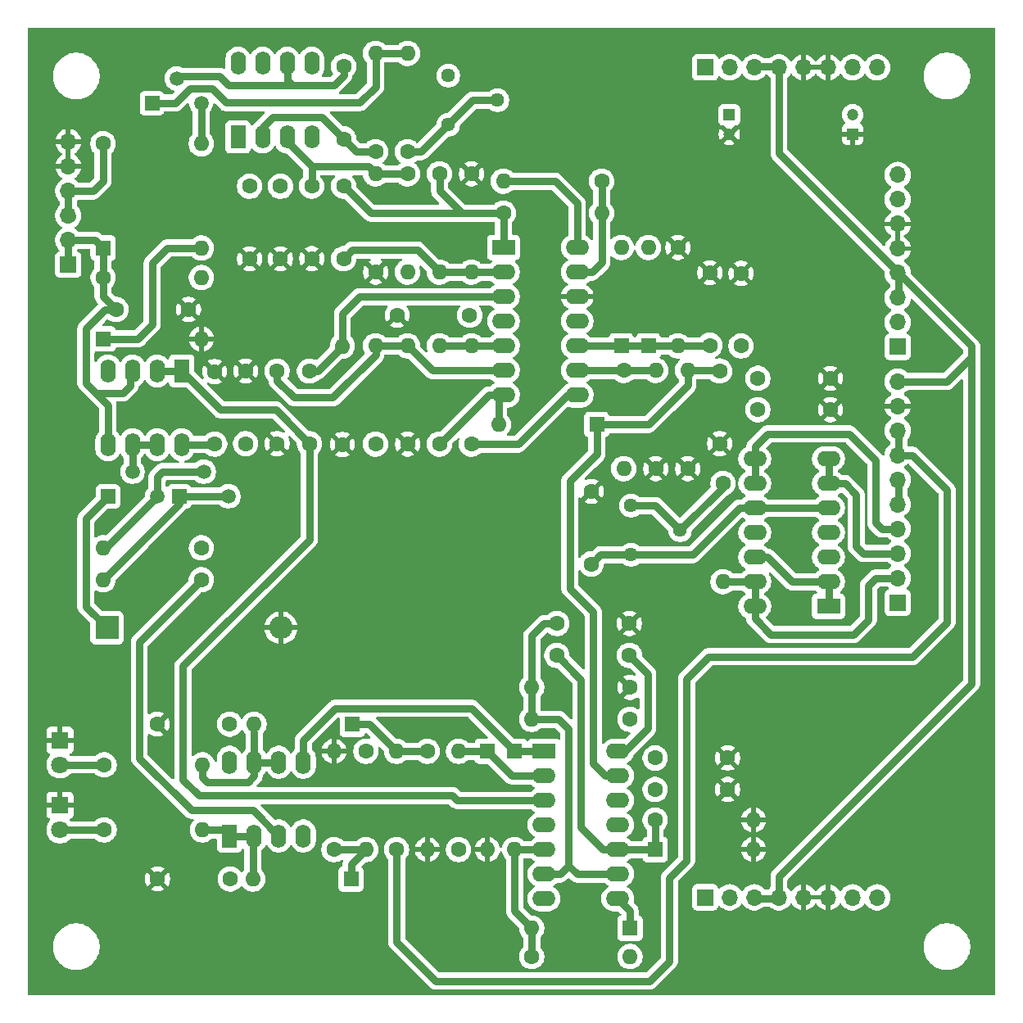
<source format=gtl>
%TF.GenerationSoftware,KiCad,Pcbnew,9.0.6*%
%TF.CreationDate,2025-12-29T18:15:07-05:00*%
%TF.ProjectId,MainModule,4d61696e-4d6f-4647-956c-652e6b696361,rev?*%
%TF.SameCoordinates,Original*%
%TF.FileFunction,Copper,L1,Top*%
%TF.FilePolarity,Positive*%
%FSLAX46Y46*%
G04 Gerber Fmt 4.6, Leading zero omitted, Abs format (unit mm)*
G04 Created by KiCad (PCBNEW 9.0.6) date 2025-12-29 18:15:07*
%MOMM*%
%LPD*%
G01*
G04 APERTURE LIST*
%TA.AperFunction,ComponentPad*%
%ADD10C,1.600000*%
%TD*%
%TA.AperFunction,ComponentPad*%
%ADD11O,1.600000X1.600000*%
%TD*%
%TA.AperFunction,ComponentPad*%
%ADD12R,1.600000X1.600000*%
%TD*%
%TA.AperFunction,ComponentPad*%
%ADD13R,1.600000X2.400000*%
%TD*%
%TA.AperFunction,ComponentPad*%
%ADD14O,1.600000X2.400000*%
%TD*%
%TA.AperFunction,ComponentPad*%
%ADD15R,1.700000X1.700000*%
%TD*%
%TA.AperFunction,ComponentPad*%
%ADD16O,1.700000X1.700000*%
%TD*%
%TA.AperFunction,ComponentPad*%
%ADD17R,2.400000X1.600000*%
%TD*%
%TA.AperFunction,ComponentPad*%
%ADD18O,2.400000X1.600000*%
%TD*%
%TA.AperFunction,ComponentPad*%
%ADD19R,1.500000X1.500000*%
%TD*%
%TA.AperFunction,ComponentPad*%
%ADD20C,1.500000*%
%TD*%
%TA.AperFunction,ComponentPad*%
%ADD21C,1.440000*%
%TD*%
%TA.AperFunction,ComponentPad*%
%ADD22R,1.200000X1.200000*%
%TD*%
%TA.AperFunction,ComponentPad*%
%ADD23C,1.200000*%
%TD*%
%TA.AperFunction,ComponentPad*%
%ADD24R,1.800000X1.800000*%
%TD*%
%TA.AperFunction,ComponentPad*%
%ADD25C,1.800000*%
%TD*%
%TA.AperFunction,ComponentPad*%
%ADD26R,2.400000X2.400000*%
%TD*%
%TA.AperFunction,ComponentPad*%
%ADD27O,2.400000X2.400000*%
%TD*%
%TA.AperFunction,ViaPad*%
%ADD28C,0.800000*%
%TD*%
%TA.AperFunction,Conductor*%
%ADD29C,0.750000*%
%TD*%
G04 APERTURE END LIST*
D10*
X34925000Y-74803000D03*
D11*
X34925000Y-84963000D03*
D12*
X50292000Y-74803000D03*
D11*
X50292000Y-84963000D03*
D10*
X38100000Y-84963000D03*
D11*
X38100000Y-74803000D03*
D10*
X44500800Y-84963000D03*
D11*
X44500800Y-74803000D03*
D10*
X42535000Y-43055000D03*
D11*
X42535000Y-32895000D03*
D10*
X45837000Y-43055000D03*
D11*
X45837000Y-32895000D03*
D10*
X62230000Y-68199000D03*
D11*
X52070000Y-68199000D03*
D12*
X61331000Y-32895000D03*
D11*
X61331000Y-22735000D03*
D13*
X20838000Y-83556000D03*
D14*
X23378000Y-83556000D03*
X25918000Y-83556000D03*
X28458000Y-83556000D03*
X28458000Y-75936000D03*
X25918000Y-75936000D03*
X23378000Y-75936000D03*
X20838000Y-75936000D03*
D10*
X7874000Y-82931000D03*
D11*
X18034000Y-82931000D03*
D10*
X39233000Y-15115000D03*
D11*
X39233000Y-25275000D03*
D10*
X49139000Y-19179000D03*
D11*
X59299000Y-19179000D03*
D10*
X17924662Y-53764000D03*
D11*
X7764662Y-53764000D03*
D10*
X62170000Y-61595000D03*
X54670000Y-61595000D03*
D15*
X70000000Y-89900000D03*
D16*
X72540000Y-89900000D03*
X75080000Y-89900000D03*
X77620000Y-89900000D03*
X80160000Y-89900000D03*
X82700000Y-89900000D03*
X85240000Y-89900000D03*
X87780000Y-89900000D03*
D15*
X70000000Y-4110000D03*
D16*
X72540000Y-4110000D03*
X75080000Y-4110000D03*
X77620000Y-4110000D03*
X80160000Y-4110000D03*
X82700000Y-4110000D03*
X85240000Y-4110000D03*
X87780000Y-4110000D03*
D17*
X49149000Y-22730000D03*
D18*
X49149000Y-25270000D03*
X49149000Y-27810000D03*
X49149000Y-30350000D03*
X49149000Y-32890000D03*
X49149000Y-35430000D03*
X49149000Y-37970000D03*
X56769000Y-37970000D03*
X56769000Y-35430000D03*
X56769000Y-32890000D03*
X56769000Y-30350000D03*
X56769000Y-27810000D03*
X56769000Y-25270000D03*
X56769000Y-22730000D03*
D15*
X89900000Y-33000000D03*
D16*
X89900000Y-30460000D03*
X89900000Y-27920000D03*
X89900000Y-25380000D03*
X89900000Y-22840000D03*
X89900000Y-20300000D03*
X89900000Y-17760000D03*
X89900000Y-15220000D03*
D12*
X33528000Y-72009000D03*
D11*
X23368000Y-72009000D03*
D10*
X7750000Y-12000000D03*
D11*
X17910000Y-12000000D03*
D12*
X62230000Y-93091000D03*
D11*
X52070000Y-93091000D03*
D13*
X15882662Y-35486000D03*
D14*
X13342662Y-35486000D03*
X10802662Y-35486000D03*
X8262662Y-35486000D03*
X8262662Y-43106000D03*
X10802662Y-43106000D03*
X13342662Y-43106000D03*
X15882662Y-43106000D03*
D10*
X71491000Y-42995000D03*
X71491000Y-35495000D03*
D19*
X15638662Y-48438000D03*
D20*
X18178662Y-45898000D03*
X20718662Y-48438000D03*
D10*
X26100000Y-23900000D03*
X26100000Y-16400000D03*
X7764662Y-25824000D03*
D11*
X17924662Y-25824000D03*
D10*
X20850000Y-72000000D03*
X13350000Y-72000000D03*
X35931000Y-43055000D03*
D11*
X35931000Y-32895000D03*
D13*
X21717000Y-11295000D03*
D14*
X24257000Y-11295000D03*
X26797000Y-11295000D03*
X29337000Y-11295000D03*
X29337000Y-3675000D03*
X26797000Y-3675000D03*
X24257000Y-3675000D03*
X21717000Y-3675000D03*
D21*
X62324000Y-54478000D03*
X67404000Y-51938000D03*
X62324000Y-49398000D03*
D10*
X54670000Y-64897000D03*
X62170000Y-64897000D03*
X19300662Y-43050000D03*
X19300662Y-35550000D03*
D19*
X12824000Y-7792000D03*
D20*
X15364000Y-5252000D03*
X17904000Y-7792000D03*
D22*
X85250000Y-11000000D03*
D23*
X85250000Y-9000000D03*
D10*
X39233000Y-12829000D03*
D11*
X39233000Y-2669000D03*
D10*
X73700000Y-25400000D03*
X73700000Y-32900000D03*
X29098000Y-35500000D03*
X29098000Y-43000000D03*
X45660000Y-29718000D03*
X38160000Y-29718000D03*
D24*
X3302000Y-80391000D03*
D25*
X3302000Y-82931000D03*
D10*
X35931000Y-25275000D03*
D11*
X35931000Y-15115000D03*
D12*
X64834000Y-84963000D03*
D11*
X74994000Y-84963000D03*
D10*
X7874000Y-76200000D03*
D11*
X18034000Y-76200000D03*
D10*
X67173000Y-22735000D03*
D11*
X67173000Y-32895000D03*
D22*
X72500000Y-9027401D03*
D23*
X72500000Y-11027401D03*
D10*
X39233000Y-43055000D03*
D11*
X39233000Y-32895000D03*
D12*
X64125000Y-32895000D03*
D11*
X64125000Y-22735000D03*
D12*
X47498000Y-74803000D03*
D11*
X47498000Y-84963000D03*
D10*
X35931000Y-12829000D03*
D11*
X35931000Y-2669000D03*
D17*
X82749000Y-59817000D03*
D18*
X82749000Y-57277000D03*
X82749000Y-54737000D03*
X82749000Y-52197000D03*
X82749000Y-49657000D03*
X82749000Y-47117000D03*
X82749000Y-44577000D03*
X75129000Y-44577000D03*
X75129000Y-47117000D03*
X75129000Y-49657000D03*
X75129000Y-52197000D03*
X75129000Y-54737000D03*
X75129000Y-57277000D03*
X75129000Y-59817000D03*
D10*
X64830000Y-75500000D03*
X72330000Y-75500000D03*
X64887000Y-45595000D03*
D11*
X64887000Y-35435000D03*
D10*
X52070000Y-96012000D03*
D11*
X62230000Y-96012000D03*
D10*
X22900000Y-16400000D03*
X22900000Y-23900000D03*
X61585000Y-35435000D03*
D11*
X61585000Y-45595000D03*
D19*
X8272662Y-48438000D03*
D20*
X10812662Y-45898000D03*
X13352662Y-48438000D03*
D10*
X45837000Y-15115000D03*
D11*
X45837000Y-25275000D03*
D10*
X32500000Y-43080000D03*
D11*
X32500000Y-32920000D03*
D10*
X32629000Y-11499000D03*
X32629000Y-3999000D03*
X32629000Y-23885000D03*
X32629000Y-16385000D03*
D24*
X3302000Y-73660000D03*
D25*
X3302000Y-76200000D03*
D15*
X4160000Y-24500000D03*
D16*
X4160000Y-21960000D03*
X4160000Y-19420000D03*
X4160000Y-16880000D03*
X4160000Y-14340000D03*
X4160000Y-11800000D03*
D10*
X72330000Y-78750000D03*
X64830000Y-78750000D03*
D26*
X8162662Y-62034500D03*
D27*
X26162662Y-62034500D03*
D10*
X68189000Y-45595000D03*
D11*
X68189000Y-35435000D03*
D10*
X31623000Y-84963000D03*
D11*
X31623000Y-74803000D03*
D10*
X42535000Y-15115000D03*
D11*
X42535000Y-25275000D03*
D10*
X82950000Y-39500000D03*
X75450000Y-39500000D03*
X41275000Y-74803000D03*
D11*
X41275000Y-84963000D03*
D10*
X29327000Y-16385000D03*
X29327000Y-23885000D03*
X62230000Y-71501000D03*
D11*
X52070000Y-71501000D03*
D10*
X75450000Y-36250000D03*
X82950000Y-36250000D03*
X71837000Y-47112000D03*
D11*
X71837000Y-57272000D03*
D10*
X16594662Y-29126000D03*
X9094662Y-29126000D03*
D12*
X58791000Y-41023000D03*
D11*
X48631000Y-41023000D03*
D10*
X22500000Y-35500000D03*
X22500000Y-43000000D03*
D17*
X53350000Y-74798000D03*
D18*
X53350000Y-77338000D03*
X53350000Y-79878000D03*
X53350000Y-82418000D03*
X53350000Y-84958000D03*
X53350000Y-87498000D03*
X53350000Y-90038000D03*
X60970000Y-90038000D03*
X60970000Y-87498000D03*
X60970000Y-84958000D03*
X60970000Y-82418000D03*
X60970000Y-79878000D03*
X60970000Y-77338000D03*
X60970000Y-74798000D03*
D12*
X7764662Y-32174000D03*
D11*
X17924662Y-32174000D03*
D21*
X43436000Y-10035000D03*
X48516000Y-7495000D03*
X43436000Y-4955000D03*
D12*
X7764662Y-22776000D03*
D11*
X17924662Y-22776000D03*
D10*
X25750000Y-43000000D03*
X25750000Y-35500000D03*
X13400000Y-88000000D03*
X20900000Y-88000000D03*
X17924662Y-57066000D03*
D11*
X7764662Y-57066000D03*
D10*
X58238000Y-55439000D03*
X58238000Y-47939000D03*
X70475000Y-25335000D03*
X70475000Y-32835000D03*
D12*
X33401000Y-88011000D03*
D11*
X23241000Y-88011000D03*
D10*
X59299000Y-15877000D03*
D11*
X49139000Y-15877000D03*
D15*
X89900000Y-59436000D03*
D16*
X89900000Y-56896000D03*
X89900000Y-54356000D03*
X89900000Y-51816000D03*
X89900000Y-49276000D03*
X89900000Y-46736000D03*
X89900000Y-44196000D03*
X89900000Y-41656000D03*
X89900000Y-39116000D03*
X89900000Y-36576000D03*
D10*
X64834000Y-81915000D03*
D11*
X74994000Y-81915000D03*
D28*
X85852000Y-55880000D03*
X85852000Y-45974000D03*
X78740000Y-53340000D03*
D29*
X15882662Y-43106000D02*
X19244662Y-43106000D01*
X19244662Y-43106000D02*
X19300662Y-43050000D01*
X32500000Y-32920000D02*
X32500000Y-29560000D01*
X34250000Y-27810000D02*
X49149000Y-27810000D01*
X29920000Y-35500000D02*
X32500000Y-32920000D01*
X29098000Y-35500000D02*
X29920000Y-35500000D01*
X32500000Y-29560000D02*
X34250000Y-27810000D01*
X15882662Y-35486000D02*
X13342662Y-35486000D01*
X19896662Y-39500000D02*
X25598000Y-39500000D01*
X16002000Y-77724000D02*
X16002000Y-65998000D01*
X16002000Y-65998000D02*
X29098000Y-52902000D01*
X25598000Y-39500000D02*
X29098000Y-43000000D01*
X43840400Y-79375000D02*
X17653000Y-79375000D01*
X44348400Y-79883000D02*
X43840400Y-79375000D01*
X17653000Y-79375000D02*
X16002000Y-77724000D01*
X15882662Y-35486000D02*
X19896662Y-39500000D01*
X53350000Y-79878000D02*
X44353400Y-79878000D01*
X29098000Y-52902000D02*
X29098000Y-43000000D01*
X44353400Y-79878000D02*
X44348400Y-79883000D01*
X10558662Y-35730000D02*
X10802662Y-35486000D01*
X8262662Y-39022000D02*
X7002662Y-37762000D01*
X6948662Y-21960000D02*
X7764662Y-22776000D01*
X7002662Y-37762000D02*
X9796662Y-37762000D01*
X7764662Y-22776000D02*
X7764662Y-25824000D01*
X4160000Y-24500000D02*
X4160000Y-21960000D01*
X5986662Y-36746000D02*
X7002662Y-37762000D01*
X9796662Y-37762000D02*
X10558662Y-37000000D01*
X9094662Y-29126000D02*
X7963292Y-29126000D01*
X8262662Y-43106000D02*
X8262662Y-39022000D01*
X4160000Y-21960000D02*
X6948662Y-21960000D01*
X7764662Y-27796000D02*
X9094662Y-29126000D01*
X5986662Y-31102630D02*
X5986662Y-36746000D01*
X7963292Y-29126000D02*
X5986662Y-31102630D01*
X7764662Y-25824000D02*
X7764662Y-27796000D01*
X10558662Y-37000000D02*
X10558662Y-35730000D01*
X32629000Y-23885000D02*
X33525000Y-22989000D01*
X49149000Y-25270000D02*
X45842000Y-25270000D01*
X40249000Y-22989000D02*
X42535000Y-25275000D01*
X45837000Y-25275000D02*
X42535000Y-25275000D01*
X33525000Y-22989000D02*
X40249000Y-22989000D01*
X45842000Y-25270000D02*
X45837000Y-25275000D01*
X32629000Y-16385000D02*
X35423000Y-19179000D01*
X35423000Y-19179000D02*
X44821000Y-19179000D01*
X49139000Y-19179000D02*
X44821000Y-19179000D01*
X42535000Y-16893000D02*
X42535000Y-15115000D01*
X49149000Y-21729000D02*
X49139000Y-21719000D01*
X49149000Y-21729000D02*
X49149000Y-22730000D01*
X44821000Y-19179000D02*
X42535000Y-16893000D01*
X49139000Y-21719000D02*
X49139000Y-19179000D01*
X35931000Y-15115000D02*
X39233000Y-15115000D01*
X35169000Y-14353000D02*
X35931000Y-15115000D01*
X29327000Y-14353000D02*
X29327000Y-16385000D01*
X29327000Y-14353000D02*
X35169000Y-14353000D01*
X26797000Y-11295000D02*
X26797000Y-11823000D01*
X26797000Y-11823000D02*
X29327000Y-14353000D01*
X25263000Y-9273000D02*
X30403000Y-9273000D01*
X24257000Y-10279000D02*
X25263000Y-9273000D01*
X32629000Y-11499000D02*
X33959000Y-12829000D01*
X33959000Y-12829000D02*
X35931000Y-12829000D01*
X24257000Y-11295000D02*
X24257000Y-10279000D01*
X30403000Y-9273000D02*
X32629000Y-11499000D01*
X26797000Y-3675000D02*
X26797000Y-5473000D01*
X31613000Y-5971000D02*
X32629000Y-4955000D01*
X19800000Y-5050000D02*
X15566000Y-5050000D01*
X27295000Y-5971000D02*
X31613000Y-5971000D01*
X26797000Y-5473000D02*
X27295000Y-5971000D01*
X27295000Y-5971000D02*
X20721000Y-5971000D01*
X15566000Y-5050000D02*
X15364000Y-5252000D01*
X32629000Y-4955000D02*
X32629000Y-3999000D01*
X20721000Y-5971000D02*
X19800000Y-5050000D01*
X56769000Y-32890000D02*
X61326000Y-32890000D01*
X61326000Y-32890000D02*
X61331000Y-32895000D01*
X70415000Y-32895000D02*
X70475000Y-32835000D01*
X67173000Y-32895000D02*
X70415000Y-32895000D01*
X67173000Y-32895000D02*
X64125000Y-32895000D01*
X64125000Y-32895000D02*
X61331000Y-32895000D01*
X39233000Y-32895000D02*
X41768000Y-35430000D01*
X25750000Y-36500000D02*
X27500000Y-38250000D01*
X35931000Y-33819000D02*
X35931000Y-32895000D01*
X25750000Y-35500000D02*
X25750000Y-36500000D01*
X35931000Y-32895000D02*
X39233000Y-32895000D01*
X41768000Y-35430000D02*
X49149000Y-35430000D01*
X31500000Y-38250000D02*
X35931000Y-33819000D01*
X27500000Y-38250000D02*
X31500000Y-38250000D01*
X58420000Y-60420000D02*
X56007000Y-58007000D01*
X59695000Y-77338000D02*
X59690000Y-77343000D01*
X58791000Y-44079000D02*
X58791000Y-41023000D01*
X64125000Y-41023000D02*
X68189000Y-36959000D01*
X58791000Y-41023000D02*
X64125000Y-41023000D01*
X56007000Y-46863000D02*
X58791000Y-44079000D01*
X60970000Y-77338000D02*
X59695000Y-77338000D01*
X56007000Y-58007000D02*
X56007000Y-46863000D01*
X71431000Y-35435000D02*
X71491000Y-35495000D01*
X68189000Y-35435000D02*
X71431000Y-35435000D01*
X58420000Y-76073000D02*
X58420000Y-60420000D01*
X59690000Y-77343000D02*
X58420000Y-76073000D01*
X68189000Y-36959000D02*
X68189000Y-35435000D01*
X55880000Y-86614000D02*
X56764000Y-87498000D01*
X56764000Y-87498000D02*
X60970000Y-87498000D01*
X55880000Y-72517000D02*
X55880000Y-84968000D01*
X54864000Y-71501000D02*
X55880000Y-72517000D01*
X52070000Y-62865000D02*
X53340000Y-61595000D01*
X54996000Y-87498000D02*
X53350000Y-87498000D01*
X55880000Y-84968000D02*
X55880000Y-86614000D01*
X55880000Y-86614000D02*
X54996000Y-87498000D01*
X53340000Y-61595000D02*
X54670000Y-61595000D01*
X52070000Y-71501000D02*
X54864000Y-71501000D01*
X52070000Y-68199000D02*
X52070000Y-71501000D01*
X52070000Y-68199000D02*
X52070000Y-62865000D01*
X62324000Y-54478000D02*
X68712000Y-54478000D01*
X75129000Y-49657000D02*
X82749000Y-49657000D01*
X62324000Y-54478000D02*
X59199000Y-54478000D01*
X59199000Y-54478000D02*
X58238000Y-55439000D01*
X68712000Y-54478000D02*
X73533000Y-49657000D01*
X73533000Y-49657000D02*
X75129000Y-49657000D01*
X54670000Y-64897000D02*
X57150000Y-67377000D01*
X57150000Y-67377000D02*
X57150000Y-82677000D01*
X64834000Y-84963000D02*
X64834000Y-81915000D01*
X60970000Y-84958000D02*
X64829000Y-84958000D01*
X64829000Y-84958000D02*
X64834000Y-84963000D01*
X59436000Y-84963000D02*
X59441000Y-84958000D01*
X57150000Y-82677000D02*
X59436000Y-84963000D01*
X59441000Y-84958000D02*
X60970000Y-84958000D01*
X64074000Y-66801000D02*
X64074000Y-72426000D01*
X61702000Y-74798000D02*
X60970000Y-74798000D01*
X64074000Y-72426000D02*
X61702000Y-74798000D01*
X62170000Y-64897000D02*
X64074000Y-66801000D01*
X5986662Y-50724000D02*
X8272662Y-48438000D01*
X5986662Y-59858500D02*
X5986662Y-50724000D01*
X8162662Y-62034500D02*
X5986662Y-59858500D01*
X11320662Y-32174000D02*
X12844662Y-30650000D01*
X12844662Y-24300000D02*
X14368662Y-22776000D01*
X7764662Y-32174000D02*
X11320662Y-32174000D01*
X12844662Y-30650000D02*
X12844662Y-24300000D01*
X14368662Y-22776000D02*
X17924662Y-22776000D01*
X49139000Y-15877000D02*
X54473000Y-15877000D01*
X54473000Y-15877000D02*
X56769000Y-18173000D01*
X56769000Y-18173000D02*
X56769000Y-22730000D01*
X42535000Y-43055000D02*
X47620000Y-37970000D01*
X47620000Y-37970000D02*
X49149000Y-37970000D01*
X48631000Y-41023000D02*
X48631000Y-38488000D01*
X48631000Y-38488000D02*
X49149000Y-37970000D01*
X53350000Y-77338000D02*
X50033000Y-77338000D01*
X50033000Y-77338000D02*
X47498000Y-74803000D01*
X44500800Y-74803000D02*
X47498000Y-74803000D01*
X62230000Y-91298000D02*
X60970000Y-90038000D01*
X62230000Y-93091000D02*
X62230000Y-91298000D01*
X50292000Y-91313000D02*
X50292000Y-84963000D01*
X53345000Y-84963000D02*
X53350000Y-84958000D01*
X52070000Y-93091000D02*
X50292000Y-91313000D01*
X52070000Y-96012000D02*
X52070000Y-93091000D01*
X50292000Y-84963000D02*
X53345000Y-84963000D01*
X28458000Y-73650000D02*
X28458000Y-75936000D01*
X31750000Y-70358000D02*
X28458000Y-73650000D01*
X50292000Y-74803000D02*
X45847000Y-70358000D01*
X45847000Y-70358000D02*
X31750000Y-70358000D01*
X53345000Y-74803000D02*
X53350000Y-74798000D01*
X50292000Y-74803000D02*
X53345000Y-74803000D01*
X33401000Y-86487000D02*
X34925000Y-84963000D01*
X33401000Y-88011000D02*
X33401000Y-86487000D01*
X31623000Y-84963000D02*
X34925000Y-84963000D01*
X23241000Y-88011000D02*
X23241000Y-83693000D01*
X23241000Y-83693000D02*
X23378000Y-83556000D01*
X20838000Y-83556000D02*
X23378000Y-83556000D01*
X20213000Y-82931000D02*
X20838000Y-83556000D01*
X18034000Y-82931000D02*
X20213000Y-82931000D01*
X41275000Y-74803000D02*
X38100000Y-74803000D01*
X33528000Y-72009000D02*
X35306000Y-72009000D01*
X35306000Y-72009000D02*
X38100000Y-74803000D01*
X18034000Y-77470000D02*
X18542000Y-77978000D01*
X18542000Y-77978000D02*
X22733000Y-77978000D01*
X22733000Y-77978000D02*
X23378000Y-77333000D01*
X23378000Y-75936000D02*
X23378000Y-72852500D01*
X23378000Y-72852500D02*
X23388000Y-72842500D01*
X25918000Y-75936000D02*
X23378000Y-75936000D01*
X23378000Y-77333000D02*
X23378000Y-75936000D01*
X18034000Y-76200000D02*
X18034000Y-77470000D01*
X3302000Y-82931000D02*
X7874000Y-82931000D01*
X3302000Y-76200000D02*
X7874000Y-76200000D01*
X77620000Y-13000000D02*
X90000000Y-25380000D01*
X97536000Y-67056000D02*
X97536000Y-32916000D01*
X90000000Y-36576000D02*
X94996000Y-36576000D01*
X90000000Y-25380000D02*
X90000000Y-27920000D01*
X77620000Y-4000000D02*
X75080000Y-4000000D01*
X94996000Y-36576000D02*
X97536000Y-34036000D01*
X77620000Y-89900000D02*
X77620000Y-87734000D01*
X77620000Y-87734000D02*
X97536000Y-67818000D01*
X75080000Y-90000000D02*
X77640000Y-90000000D01*
X97536000Y-67818000D02*
X97536000Y-67056000D01*
X77620000Y-4000000D02*
X77620000Y-13000000D01*
X97536000Y-32916000D02*
X90000000Y-25380000D01*
X7750000Y-15872000D02*
X6742000Y-16880000D01*
X4160000Y-16880000D02*
X4160000Y-19420000D01*
X6742000Y-16880000D02*
X4160000Y-16880000D01*
X7750000Y-12000000D02*
X7750000Y-15872000D01*
X7688000Y-11938000D02*
X7750000Y-12000000D01*
X4064000Y-19558000D02*
X4546662Y-19558000D01*
X76414000Y-54737000D02*
X78954000Y-57277000D01*
X89619000Y-59817000D02*
X90000000Y-59436000D01*
X78954000Y-57277000D02*
X82749000Y-57277000D01*
X82749000Y-59817000D02*
X82749000Y-57277000D01*
X75129000Y-54737000D02*
X76414000Y-54737000D01*
X75124000Y-57272000D02*
X75129000Y-57277000D01*
X76795000Y-62738000D02*
X85344000Y-62738000D01*
X86868000Y-57658000D02*
X87630000Y-56896000D01*
X87630000Y-56896000D02*
X89900000Y-56896000D01*
X75129000Y-59817000D02*
X75129000Y-61072000D01*
X75129000Y-61072000D02*
X76795000Y-62738000D01*
X71837000Y-57272000D02*
X75124000Y-57272000D01*
X85344000Y-62738000D02*
X86868000Y-61214000D01*
X75129000Y-59817000D02*
X75129000Y-57277000D01*
X86868000Y-61214000D02*
X86868000Y-57658000D01*
X84455000Y-47117000D02*
X85598000Y-48260000D01*
X85598000Y-53594000D02*
X86360000Y-54356000D01*
X82749000Y-47117000D02*
X84455000Y-47117000D01*
X86360000Y-54356000D02*
X90000000Y-54356000D01*
X85598000Y-48260000D02*
X85598000Y-53594000D01*
X82749000Y-44577000D02*
X82749000Y-47117000D01*
X76441000Y-42000000D02*
X75139000Y-43302000D01*
X75129000Y-47117000D02*
X75129000Y-44577000D01*
X90000000Y-51816000D02*
X88265000Y-51816000D01*
X88265000Y-51816000D02*
X87630000Y-51181000D01*
X75139000Y-44567000D02*
X75129000Y-44577000D01*
X87630000Y-44704000D02*
X84926000Y-42000000D01*
X84926000Y-42000000D02*
X76441000Y-42000000D01*
X87630000Y-51181000D02*
X87630000Y-44704000D01*
X75139000Y-43302000D02*
X75139000Y-44567000D01*
X90000000Y-49276000D02*
X90000000Y-46736000D01*
X42164000Y-98552000D02*
X64262000Y-98552000D01*
X94996000Y-47752000D02*
X91440000Y-44196000D01*
X66294000Y-96520000D02*
X66294000Y-87884000D01*
X91440000Y-65024000D02*
X94996000Y-61468000D01*
X94996000Y-61468000D02*
X94996000Y-47752000D01*
X66294000Y-87884000D02*
X68072000Y-86106000D01*
X90000000Y-44196000D02*
X90000000Y-41656000D01*
X68072000Y-86106000D02*
X68072000Y-67310000D01*
X68072000Y-67310000D02*
X70358000Y-65024000D01*
X64262000Y-98552000D02*
X66294000Y-96520000D01*
X91440000Y-44196000D02*
X90000000Y-44196000D01*
X38100000Y-84963000D02*
X38100000Y-94488000D01*
X38100000Y-94488000D02*
X42164000Y-98552000D01*
X70358000Y-65024000D02*
X91440000Y-65024000D01*
X12824000Y-7792000D02*
X15208000Y-7792000D01*
X19000000Y-6250000D02*
X20500000Y-7750000D01*
X15208000Y-7792000D02*
X16750000Y-6250000D01*
X35941000Y-6096000D02*
X35931000Y-6086000D01*
X20500000Y-7750000D02*
X34287000Y-7750000D01*
X16750000Y-6250000D02*
X19000000Y-6250000D01*
X39233000Y-2669000D02*
X35931000Y-2669000D01*
X34287000Y-7750000D02*
X35941000Y-6096000D01*
X35931000Y-6086000D02*
X35931000Y-2669000D01*
X17910000Y-7798000D02*
X17904000Y-7792000D01*
X17910000Y-12000000D02*
X17910000Y-7798000D01*
X13342662Y-43106000D02*
X10802662Y-43106000D01*
X10812662Y-45898000D02*
X10812662Y-43116000D01*
X10812662Y-43116000D02*
X10802662Y-43106000D01*
X13852662Y-45898000D02*
X18178662Y-45898000D01*
X13352662Y-46398000D02*
X13852662Y-45898000D01*
X8026662Y-53764000D02*
X7764662Y-53764000D01*
X13352662Y-48438000D02*
X13352662Y-46398000D01*
X13352662Y-48438000D02*
X8026662Y-53764000D01*
X15638662Y-49192000D02*
X15638662Y-48438000D01*
X7764662Y-57066000D02*
X15638662Y-49192000D01*
X15638662Y-48438000D02*
X20718662Y-48438000D01*
X40642000Y-12829000D02*
X43436000Y-10035000D01*
X39233000Y-12829000D02*
X40642000Y-12829000D01*
X43436000Y-10035000D02*
X45978000Y-7493000D01*
X46738000Y-7495000D02*
X48516000Y-7495000D01*
X46736000Y-7493000D02*
X46738000Y-7495000D01*
X45978000Y-7493000D02*
X46736000Y-7493000D01*
X59299000Y-24259000D02*
X58283000Y-25275000D01*
X58283000Y-25275000D02*
X58278000Y-25270000D01*
X58278000Y-25270000D02*
X56769000Y-25270000D01*
X59299000Y-19179000D02*
X59299000Y-15877000D01*
X59299000Y-19179000D02*
X59299000Y-24259000D01*
X56774000Y-35435000D02*
X56769000Y-35430000D01*
X61585000Y-35435000D02*
X56774000Y-35435000D01*
X64887000Y-35435000D02*
X61585000Y-35435000D01*
X50663000Y-43055000D02*
X45837000Y-43055000D01*
X55748000Y-37970000D02*
X50663000Y-43055000D01*
X56769000Y-37970000D02*
X55748000Y-37970000D01*
X11500000Y-75508000D02*
X11500000Y-63490662D01*
X23261000Y-80899000D02*
X16891000Y-80899000D01*
X25918000Y-83556000D02*
X23261000Y-80899000D01*
X11500000Y-63490662D02*
X17924662Y-57066000D01*
X16891000Y-80899000D02*
X11500000Y-75508000D01*
X49144000Y-32895000D02*
X49149000Y-32890000D01*
X45837000Y-32895000D02*
X49144000Y-32895000D01*
X42535000Y-32895000D02*
X45837000Y-32895000D01*
X71837000Y-47505000D02*
X67404000Y-51938000D01*
X62324000Y-49398000D02*
X64864000Y-49398000D01*
X71837000Y-47112000D02*
X71837000Y-47505000D01*
X64864000Y-49398000D02*
X67404000Y-51938000D01*
%TA.AperFunction,Conductor*%
G36*
X82234075Y-89707007D02*
G01*
X82200000Y-89834174D01*
X82200000Y-89965826D01*
X82234075Y-90092993D01*
X82266988Y-90150000D01*
X80593012Y-90150000D01*
X80625925Y-90092993D01*
X80660000Y-89965826D01*
X80660000Y-89834174D01*
X80625925Y-89707007D01*
X80593012Y-89650000D01*
X82266988Y-89650000D01*
X82234075Y-89707007D01*
G37*
%TD.AperFunction*%
%TA.AperFunction,Conductor*%
G36*
X45496719Y-71261185D02*
G01*
X45517361Y-71277819D01*
X47522361Y-73282819D01*
X47555846Y-73344142D01*
X47550862Y-73413834D01*
X47508990Y-73469767D01*
X47443526Y-73494184D01*
X47434680Y-73494500D01*
X46649345Y-73494500D01*
X46588797Y-73501011D01*
X46588795Y-73501011D01*
X46451795Y-73552111D01*
X46334739Y-73639739D01*
X46247111Y-73756795D01*
X46216511Y-73838835D01*
X46174639Y-73894768D01*
X46109174Y-73919184D01*
X46100330Y-73919500D01*
X45519160Y-73919500D01*
X45452121Y-73899815D01*
X45431479Y-73883181D01*
X45353228Y-73804930D01*
X45353223Y-73804926D01*
X45186606Y-73683873D01*
X45186605Y-73683872D01*
X45186603Y-73683871D01*
X45129296Y-73654671D01*
X45003094Y-73590367D01*
X44807208Y-73526719D01*
X44631594Y-73498905D01*
X44603781Y-73494500D01*
X44397819Y-73494500D01*
X44373350Y-73498375D01*
X44194391Y-73526719D01*
X43998505Y-73590367D01*
X43814993Y-73683873D01*
X43648376Y-73804926D01*
X43648371Y-73804930D01*
X43502730Y-73950571D01*
X43502726Y-73950576D01*
X43381673Y-74117193D01*
X43288167Y-74300705D01*
X43224519Y-74496591D01*
X43206899Y-74607844D01*
X43192300Y-74700019D01*
X43192300Y-74905981D01*
X43195110Y-74923720D01*
X43224519Y-75109408D01*
X43288167Y-75305294D01*
X43334904Y-75397019D01*
X43379123Y-75483803D01*
X43381673Y-75488806D01*
X43502726Y-75655423D01*
X43502730Y-75655428D01*
X43648371Y-75801069D01*
X43648376Y-75801073D01*
X43750081Y-75874965D01*
X43814997Y-75922129D01*
X43901607Y-75966259D01*
X43998505Y-76015632D01*
X43998507Y-76015632D01*
X43998510Y-76015634D01*
X44100855Y-76048888D01*
X44194391Y-76079280D01*
X44296105Y-76095390D01*
X44397819Y-76111500D01*
X44397820Y-76111500D01*
X44603780Y-76111500D01*
X44603781Y-76111500D01*
X44807208Y-76079280D01*
X45003090Y-76015634D01*
X45186603Y-75922129D01*
X45353230Y-75801068D01*
X45431479Y-75722819D01*
X45492802Y-75689334D01*
X45519160Y-75686500D01*
X46100330Y-75686500D01*
X46167369Y-75706185D01*
X46213124Y-75758989D01*
X46216511Y-75767165D01*
X46236248Y-75820080D01*
X46247111Y-75849204D01*
X46334739Y-75966261D01*
X46451796Y-76053889D01*
X46546331Y-76089149D01*
X46575393Y-76099989D01*
X46588799Y-76104989D01*
X46616050Y-76107918D01*
X46649345Y-76111499D01*
X46649362Y-76111500D01*
X47505680Y-76111500D01*
X47572719Y-76131185D01*
X47593361Y-76147819D01*
X49469795Y-78024254D01*
X49469798Y-78024257D01*
X49469801Y-78024259D01*
X49529573Y-78064197D01*
X49614506Y-78120948D01*
X49614507Y-78120948D01*
X49614508Y-78120949D01*
X49614510Y-78120950D01*
X49705210Y-78158519D01*
X49705214Y-78158520D01*
X49708692Y-78159961D01*
X49775292Y-78187548D01*
X49800430Y-78192548D01*
X49945981Y-78221499D01*
X49945982Y-78221500D01*
X49945983Y-78221500D01*
X51931640Y-78221500D01*
X51998679Y-78241185D01*
X52019321Y-78257819D01*
X52097571Y-78336069D01*
X52097576Y-78336073D01*
X52264195Y-78457128D01*
X52343459Y-78497516D01*
X52394254Y-78545490D01*
X52411049Y-78613311D01*
X52388511Y-78679446D01*
X52343459Y-78718484D01*
X52264195Y-78758871D01*
X52097576Y-78879926D01*
X52097571Y-78879930D01*
X52019321Y-78958181D01*
X51957998Y-78991666D01*
X51931640Y-78994500D01*
X44760720Y-78994500D01*
X44693681Y-78974815D01*
X44673039Y-78958181D01*
X44403602Y-78688743D01*
X44403598Y-78688740D01*
X44258892Y-78592050D01*
X44258890Y-78592049D01*
X44098112Y-78525453D01*
X44098100Y-78525450D01*
X43927421Y-78491500D01*
X43927417Y-78491500D01*
X23768320Y-78491500D01*
X23701281Y-78471815D01*
X23655526Y-78419011D01*
X23645582Y-78349853D01*
X23674607Y-78286297D01*
X23680639Y-78279819D01*
X24064253Y-77896205D01*
X24064253Y-77896204D01*
X24064252Y-77896204D01*
X24064259Y-77896198D01*
X24160948Y-77751495D01*
X24227548Y-77590708D01*
X24261500Y-77420017D01*
X24261500Y-77354360D01*
X24281185Y-77287321D01*
X24297819Y-77266679D01*
X24329479Y-77235019D01*
X24376068Y-77188430D01*
X24497129Y-77021803D01*
X24537515Y-76942540D01*
X24585490Y-76891745D01*
X24653311Y-76874950D01*
X24719446Y-76897487D01*
X24758485Y-76942541D01*
X24798873Y-77021806D01*
X24919926Y-77188423D01*
X24919930Y-77188428D01*
X25065571Y-77334069D01*
X25065576Y-77334073D01*
X25183875Y-77420021D01*
X25232197Y-77455129D01*
X25336943Y-77508500D01*
X25415705Y-77548632D01*
X25415707Y-77548632D01*
X25415710Y-77548634D01*
X25505104Y-77577680D01*
X25611591Y-77612280D01*
X25713305Y-77628390D01*
X25815019Y-77644500D01*
X25815020Y-77644500D01*
X26020980Y-77644500D01*
X26020981Y-77644500D01*
X26224408Y-77612280D01*
X26420290Y-77548634D01*
X26603803Y-77455129D01*
X26770430Y-77334068D01*
X26916068Y-77188430D01*
X27037129Y-77021803D01*
X27077515Y-76942540D01*
X27125490Y-76891745D01*
X27193311Y-76874950D01*
X27259446Y-76897487D01*
X27298485Y-76942541D01*
X27338873Y-77021806D01*
X27459926Y-77188423D01*
X27459930Y-77188428D01*
X27605571Y-77334069D01*
X27605576Y-77334073D01*
X27723875Y-77420021D01*
X27772197Y-77455129D01*
X27876943Y-77508500D01*
X27955705Y-77548632D01*
X27955707Y-77548632D01*
X27955710Y-77548634D01*
X28045104Y-77577680D01*
X28151591Y-77612280D01*
X28253305Y-77628390D01*
X28355019Y-77644500D01*
X28355020Y-77644500D01*
X28560980Y-77644500D01*
X28560981Y-77644500D01*
X28764408Y-77612280D01*
X28960290Y-77548634D01*
X29143803Y-77455129D01*
X29310430Y-77334068D01*
X29456068Y-77188430D01*
X29577129Y-77021803D01*
X29670634Y-76838290D01*
X29734280Y-76642408D01*
X29766500Y-76438981D01*
X29766500Y-75433019D01*
X29734979Y-75234003D01*
X29734280Y-75229591D01*
X29705833Y-75142042D01*
X29670634Y-75033710D01*
X29577129Y-74850197D01*
X29542180Y-74802093D01*
X29456073Y-74683576D01*
X29456069Y-74683571D01*
X29377819Y-74605321D01*
X29349249Y-74553000D01*
X30346391Y-74553000D01*
X31307314Y-74553000D01*
X31302920Y-74557394D01*
X31250259Y-74648606D01*
X31223000Y-74750339D01*
X31223000Y-74855661D01*
X31250259Y-74957394D01*
X31302920Y-75048606D01*
X31307314Y-75053000D01*
X30346391Y-75053000D01*
X30355009Y-75107413D01*
X30418244Y-75302029D01*
X30511140Y-75484349D01*
X30631417Y-75649894D01*
X30631417Y-75649895D01*
X30776104Y-75794582D01*
X30941650Y-75914859D01*
X31123968Y-76007754D01*
X31318578Y-76070988D01*
X31373000Y-76079607D01*
X31373000Y-75118686D01*
X31377394Y-75123080D01*
X31468606Y-75175741D01*
X31570339Y-75203000D01*
X31675661Y-75203000D01*
X31777394Y-75175741D01*
X31868606Y-75123080D01*
X31873000Y-75118686D01*
X31873000Y-76079606D01*
X31927421Y-76070988D01*
X32122031Y-76007754D01*
X32304349Y-75914859D01*
X32469894Y-75794582D01*
X32469895Y-75794582D01*
X32614582Y-75649895D01*
X32614582Y-75649894D01*
X32734859Y-75484349D01*
X32827755Y-75302029D01*
X32890990Y-75107413D01*
X32899609Y-75053000D01*
X31938686Y-75053000D01*
X31943080Y-75048606D01*
X31995741Y-74957394D01*
X32023000Y-74855661D01*
X32023000Y-74750339D01*
X31995741Y-74648606D01*
X31943080Y-74557394D01*
X31938686Y-74553000D01*
X32899609Y-74553000D01*
X32890990Y-74498586D01*
X32827755Y-74303970D01*
X32734859Y-74121650D01*
X32614582Y-73956105D01*
X32614582Y-73956104D01*
X32469895Y-73811417D01*
X32304349Y-73691140D01*
X32122029Y-73598244D01*
X31927413Y-73535009D01*
X31873000Y-73526390D01*
X31873000Y-74487314D01*
X31868606Y-74482920D01*
X31777394Y-74430259D01*
X31675661Y-74403000D01*
X31570339Y-74403000D01*
X31468606Y-74430259D01*
X31377394Y-74482920D01*
X31373000Y-74487314D01*
X31373000Y-73526390D01*
X31318586Y-73535009D01*
X31123970Y-73598244D01*
X30941650Y-73691140D01*
X30776105Y-73811417D01*
X30776104Y-73811417D01*
X30631417Y-73956104D01*
X30631417Y-73956105D01*
X30511140Y-74121650D01*
X30418244Y-74303970D01*
X30355009Y-74498586D01*
X30346391Y-74553000D01*
X29349249Y-74553000D01*
X29344334Y-74543998D01*
X29341500Y-74517640D01*
X29341500Y-74067320D01*
X29361185Y-74000281D01*
X29377819Y-73979639D01*
X32007819Y-71349639D01*
X32069142Y-71316154D01*
X32138834Y-71321138D01*
X32194767Y-71363010D01*
X32219184Y-71428474D01*
X32219500Y-71437320D01*
X32219500Y-72857654D01*
X32226011Y-72918202D01*
X32226011Y-72918204D01*
X32264421Y-73021181D01*
X32277111Y-73055204D01*
X32364739Y-73172261D01*
X32481796Y-73259889D01*
X32618799Y-73310989D01*
X32646050Y-73313918D01*
X32679345Y-73317499D01*
X32679362Y-73317500D01*
X34376638Y-73317500D01*
X34376654Y-73317499D01*
X34403692Y-73314591D01*
X34437201Y-73310989D01*
X34574204Y-73259889D01*
X34691261Y-73172261D01*
X34778889Y-73055204D01*
X34799440Y-73000103D01*
X34841309Y-72944173D01*
X34906773Y-72919756D01*
X34975046Y-72934607D01*
X35003301Y-72955759D01*
X35374060Y-73326518D01*
X35407545Y-73387841D01*
X35402561Y-73457533D01*
X35360689Y-73513466D01*
X35295225Y-73537883D01*
X35248062Y-73532130D01*
X35231416Y-73526721D01*
X35231409Y-73526720D01*
X35069089Y-73501011D01*
X35027981Y-73494500D01*
X34822019Y-73494500D01*
X34797550Y-73498375D01*
X34618591Y-73526719D01*
X34422705Y-73590367D01*
X34239193Y-73683873D01*
X34072576Y-73804926D01*
X34072571Y-73804930D01*
X33926930Y-73950571D01*
X33926926Y-73950576D01*
X33805873Y-74117193D01*
X33712367Y-74300705D01*
X33648719Y-74496591D01*
X33631099Y-74607844D01*
X33616500Y-74700019D01*
X33616500Y-74905981D01*
X33619310Y-74923720D01*
X33648719Y-75109408D01*
X33712367Y-75305294D01*
X33759104Y-75397019D01*
X33803323Y-75483803D01*
X33805873Y-75488806D01*
X33926926Y-75655423D01*
X33926930Y-75655428D01*
X34072571Y-75801069D01*
X34072576Y-75801073D01*
X34174281Y-75874965D01*
X34239197Y-75922129D01*
X34325807Y-75966259D01*
X34422705Y-76015632D01*
X34422707Y-76015632D01*
X34422710Y-76015634D01*
X34525055Y-76048888D01*
X34618591Y-76079280D01*
X34720305Y-76095390D01*
X34822019Y-76111500D01*
X34822020Y-76111500D01*
X35027980Y-76111500D01*
X35027981Y-76111500D01*
X35231408Y-76079280D01*
X35427290Y-76015634D01*
X35610803Y-75922129D01*
X35777430Y-75801068D01*
X35923068Y-75655430D01*
X36044129Y-75488803D01*
X36137634Y-75305290D01*
X36201280Y-75109408D01*
X36233500Y-74905981D01*
X36233500Y-74700019D01*
X36210214Y-74553000D01*
X36201280Y-74496591D01*
X36195869Y-74479938D01*
X36193874Y-74410096D01*
X36229954Y-74350263D01*
X36292655Y-74319435D01*
X36362069Y-74327399D01*
X36401481Y-74353938D01*
X36755181Y-74707638D01*
X36788666Y-74768961D01*
X36791500Y-74795319D01*
X36791500Y-74905981D01*
X36794310Y-74923720D01*
X36823719Y-75109408D01*
X36887367Y-75305294D01*
X36934104Y-75397019D01*
X36978323Y-75483803D01*
X36980873Y-75488806D01*
X37101926Y-75655423D01*
X37101930Y-75655428D01*
X37247571Y-75801069D01*
X37247576Y-75801073D01*
X37349281Y-75874965D01*
X37414197Y-75922129D01*
X37500807Y-75966259D01*
X37597705Y-76015632D01*
X37597707Y-76015632D01*
X37597710Y-76015634D01*
X37700055Y-76048888D01*
X37793591Y-76079280D01*
X37895305Y-76095390D01*
X37997019Y-76111500D01*
X37997020Y-76111500D01*
X38202980Y-76111500D01*
X38202981Y-76111500D01*
X38406408Y-76079280D01*
X38602290Y-76015634D01*
X38785803Y-75922129D01*
X38952430Y-75801068D01*
X39030679Y-75722819D01*
X39092002Y-75689334D01*
X39118360Y-75686500D01*
X40256640Y-75686500D01*
X40323679Y-75706185D01*
X40344321Y-75722819D01*
X40422571Y-75801069D01*
X40422576Y-75801073D01*
X40524281Y-75874965D01*
X40589197Y-75922129D01*
X40675807Y-75966259D01*
X40772705Y-76015632D01*
X40772707Y-76015632D01*
X40772710Y-76015634D01*
X40875055Y-76048888D01*
X40968591Y-76079280D01*
X41070305Y-76095390D01*
X41172019Y-76111500D01*
X41172020Y-76111500D01*
X41377980Y-76111500D01*
X41377981Y-76111500D01*
X41581408Y-76079280D01*
X41777290Y-76015634D01*
X41960803Y-75922129D01*
X42127430Y-75801068D01*
X42273068Y-75655430D01*
X42394129Y-75488803D01*
X42487634Y-75305290D01*
X42551280Y-75109408D01*
X42583500Y-74905981D01*
X42583500Y-74700019D01*
X42560214Y-74553000D01*
X42551280Y-74496591D01*
X42516042Y-74388141D01*
X42487634Y-74300710D01*
X42487632Y-74300707D01*
X42487632Y-74300705D01*
X42431988Y-74191500D01*
X42394129Y-74117197D01*
X42366619Y-74079333D01*
X42273073Y-73950576D01*
X42273069Y-73950571D01*
X42127428Y-73804930D01*
X42127423Y-73804926D01*
X41960806Y-73683873D01*
X41960805Y-73683872D01*
X41960803Y-73683871D01*
X41903496Y-73654671D01*
X41777294Y-73590367D01*
X41581408Y-73526719D01*
X41405794Y-73498905D01*
X41377981Y-73494500D01*
X41172019Y-73494500D01*
X41147550Y-73498375D01*
X40968591Y-73526719D01*
X40772705Y-73590367D01*
X40589193Y-73683873D01*
X40422576Y-73804926D01*
X40422571Y-73804930D01*
X40344321Y-73883181D01*
X40282998Y-73916666D01*
X40256640Y-73919500D01*
X39118360Y-73919500D01*
X39051321Y-73899815D01*
X39030679Y-73883181D01*
X38952428Y-73804930D01*
X38952423Y-73804926D01*
X38785806Y-73683873D01*
X38785805Y-73683872D01*
X38785803Y-73683871D01*
X38728496Y-73654671D01*
X38602294Y-73590367D01*
X38406408Y-73526719D01*
X38230794Y-73498905D01*
X38202981Y-73494500D01*
X38202980Y-73494500D01*
X38092319Y-73494500D01*
X38025280Y-73474815D01*
X38004638Y-73458181D01*
X35999640Y-71453181D01*
X35966155Y-71391858D01*
X35971139Y-71322166D01*
X36013011Y-71266233D01*
X36078475Y-71241816D01*
X36087321Y-71241500D01*
X45429680Y-71241500D01*
X45496719Y-71261185D01*
G37*
%TD.AperFunction*%
%TA.AperFunction,Conductor*%
G36*
X84145854Y-48073158D02*
G01*
X84190201Y-48101659D01*
X84678181Y-48589639D01*
X84711666Y-48650962D01*
X84714500Y-48677320D01*
X84714500Y-53681021D01*
X84748450Y-53851700D01*
X84748453Y-53851712D01*
X84815049Y-54012490D01*
X84815050Y-54012492D01*
X84911740Y-54157198D01*
X84911743Y-54157202D01*
X85796794Y-55042252D01*
X85796795Y-55042253D01*
X85796798Y-55042255D01*
X85796802Y-55042259D01*
X85941505Y-55138948D01*
X85941508Y-55138949D01*
X85941511Y-55138951D01*
X86102287Y-55205546D01*
X86102292Y-55205548D01*
X86271927Y-55239290D01*
X86272978Y-55239499D01*
X86272982Y-55239500D01*
X86272983Y-55239500D01*
X88810927Y-55239500D01*
X88877966Y-55259185D01*
X88898608Y-55275818D01*
X89014996Y-55392206D01*
X89187991Y-55517894D01*
X89191873Y-55520273D01*
X89238748Y-55572086D01*
X89250169Y-55641016D01*
X89222512Y-55705178D01*
X89191873Y-55731727D01*
X89187991Y-55734105D01*
X89014997Y-55859793D01*
X88898608Y-55976182D01*
X88837285Y-56009666D01*
X88810927Y-56012500D01*
X87542978Y-56012500D01*
X87372299Y-56046450D01*
X87372287Y-56046453D01*
X87211511Y-56113048D01*
X87211505Y-56113051D01*
X87211505Y-56113052D01*
X87093644Y-56191806D01*
X87066795Y-56209746D01*
X87066794Y-56209747D01*
X86181743Y-57094797D01*
X86181740Y-57094801D01*
X86085053Y-57239502D01*
X86085052Y-57239504D01*
X86028938Y-57374979D01*
X86028936Y-57374984D01*
X86018453Y-57400288D01*
X86018450Y-57400299D01*
X85984500Y-57570978D01*
X85984500Y-60796680D01*
X85964815Y-60863719D01*
X85948181Y-60884361D01*
X85014361Y-61818181D01*
X84953038Y-61851666D01*
X84926680Y-61854500D01*
X77212319Y-61854500D01*
X77145280Y-61834815D01*
X77124638Y-61818181D01*
X76333557Y-61027099D01*
X76300072Y-60965776D01*
X76305056Y-60896084D01*
X76346928Y-60840151D01*
X76348354Y-60839099D01*
X76381426Y-60815071D01*
X76381426Y-60815070D01*
X76381430Y-60815068D01*
X76527068Y-60669430D01*
X76648129Y-60502803D01*
X76741634Y-60319290D01*
X76805280Y-60123408D01*
X76837500Y-59919981D01*
X76837500Y-59714019D01*
X76805280Y-59510592D01*
X76741634Y-59314710D01*
X76741632Y-59314707D01*
X76741632Y-59314705D01*
X76707709Y-59248128D01*
X76648129Y-59131197D01*
X76632661Y-59109908D01*
X76527073Y-58964576D01*
X76527069Y-58964571D01*
X76381428Y-58818930D01*
X76381423Y-58818926D01*
X76214806Y-58697873D01*
X76214805Y-58697872D01*
X76214803Y-58697871D01*
X76135540Y-58657484D01*
X76084745Y-58609510D01*
X76067950Y-58541689D01*
X76090487Y-58475554D01*
X76135541Y-58436515D01*
X76214803Y-58396129D01*
X76381430Y-58275068D01*
X76527068Y-58129430D01*
X76648129Y-57962803D01*
X76741634Y-57779290D01*
X76805280Y-57583408D01*
X76837500Y-57379981D01*
X76837500Y-57174019D01*
X76805280Y-56970592D01*
X76803655Y-56965592D01*
X76741632Y-56774705D01*
X76678922Y-56651632D01*
X76648129Y-56591197D01*
X76624102Y-56558126D01*
X76589563Y-56510586D01*
X76566083Y-56444779D01*
X76581909Y-56376726D01*
X76632015Y-56328031D01*
X76700493Y-56314156D01*
X76765602Y-56339505D01*
X76777562Y-56350020D01*
X78390795Y-57963254D01*
X78390798Y-57963256D01*
X78390801Y-57963259D01*
X78412381Y-57977678D01*
X78412382Y-57977679D01*
X78473525Y-58018534D01*
X78535506Y-58059948D01*
X78535507Y-58059948D01*
X78535508Y-58059949D01*
X78535510Y-58059950D01*
X78696288Y-58126546D01*
X78696293Y-58126548D01*
X78841846Y-58155500D01*
X78866978Y-58160499D01*
X78866982Y-58160500D01*
X78866983Y-58160500D01*
X81330640Y-58160500D01*
X81358086Y-58168559D01*
X81386238Y-58173663D01*
X81393625Y-58178994D01*
X81397679Y-58180185D01*
X81415212Y-58193816D01*
X81416784Y-58195282D01*
X81496570Y-58275068D01*
X81522661Y-58294024D01*
X81528210Y-58299199D01*
X81542302Y-58322995D01*
X81559188Y-58344893D01*
X81559852Y-58352632D01*
X81563812Y-58359318D01*
X81562801Y-58386951D01*
X81565169Y-58414506D01*
X81561542Y-58421378D01*
X81561259Y-58429141D01*
X81545469Y-58451841D01*
X81532564Y-58476301D01*
X81525799Y-58480121D01*
X81521363Y-58486500D01*
X81495803Y-58497062D01*
X81471726Y-58510660D01*
X81456898Y-58513172D01*
X81456789Y-58513183D01*
X81456789Y-58513184D01*
X81456788Y-58513183D01*
X81439796Y-58515011D01*
X81439795Y-58515011D01*
X81302795Y-58566111D01*
X81185739Y-58653739D01*
X81098111Y-58770795D01*
X81047011Y-58907795D01*
X81047011Y-58907797D01*
X81040500Y-58968345D01*
X81040500Y-60665654D01*
X81047011Y-60726202D01*
X81047011Y-60726204D01*
X81092456Y-60848042D01*
X81098111Y-60863204D01*
X81185739Y-60980261D01*
X81302796Y-61067889D01*
X81439799Y-61118989D01*
X81467050Y-61121918D01*
X81500345Y-61125499D01*
X81500362Y-61125500D01*
X83997638Y-61125500D01*
X83997654Y-61125499D01*
X84024692Y-61122591D01*
X84058201Y-61118989D01*
X84195204Y-61067889D01*
X84312261Y-60980261D01*
X84399889Y-60863204D01*
X84450989Y-60726201D01*
X84454591Y-60692692D01*
X84457499Y-60665654D01*
X84457500Y-60665637D01*
X84457500Y-58968362D01*
X84457499Y-58968345D01*
X84454157Y-58937270D01*
X84450989Y-58907799D01*
X84399889Y-58770796D01*
X84312261Y-58653739D01*
X84195204Y-58566111D01*
X84058204Y-58515011D01*
X84041101Y-58513172D01*
X83976551Y-58486432D01*
X83936705Y-58429038D01*
X83934214Y-58359212D01*
X83969869Y-58299125D01*
X83981475Y-58289565D01*
X84001430Y-58275068D01*
X84147068Y-58129430D01*
X84268129Y-57962803D01*
X84361634Y-57779290D01*
X84425280Y-57583408D01*
X84457500Y-57379981D01*
X84457500Y-57174019D01*
X84425280Y-56970592D01*
X84423655Y-56965592D01*
X84361632Y-56774705D01*
X84298922Y-56651632D01*
X84268129Y-56591197D01*
X84161751Y-56444779D01*
X84147073Y-56424576D01*
X84147069Y-56424571D01*
X84001428Y-56278930D01*
X84001423Y-56278926D01*
X83834806Y-56157873D01*
X83834805Y-56157872D01*
X83834803Y-56157871D01*
X83755540Y-56117484D01*
X83704745Y-56069510D01*
X83687950Y-56001689D01*
X83710487Y-55935554D01*
X83755541Y-55896515D01*
X83834803Y-55856129D01*
X84001430Y-55735068D01*
X84147068Y-55589430D01*
X84268129Y-55422803D01*
X84361634Y-55239290D01*
X84425280Y-55043408D01*
X84457500Y-54839981D01*
X84457500Y-54634019D01*
X84426918Y-54440932D01*
X84425280Y-54430591D01*
X84389305Y-54319873D01*
X84361634Y-54234710D01*
X84361632Y-54234707D01*
X84361632Y-54234705D01*
X84324953Y-54162719D01*
X84268129Y-54051197D01*
X84249508Y-54025567D01*
X84147073Y-53884576D01*
X84147069Y-53884571D01*
X84001428Y-53738930D01*
X84001423Y-53738926D01*
X83834806Y-53617873D01*
X83834805Y-53617872D01*
X83834803Y-53617871D01*
X83755540Y-53577484D01*
X83704745Y-53529510D01*
X83687950Y-53461689D01*
X83710487Y-53395554D01*
X83755541Y-53356515D01*
X83834803Y-53316129D01*
X84001430Y-53195068D01*
X84147068Y-53049430D01*
X84268129Y-52882803D01*
X84361634Y-52699290D01*
X84425280Y-52503408D01*
X84457500Y-52299981D01*
X84457500Y-52094019D01*
X84430356Y-51922639D01*
X84425280Y-51890591D01*
X84377714Y-51744199D01*
X84361634Y-51694710D01*
X84361632Y-51694707D01*
X84361632Y-51694705D01*
X84313117Y-51599490D01*
X84268129Y-51511197D01*
X84215457Y-51438700D01*
X84147073Y-51344576D01*
X84147069Y-51344571D01*
X84001428Y-51198930D01*
X84001423Y-51198926D01*
X83834806Y-51077873D01*
X83834805Y-51077872D01*
X83834803Y-51077871D01*
X83755540Y-51037484D01*
X83704745Y-50989510D01*
X83687950Y-50921689D01*
X83710487Y-50855554D01*
X83755541Y-50816515D01*
X83758432Y-50815042D01*
X83834803Y-50776129D01*
X84001430Y-50655068D01*
X84147068Y-50509430D01*
X84268129Y-50342803D01*
X84361634Y-50159290D01*
X84425280Y-49963408D01*
X84457500Y-49759981D01*
X84457500Y-49554019D01*
X84425280Y-49350592D01*
X84423863Y-49346232D01*
X84395149Y-49257858D01*
X84361634Y-49154710D01*
X84361632Y-49154707D01*
X84361632Y-49154705D01*
X84308719Y-49050859D01*
X84268129Y-48971197D01*
X84231732Y-48921101D01*
X84147073Y-48804576D01*
X84147069Y-48804571D01*
X84001428Y-48658930D01*
X84001423Y-48658926D01*
X83834806Y-48537873D01*
X83834805Y-48537872D01*
X83834803Y-48537871D01*
X83755540Y-48497484D01*
X83704745Y-48449510D01*
X83687950Y-48381689D01*
X83710487Y-48315554D01*
X83755541Y-48276515D01*
X83834803Y-48236129D01*
X84001430Y-48115068D01*
X84014839Y-48101659D01*
X84076162Y-48068174D01*
X84145854Y-48073158D01*
G37*
%TD.AperFunction*%
%TA.AperFunction,Conductor*%
G36*
X81397679Y-50560185D02*
G01*
X81418321Y-50576819D01*
X81496571Y-50655069D01*
X81496576Y-50655073D01*
X81663195Y-50776128D01*
X81742459Y-50816516D01*
X81793254Y-50864490D01*
X81810049Y-50932311D01*
X81787511Y-50998446D01*
X81742459Y-51037484D01*
X81663195Y-51077871D01*
X81496576Y-51198926D01*
X81496571Y-51198930D01*
X81350930Y-51344571D01*
X81350926Y-51344576D01*
X81229873Y-51511193D01*
X81136367Y-51694705D01*
X81072719Y-51890591D01*
X81040500Y-52094019D01*
X81040500Y-52299980D01*
X81072719Y-52503408D01*
X81136367Y-52699294D01*
X81191758Y-52808002D01*
X81225922Y-52875053D01*
X81229873Y-52882806D01*
X81350926Y-53049423D01*
X81350930Y-53049428D01*
X81496571Y-53195069D01*
X81496576Y-53195073D01*
X81663195Y-53316128D01*
X81742459Y-53356516D01*
X81793254Y-53404490D01*
X81810049Y-53472311D01*
X81787511Y-53538446D01*
X81742459Y-53577484D01*
X81663195Y-53617871D01*
X81496576Y-53738926D01*
X81496571Y-53738930D01*
X81350930Y-53884571D01*
X81350926Y-53884576D01*
X81229873Y-54051193D01*
X81136367Y-54234705D01*
X81072719Y-54430591D01*
X81040500Y-54634019D01*
X81040500Y-54839980D01*
X81072719Y-55043408D01*
X81136367Y-55239294D01*
X81181335Y-55327546D01*
X81225922Y-55415053D01*
X81229873Y-55422806D01*
X81350926Y-55589423D01*
X81350930Y-55589428D01*
X81496571Y-55735069D01*
X81496576Y-55735073D01*
X81663195Y-55856128D01*
X81742459Y-55896516D01*
X81793254Y-55944490D01*
X81810049Y-56012311D01*
X81787511Y-56078446D01*
X81742459Y-56117484D01*
X81663195Y-56157871D01*
X81496576Y-56278926D01*
X81496571Y-56278930D01*
X81418321Y-56357181D01*
X81356998Y-56390666D01*
X81330640Y-56393500D01*
X79371320Y-56393500D01*
X79304281Y-56373815D01*
X79283639Y-56357181D01*
X76977202Y-54050743D01*
X76977198Y-54050740D01*
X76832492Y-53954050D01*
X76832490Y-53954049D01*
X76671712Y-53887453D01*
X76671700Y-53887450D01*
X76531643Y-53859591D01*
X76469732Y-53827206D01*
X76468153Y-53825655D01*
X76381428Y-53738930D01*
X76381423Y-53738926D01*
X76214806Y-53617873D01*
X76214805Y-53617872D01*
X76214803Y-53617871D01*
X76135540Y-53577484D01*
X76084745Y-53529510D01*
X76067950Y-53461689D01*
X76090487Y-53395554D01*
X76135541Y-53356515D01*
X76214803Y-53316129D01*
X76381430Y-53195068D01*
X76527068Y-53049430D01*
X76648129Y-52882803D01*
X76741634Y-52699290D01*
X76805280Y-52503408D01*
X76837500Y-52299981D01*
X76837500Y-52094019D01*
X76810356Y-51922639D01*
X76805280Y-51890591D01*
X76757714Y-51744199D01*
X76741634Y-51694710D01*
X76741632Y-51694707D01*
X76741632Y-51694705D01*
X76693117Y-51599490D01*
X76648129Y-51511197D01*
X76595457Y-51438700D01*
X76527073Y-51344576D01*
X76527069Y-51344571D01*
X76381428Y-51198930D01*
X76381423Y-51198926D01*
X76214806Y-51077873D01*
X76214805Y-51077872D01*
X76214803Y-51077871D01*
X76135540Y-51037484D01*
X76084745Y-50989510D01*
X76067950Y-50921689D01*
X76090487Y-50855554D01*
X76135541Y-50816515D01*
X76138432Y-50815042D01*
X76214803Y-50776129D01*
X76381430Y-50655068D01*
X76459679Y-50576819D01*
X76521002Y-50543334D01*
X76547360Y-50540500D01*
X81330640Y-50540500D01*
X81397679Y-50560185D01*
G37*
%TD.AperFunction*%
%TA.AperFunction,Conductor*%
G36*
X84575719Y-42903185D02*
G01*
X84596361Y-42919819D01*
X86710181Y-45033639D01*
X86743666Y-45094962D01*
X86746500Y-45121320D01*
X86746500Y-51268021D01*
X86780450Y-51438700D01*
X86780453Y-51438712D01*
X86847049Y-51599490D01*
X86847050Y-51599492D01*
X86943740Y-51744198D01*
X86943743Y-51744202D01*
X87701794Y-52502252D01*
X87701795Y-52502253D01*
X87701798Y-52502255D01*
X87701802Y-52502259D01*
X87846505Y-52598948D01*
X87846508Y-52598949D01*
X87846511Y-52598951D01*
X87957378Y-52644873D01*
X88007292Y-52665548D01*
X88176927Y-52699290D01*
X88177978Y-52699499D01*
X88177982Y-52699500D01*
X88177983Y-52699500D01*
X88352018Y-52699500D01*
X88810927Y-52699500D01*
X88877966Y-52719185D01*
X88898608Y-52735818D01*
X89014996Y-52852206D01*
X89096712Y-52911576D01*
X89187991Y-52977894D01*
X89191873Y-52980273D01*
X89238748Y-53032086D01*
X89250169Y-53101016D01*
X89222512Y-53165178D01*
X89191873Y-53191727D01*
X89187991Y-53194105D01*
X89014997Y-53319793D01*
X88898608Y-53436182D01*
X88837285Y-53469666D01*
X88810927Y-53472500D01*
X86777319Y-53472500D01*
X86710280Y-53452815D01*
X86689638Y-53436181D01*
X86517819Y-53264361D01*
X86484334Y-53203038D01*
X86481500Y-53176680D01*
X86481500Y-48172982D01*
X86481499Y-48172981D01*
X86449023Y-48009708D01*
X86447548Y-48002292D01*
X86405155Y-47899948D01*
X86380948Y-47841506D01*
X86334643Y-47772206D01*
X86334643Y-47772205D01*
X86284262Y-47696805D01*
X86284256Y-47696797D01*
X85018202Y-46430743D01*
X85018198Y-46430740D01*
X84873492Y-46334050D01*
X84873490Y-46334049D01*
X84712712Y-46267453D01*
X84712700Y-46267450D01*
X84542021Y-46233500D01*
X84542017Y-46233500D01*
X84167360Y-46233500D01*
X84100321Y-46213815D01*
X84079679Y-46197181D01*
X84001428Y-46118930D01*
X84001423Y-46118926D01*
X83834806Y-45997873D01*
X83834805Y-45997872D01*
X83834803Y-45997871D01*
X83755540Y-45957484D01*
X83704745Y-45909510D01*
X83687950Y-45841689D01*
X83710487Y-45775554D01*
X83755541Y-45736515D01*
X83834803Y-45696129D01*
X84001430Y-45575068D01*
X84147068Y-45429430D01*
X84268129Y-45262803D01*
X84361634Y-45079290D01*
X84425280Y-44883408D01*
X84457500Y-44679981D01*
X84457500Y-44474019D01*
X84442984Y-44382367D01*
X84425280Y-44270591D01*
X84391301Y-44166017D01*
X84361634Y-44074710D01*
X84361632Y-44074707D01*
X84361632Y-44074705D01*
X84318217Y-43989500D01*
X84268129Y-43891197D01*
X84210886Y-43812408D01*
X84147073Y-43724576D01*
X84147069Y-43724571D01*
X84001428Y-43578930D01*
X84001423Y-43578926D01*
X83834806Y-43457873D01*
X83834805Y-43457872D01*
X83834803Y-43457871D01*
X83775670Y-43427741D01*
X83651294Y-43364367D01*
X83455408Y-43300719D01*
X83279794Y-43272905D01*
X83251981Y-43268500D01*
X82246019Y-43268500D01*
X82221550Y-43272375D01*
X82042591Y-43300719D01*
X81846705Y-43364367D01*
X81663193Y-43457873D01*
X81496576Y-43578926D01*
X81496571Y-43578930D01*
X81350930Y-43724571D01*
X81350926Y-43724576D01*
X81229873Y-43891193D01*
X81136367Y-44074705D01*
X81072719Y-44270591D01*
X81040500Y-44474019D01*
X81040500Y-44679980D01*
X81072719Y-44883408D01*
X81136367Y-45079294D01*
X81157781Y-45121320D01*
X81217437Y-45238401D01*
X81229873Y-45262806D01*
X81350926Y-45429423D01*
X81350930Y-45429428D01*
X81496571Y-45575069D01*
X81496576Y-45575073D01*
X81663195Y-45696128D01*
X81742459Y-45736516D01*
X81793254Y-45784490D01*
X81810049Y-45852311D01*
X81787511Y-45918446D01*
X81742459Y-45957484D01*
X81663195Y-45997871D01*
X81496576Y-46118926D01*
X81496571Y-46118930D01*
X81350930Y-46264571D01*
X81350926Y-46264576D01*
X81229873Y-46431193D01*
X81136367Y-46614705D01*
X81072719Y-46810591D01*
X81040500Y-47014019D01*
X81040500Y-47219980D01*
X81072719Y-47423408D01*
X81136367Y-47619294D01*
X81190265Y-47725072D01*
X81227323Y-47797803D01*
X81229873Y-47802806D01*
X81350926Y-47969423D01*
X81350930Y-47969428D01*
X81496571Y-48115069D01*
X81496576Y-48115073D01*
X81663195Y-48236128D01*
X81742459Y-48276516D01*
X81793254Y-48324490D01*
X81810049Y-48392311D01*
X81787511Y-48458446D01*
X81742459Y-48497484D01*
X81663195Y-48537871D01*
X81496576Y-48658926D01*
X81496571Y-48658930D01*
X81418321Y-48737181D01*
X81356998Y-48770666D01*
X81330640Y-48773500D01*
X76547360Y-48773500D01*
X76480321Y-48753815D01*
X76459679Y-48737181D01*
X76381428Y-48658930D01*
X76381423Y-48658926D01*
X76214806Y-48537873D01*
X76214805Y-48537872D01*
X76214803Y-48537871D01*
X76135540Y-48497484D01*
X76084745Y-48449510D01*
X76067950Y-48381689D01*
X76090487Y-48315554D01*
X76135541Y-48276515D01*
X76214803Y-48236129D01*
X76381430Y-48115068D01*
X76527068Y-47969430D01*
X76648129Y-47802803D01*
X76741634Y-47619290D01*
X76805280Y-47423408D01*
X76837500Y-47219981D01*
X76837500Y-47014019D01*
X76805280Y-46810592D01*
X76804318Y-46807632D01*
X76761490Y-46675820D01*
X76741634Y-46614710D01*
X76741632Y-46614707D01*
X76741632Y-46614705D01*
X76703330Y-46539534D01*
X76648129Y-46431197D01*
X76611732Y-46381101D01*
X76527073Y-46264576D01*
X76527069Y-46264571D01*
X76381428Y-46118930D01*
X76381423Y-46118926D01*
X76214806Y-45997873D01*
X76214805Y-45997872D01*
X76214803Y-45997871D01*
X76135540Y-45957484D01*
X76084745Y-45909510D01*
X76067950Y-45841689D01*
X76090487Y-45775554D01*
X76135541Y-45736515D01*
X76214803Y-45696129D01*
X76381430Y-45575068D01*
X76527068Y-45429430D01*
X76648129Y-45262803D01*
X76741634Y-45079290D01*
X76805280Y-44883408D01*
X76837500Y-44679981D01*
X76837500Y-44474019D01*
X76822984Y-44382367D01*
X76805280Y-44270591D01*
X76771301Y-44166017D01*
X76741634Y-44074710D01*
X76741632Y-44074707D01*
X76741632Y-44074705D01*
X76698217Y-43989500D01*
X76648129Y-43891197D01*
X76590886Y-43812408D01*
X76527073Y-43724576D01*
X76527069Y-43724571D01*
X76381432Y-43578934D01*
X76381430Y-43578932D01*
X76342558Y-43550690D01*
X76299894Y-43495361D01*
X76293915Y-43425747D01*
X76326521Y-43363952D01*
X76327677Y-43362779D01*
X76770639Y-42919819D01*
X76831962Y-42886334D01*
X76858320Y-42883500D01*
X84508680Y-42883500D01*
X84575719Y-42903185D01*
G37*
%TD.AperFunction*%
%TA.AperFunction,Conductor*%
G36*
X90150000Y-22406988D02*
G01*
X90092993Y-22374075D01*
X89965826Y-22340000D01*
X89834174Y-22340000D01*
X89707007Y-22374075D01*
X89650000Y-22406988D01*
X89650000Y-20733012D01*
X89707007Y-20765925D01*
X89834174Y-20800000D01*
X89965826Y-20800000D01*
X90092993Y-20765925D01*
X90150000Y-20733012D01*
X90150000Y-22406988D01*
G37*
%TD.AperFunction*%
%TA.AperFunction,Conductor*%
G36*
X4410000Y-13906988D02*
G01*
X4352993Y-13874075D01*
X4225826Y-13840000D01*
X4094174Y-13840000D01*
X3967007Y-13874075D01*
X3910000Y-13906988D01*
X3910000Y-12233012D01*
X3967007Y-12265925D01*
X4094174Y-12300000D01*
X4225826Y-12300000D01*
X4352993Y-12265925D01*
X4410000Y-12233012D01*
X4410000Y-13906988D01*
G37*
%TD.AperFunction*%
%TA.AperFunction,Conductor*%
G36*
X82234075Y-3917007D02*
G01*
X82200000Y-4044174D01*
X82200000Y-4175826D01*
X82234075Y-4302993D01*
X82266988Y-4360000D01*
X80593012Y-4360000D01*
X80625925Y-4302993D01*
X80660000Y-4175826D01*
X80660000Y-4044174D01*
X80625925Y-3917007D01*
X80593012Y-3860000D01*
X82266988Y-3860000D01*
X82234075Y-3917007D01*
G37*
%TD.AperFunction*%
%TA.AperFunction,Conductor*%
G36*
X99942539Y-20185D02*
G01*
X99988294Y-72989D01*
X99999500Y-124500D01*
X99999500Y-99875500D01*
X99979815Y-99942539D01*
X99927011Y-99988294D01*
X99875500Y-99999500D01*
X124500Y-99999500D01*
X57461Y-99979815D01*
X11706Y-99927011D01*
X500Y-99875500D01*
X500Y-94865186D01*
X2599500Y-94865186D01*
X2599500Y-95134813D01*
X2629686Y-95402719D01*
X2629688Y-95402731D01*
X2689684Y-95665594D01*
X2689687Y-95665602D01*
X2778734Y-95920082D01*
X2895714Y-96162994D01*
X2895716Y-96162997D01*
X3039162Y-96391289D01*
X3207266Y-96602085D01*
X3397915Y-96792734D01*
X3608711Y-96960838D01*
X3837003Y-97104284D01*
X4079921Y-97221267D01*
X4271049Y-97288145D01*
X4334397Y-97310312D01*
X4334405Y-97310315D01*
X4334408Y-97310315D01*
X4334409Y-97310316D01*
X4597268Y-97370312D01*
X4865187Y-97400499D01*
X4865188Y-97400500D01*
X4865191Y-97400500D01*
X5134812Y-97400500D01*
X5134812Y-97400499D01*
X5402732Y-97370312D01*
X5665591Y-97310316D01*
X5920079Y-97221267D01*
X6162997Y-97104284D01*
X6391289Y-96960838D01*
X6602085Y-96792734D01*
X6792734Y-96602085D01*
X6960838Y-96391289D01*
X7104284Y-96162997D01*
X7221267Y-95920079D01*
X7310316Y-95665591D01*
X7370312Y-95402732D01*
X7400500Y-95134809D01*
X7400500Y-94865191D01*
X7370312Y-94597268D01*
X7310316Y-94334409D01*
X7221267Y-94079921D01*
X7104284Y-93837003D01*
X6960838Y-93608711D01*
X6792734Y-93397915D01*
X6602085Y-93207266D01*
X6391289Y-93039162D01*
X6162997Y-92895716D01*
X6162994Y-92895714D01*
X5920082Y-92778734D01*
X5665602Y-92689687D01*
X5665594Y-92689684D01*
X5468446Y-92644687D01*
X5402732Y-92629688D01*
X5402728Y-92629687D01*
X5402719Y-92629686D01*
X5134813Y-92599500D01*
X5134809Y-92599500D01*
X4865191Y-92599500D01*
X4865186Y-92599500D01*
X4597280Y-92629686D01*
X4597268Y-92629688D01*
X4334405Y-92689684D01*
X4334397Y-92689687D01*
X4079917Y-92778734D01*
X3837005Y-92895714D01*
X3608712Y-93039161D01*
X3397915Y-93207265D01*
X3207265Y-93397915D01*
X3039161Y-93608712D01*
X2895714Y-93837005D01*
X2778734Y-94079917D01*
X2689687Y-94334397D01*
X2689684Y-94334405D01*
X2629688Y-94597268D01*
X2629686Y-94597280D01*
X2599500Y-94865186D01*
X500Y-94865186D01*
X500Y-87897682D01*
X12100000Y-87897682D01*
X12100000Y-88102317D01*
X12132009Y-88304417D01*
X12195244Y-88499031D01*
X12288141Y-88681350D01*
X12288147Y-88681359D01*
X12320523Y-88725921D01*
X12320524Y-88725922D01*
X13000000Y-88046446D01*
X13000000Y-88052661D01*
X13027259Y-88154394D01*
X13079920Y-88245606D01*
X13154394Y-88320080D01*
X13245606Y-88372741D01*
X13347339Y-88400000D01*
X13353553Y-88400000D01*
X12674076Y-89079474D01*
X12718650Y-89111859D01*
X12900968Y-89204755D01*
X13095582Y-89267990D01*
X13297683Y-89300000D01*
X13502317Y-89300000D01*
X13704417Y-89267990D01*
X13899031Y-89204755D01*
X14081349Y-89111859D01*
X14125921Y-89079474D01*
X13446447Y-88400000D01*
X13452661Y-88400000D01*
X13554394Y-88372741D01*
X13645606Y-88320080D01*
X13720080Y-88245606D01*
X13772741Y-88154394D01*
X13800000Y-88052661D01*
X13800000Y-88046447D01*
X14479474Y-88725921D01*
X14511859Y-88681349D01*
X14604755Y-88499031D01*
X14667990Y-88304417D01*
X14700000Y-88102317D01*
X14700000Y-87897682D01*
X14667990Y-87695582D01*
X14604755Y-87500968D01*
X14511859Y-87318650D01*
X14479474Y-87274077D01*
X14479474Y-87274076D01*
X13800000Y-87953551D01*
X13800000Y-87947339D01*
X13772741Y-87845606D01*
X13720080Y-87754394D01*
X13645606Y-87679920D01*
X13554394Y-87627259D01*
X13452661Y-87600000D01*
X13446446Y-87600000D01*
X14125922Y-86920524D01*
X14125921Y-86920523D01*
X14081359Y-86888147D01*
X14081350Y-86888141D01*
X13899031Y-86795244D01*
X13704417Y-86732009D01*
X13502317Y-86700000D01*
X13297683Y-86700000D01*
X13095582Y-86732009D01*
X12900968Y-86795244D01*
X12718644Y-86888143D01*
X12674077Y-86920523D01*
X12674077Y-86920524D01*
X13353554Y-87600000D01*
X13347339Y-87600000D01*
X13245606Y-87627259D01*
X13154394Y-87679920D01*
X13079920Y-87754394D01*
X13027259Y-87845606D01*
X13000000Y-87947339D01*
X13000000Y-87953553D01*
X12320524Y-87274077D01*
X12320523Y-87274077D01*
X12288143Y-87318644D01*
X12195244Y-87500968D01*
X12132009Y-87695582D01*
X12100000Y-87897682D01*
X500Y-87897682D01*
X500Y-82820149D01*
X1893500Y-82820149D01*
X1893500Y-83041850D01*
X1928182Y-83260824D01*
X1996693Y-83471680D01*
X2093163Y-83661011D01*
X2097343Y-83669215D01*
X2227657Y-83848576D01*
X2384424Y-84005343D01*
X2563785Y-84135657D01*
X2648197Y-84178667D01*
X2761319Y-84236306D01*
X2761321Y-84236306D01*
X2761324Y-84236308D01*
X2972176Y-84304818D01*
X3191149Y-84339500D01*
X3191150Y-84339500D01*
X3412850Y-84339500D01*
X3412851Y-84339500D01*
X3631824Y-84304818D01*
X3842676Y-84236308D01*
X4040215Y-84135657D01*
X4219576Y-84005343D01*
X4374100Y-83850819D01*
X4435423Y-83817334D01*
X4461781Y-83814500D01*
X6855640Y-83814500D01*
X6922679Y-83834185D01*
X6943321Y-83850819D01*
X7021571Y-83929069D01*
X7021576Y-83929073D01*
X7110713Y-83993834D01*
X7188197Y-84050129D01*
X7297006Y-84105570D01*
X7371705Y-84143632D01*
X7371707Y-84143632D01*
X7371710Y-84143634D01*
X7476707Y-84177749D01*
X7567591Y-84207280D01*
X7669305Y-84223390D01*
X7771019Y-84239500D01*
X7771020Y-84239500D01*
X7976980Y-84239500D01*
X7976981Y-84239500D01*
X8180408Y-84207280D01*
X8376290Y-84143634D01*
X8559803Y-84050129D01*
X8726430Y-83929068D01*
X8872068Y-83783430D01*
X8993129Y-83616803D01*
X9086634Y-83433290D01*
X9150280Y-83237408D01*
X9182500Y-83033981D01*
X9182500Y-82828019D01*
X9172027Y-82761894D01*
X9150280Y-82624591D01*
X9100113Y-82470195D01*
X9086634Y-82428710D01*
X9086632Y-82428707D01*
X9086632Y-82428705D01*
X9045184Y-82347361D01*
X8993129Y-82245197D01*
X8934863Y-82165000D01*
X8872073Y-82078576D01*
X8872069Y-82078571D01*
X8726428Y-81932930D01*
X8726423Y-81932926D01*
X8559806Y-81811873D01*
X8559805Y-81811872D01*
X8559803Y-81811871D01*
X8493436Y-81778055D01*
X8376294Y-81718367D01*
X8180408Y-81654719D01*
X7997134Y-81625692D01*
X7976981Y-81622500D01*
X7771019Y-81622500D01*
X7750866Y-81625692D01*
X7567591Y-81654719D01*
X7371705Y-81718367D01*
X7188193Y-81811873D01*
X7021576Y-81932926D01*
X7021571Y-81932930D01*
X6943321Y-82011181D01*
X6881998Y-82044666D01*
X6855640Y-82047500D01*
X4461781Y-82047500D01*
X4432340Y-82038855D01*
X4402354Y-82032332D01*
X4397338Y-82028577D01*
X4394742Y-82027815D01*
X4374100Y-82011181D01*
X4327922Y-81965003D01*
X4294437Y-81903680D01*
X4299421Y-81833988D01*
X4341293Y-81778055D01*
X4372270Y-81761140D01*
X4444086Y-81734354D01*
X4444093Y-81734350D01*
X4559187Y-81648190D01*
X4559190Y-81648187D01*
X4645350Y-81533093D01*
X4645354Y-81533086D01*
X4695596Y-81398379D01*
X4695598Y-81398372D01*
X4701999Y-81338844D01*
X4702000Y-81338827D01*
X4702000Y-80641000D01*
X3677278Y-80641000D01*
X3721333Y-80564694D01*
X3752000Y-80450244D01*
X3752000Y-80331756D01*
X3721333Y-80217306D01*
X3677278Y-80141000D01*
X4702000Y-80141000D01*
X4702000Y-79443172D01*
X4701999Y-79443155D01*
X4695598Y-79383627D01*
X4695596Y-79383620D01*
X4645354Y-79248913D01*
X4645350Y-79248906D01*
X4559190Y-79133812D01*
X4559187Y-79133809D01*
X4444093Y-79047649D01*
X4444086Y-79047645D01*
X4309379Y-78997403D01*
X4309372Y-78997401D01*
X4249844Y-78991000D01*
X3552000Y-78991000D01*
X3552000Y-80015722D01*
X3475694Y-79971667D01*
X3361244Y-79941000D01*
X3242756Y-79941000D01*
X3128306Y-79971667D01*
X3052000Y-80015722D01*
X3052000Y-78991000D01*
X2354155Y-78991000D01*
X2294627Y-78997401D01*
X2294620Y-78997403D01*
X2159913Y-79047645D01*
X2159906Y-79047649D01*
X2044812Y-79133809D01*
X2044809Y-79133812D01*
X1958649Y-79248906D01*
X1958645Y-79248913D01*
X1908403Y-79383620D01*
X1908401Y-79383627D01*
X1902000Y-79443155D01*
X1902000Y-80141000D01*
X2926722Y-80141000D01*
X2882667Y-80217306D01*
X2852000Y-80331756D01*
X2852000Y-80450244D01*
X2882667Y-80564694D01*
X2926722Y-80641000D01*
X1902000Y-80641000D01*
X1902000Y-81338844D01*
X1908401Y-81398372D01*
X1908403Y-81398379D01*
X1958645Y-81533086D01*
X1958649Y-81533093D01*
X2044809Y-81648187D01*
X2044812Y-81648190D01*
X2159906Y-81734350D01*
X2159913Y-81734354D01*
X2231729Y-81761140D01*
X2287663Y-81803011D01*
X2312080Y-81868476D01*
X2297228Y-81936749D01*
X2276078Y-81965002D01*
X2227660Y-82013420D01*
X2227659Y-82013422D01*
X2227657Y-82013424D01*
X2180325Y-82078571D01*
X2097343Y-82192784D01*
X1996693Y-82390319D01*
X1928182Y-82601175D01*
X1893500Y-82820149D01*
X500Y-82820149D01*
X500Y-76089149D01*
X1893500Y-76089149D01*
X1893500Y-76310851D01*
X1923153Y-76498073D01*
X1928182Y-76529824D01*
X1996693Y-76740680D01*
X2065108Y-76874950D01*
X2097343Y-76938215D01*
X2227657Y-77117576D01*
X2384424Y-77274343D01*
X2563785Y-77404657D01*
X2593931Y-77420017D01*
X2761319Y-77505306D01*
X2761321Y-77505306D01*
X2761324Y-77505308D01*
X2972176Y-77573818D01*
X3191149Y-77608500D01*
X3191150Y-77608500D01*
X3412850Y-77608500D01*
X3412851Y-77608500D01*
X3631824Y-77573818D01*
X3842676Y-77505308D01*
X4040215Y-77404657D01*
X4219576Y-77274343D01*
X4374100Y-77119819D01*
X4435423Y-77086334D01*
X4461781Y-77083500D01*
X6855640Y-77083500D01*
X6922679Y-77103185D01*
X6943321Y-77119819D01*
X7021571Y-77198069D01*
X7021576Y-77198073D01*
X7072843Y-77235320D01*
X7188197Y-77319129D01*
X7264568Y-77358042D01*
X7371705Y-77412632D01*
X7371707Y-77412632D01*
X7371710Y-77412634D01*
X7458950Y-77440980D01*
X7567591Y-77476280D01*
X7669305Y-77492390D01*
X7771019Y-77508500D01*
X7771020Y-77508500D01*
X7976980Y-77508500D01*
X7976981Y-77508500D01*
X8180408Y-77476280D01*
X8376290Y-77412634D01*
X8559803Y-77319129D01*
X8726430Y-77198068D01*
X8872068Y-77052430D01*
X8993129Y-76885803D01*
X9086634Y-76702290D01*
X9150280Y-76506408D01*
X9182500Y-76302981D01*
X9182500Y-76097019D01*
X9161790Y-75966260D01*
X9150280Y-75893591D01*
X9091342Y-75712201D01*
X9086634Y-75697710D01*
X9086632Y-75697707D01*
X9086632Y-75697705D01*
X9038366Y-75602980D01*
X8993129Y-75514197D01*
X8934150Y-75433019D01*
X8872073Y-75347576D01*
X8872069Y-75347571D01*
X8726428Y-75201930D01*
X8726423Y-75201926D01*
X8559806Y-75080873D01*
X8559805Y-75080872D01*
X8559803Y-75080871D01*
X8493436Y-75047055D01*
X8376294Y-74987367D01*
X8180408Y-74923719D01*
X7997134Y-74894692D01*
X7976981Y-74891500D01*
X7771019Y-74891500D01*
X7750866Y-74894692D01*
X7567591Y-74923719D01*
X7371705Y-74987367D01*
X7188193Y-75080873D01*
X7021576Y-75201926D01*
X7021571Y-75201930D01*
X6943321Y-75280181D01*
X6881998Y-75313666D01*
X6855640Y-75316500D01*
X4461781Y-75316500D01*
X4432340Y-75307855D01*
X4402354Y-75301332D01*
X4397338Y-75297577D01*
X4394742Y-75296815D01*
X4374100Y-75280181D01*
X4327922Y-75234003D01*
X4294437Y-75172680D01*
X4299421Y-75102988D01*
X4341293Y-75047055D01*
X4372270Y-75030140D01*
X4444086Y-75003354D01*
X4444093Y-75003350D01*
X4559187Y-74917190D01*
X4559190Y-74917187D01*
X4645350Y-74802093D01*
X4645354Y-74802086D01*
X4695596Y-74667379D01*
X4695598Y-74667372D01*
X4701999Y-74607844D01*
X4702000Y-74607827D01*
X4702000Y-73910000D01*
X3677278Y-73910000D01*
X3721333Y-73833694D01*
X3752000Y-73719244D01*
X3752000Y-73600756D01*
X3721333Y-73486306D01*
X3677278Y-73410000D01*
X4702000Y-73410000D01*
X4702000Y-72712172D01*
X4701999Y-72712155D01*
X4695598Y-72652627D01*
X4695596Y-72652620D01*
X4645354Y-72517913D01*
X4645350Y-72517906D01*
X4559190Y-72402812D01*
X4559187Y-72402809D01*
X4444093Y-72316649D01*
X4444086Y-72316645D01*
X4309379Y-72266403D01*
X4309372Y-72266401D01*
X4249844Y-72260000D01*
X3552000Y-72260000D01*
X3552000Y-73284722D01*
X3475694Y-73240667D01*
X3361244Y-73210000D01*
X3242756Y-73210000D01*
X3128306Y-73240667D01*
X3052000Y-73284722D01*
X3052000Y-72260000D01*
X2354155Y-72260000D01*
X2294627Y-72266401D01*
X2294620Y-72266403D01*
X2159913Y-72316645D01*
X2159906Y-72316649D01*
X2044812Y-72402809D01*
X2044809Y-72402812D01*
X1958649Y-72517906D01*
X1958645Y-72517913D01*
X1908403Y-72652620D01*
X1908401Y-72652627D01*
X1902000Y-72712155D01*
X1902000Y-73410000D01*
X2926722Y-73410000D01*
X2882667Y-73486306D01*
X2852000Y-73600756D01*
X2852000Y-73719244D01*
X2882667Y-73833694D01*
X2926722Y-73910000D01*
X1902000Y-73910000D01*
X1902000Y-74607844D01*
X1908401Y-74667372D01*
X1908403Y-74667379D01*
X1958645Y-74802086D01*
X1958649Y-74802093D01*
X2044809Y-74917187D01*
X2044812Y-74917190D01*
X2159906Y-75003350D01*
X2159913Y-75003354D01*
X2231729Y-75030140D01*
X2287663Y-75072011D01*
X2312080Y-75137476D01*
X2297228Y-75205749D01*
X2276078Y-75234002D01*
X2227660Y-75282420D01*
X2227659Y-75282422D01*
X2227657Y-75282424D01*
X2180325Y-75347571D01*
X2097343Y-75461784D01*
X1996693Y-75659319D01*
X1928182Y-75870175D01*
X1903358Y-76026907D01*
X1893500Y-76089149D01*
X500Y-76089149D01*
X500Y-16773084D01*
X2801500Y-16773084D01*
X2801500Y-16986916D01*
X2814787Y-17070806D01*
X2834951Y-17198117D01*
X2901026Y-17401480D01*
X2901027Y-17401483D01*
X2984984Y-17566256D01*
X2998106Y-17592009D01*
X3123794Y-17765004D01*
X3123796Y-17765006D01*
X3240181Y-17881391D01*
X3273666Y-17942714D01*
X3276500Y-17969072D01*
X3276500Y-18330927D01*
X3256815Y-18397966D01*
X3240182Y-18418608D01*
X3123793Y-18534997D01*
X2998106Y-18707990D01*
X2901027Y-18898516D01*
X2901026Y-18898519D01*
X2834951Y-19101882D01*
X2801500Y-19313084D01*
X2801500Y-19526915D01*
X2834951Y-19738117D01*
X2901026Y-19941480D01*
X2901027Y-19941483D01*
X2972719Y-20082185D01*
X2998106Y-20132009D01*
X3123794Y-20305004D01*
X3274996Y-20456206D01*
X3404093Y-20550000D01*
X3447991Y-20581894D01*
X3451873Y-20584273D01*
X3498748Y-20636086D01*
X3510169Y-20705016D01*
X3482512Y-20769178D01*
X3451873Y-20795727D01*
X3447991Y-20798105D01*
X3274993Y-20923796D01*
X3123796Y-21074993D01*
X2998106Y-21247990D01*
X2901027Y-21438516D01*
X2901026Y-21438519D01*
X2834951Y-21641882D01*
X2808281Y-21810272D01*
X2801500Y-21853084D01*
X2801500Y-22066916D01*
X2812989Y-22139452D01*
X2834951Y-22278117D01*
X2901026Y-22481480D01*
X2901027Y-22481483D01*
X2970082Y-22617009D01*
X2998106Y-22672009D01*
X3123794Y-22845004D01*
X3123796Y-22845006D01*
X3228971Y-22950181D01*
X3262456Y-23011504D01*
X3257472Y-23081196D01*
X3215600Y-23137129D01*
X3184625Y-23154043D01*
X3063795Y-23199111D01*
X2946739Y-23286739D01*
X2859111Y-23403795D01*
X2808011Y-23540795D01*
X2808011Y-23540797D01*
X2801500Y-23601345D01*
X2801500Y-25398654D01*
X2808011Y-25459202D01*
X2808011Y-25459204D01*
X2851727Y-25576408D01*
X2859111Y-25596204D01*
X2946739Y-25713261D01*
X3063796Y-25800889D01*
X3200799Y-25851989D01*
X3228050Y-25854918D01*
X3261345Y-25858499D01*
X3261362Y-25858500D01*
X5058638Y-25858500D01*
X5058654Y-25858499D01*
X5085692Y-25855591D01*
X5119201Y-25851989D01*
X5256204Y-25800889D01*
X5373261Y-25713261D01*
X5460889Y-25596204D01*
X5511989Y-25459201D01*
X5515627Y-25425360D01*
X5518499Y-25398654D01*
X5518500Y-25398637D01*
X5518500Y-23601362D01*
X5518499Y-23601345D01*
X5514582Y-23564920D01*
X5511989Y-23540799D01*
X5508500Y-23531446D01*
X5467232Y-23420803D01*
X5460889Y-23403796D01*
X5373261Y-23286739D01*
X5256204Y-23199111D01*
X5135375Y-23154043D01*
X5109546Y-23134707D01*
X5079442Y-23112172D01*
X5055026Y-23046707D01*
X5069878Y-22978434D01*
X5091026Y-22950183D01*
X5161392Y-22879818D01*
X5222716Y-22846334D01*
X5249073Y-22843500D01*
X6332162Y-22843500D01*
X6399201Y-22863185D01*
X6444956Y-22915989D01*
X6456162Y-22967500D01*
X6456162Y-23624654D01*
X6462673Y-23685202D01*
X6462673Y-23685204D01*
X6510890Y-23814474D01*
X6513773Y-23822204D01*
X6601401Y-23939261D01*
X6680829Y-23998720D01*
X6714069Y-24023604D01*
X6718458Y-24026889D01*
X6800498Y-24057488D01*
X6856429Y-24099359D01*
X6880846Y-24164823D01*
X6881162Y-24173669D01*
X6881162Y-24805640D01*
X6861477Y-24872679D01*
X6844843Y-24893321D01*
X6766592Y-24971571D01*
X6766588Y-24971576D01*
X6645535Y-25138193D01*
X6552029Y-25321705D01*
X6488381Y-25517591D01*
X6456162Y-25721019D01*
X6456162Y-25926980D01*
X6488381Y-26130408D01*
X6552029Y-26326294D01*
X6607054Y-26434284D01*
X6644687Y-26508143D01*
X6645535Y-26509806D01*
X6766588Y-26676423D01*
X6766592Y-26676428D01*
X6844843Y-26754679D01*
X6878328Y-26816002D01*
X6881162Y-26842360D01*
X6881162Y-27883021D01*
X6915112Y-28053700D01*
X6915115Y-28053712D01*
X6981711Y-28214490D01*
X6981712Y-28214492D01*
X7078402Y-28359198D01*
X7078405Y-28359202D01*
X7191837Y-28472634D01*
X7225322Y-28533957D01*
X7220338Y-28603649D01*
X7191837Y-28647996D01*
X5300405Y-30539427D01*
X5300402Y-30539431D01*
X5203712Y-30684137D01*
X5203711Y-30684139D01*
X5137115Y-30844917D01*
X5137115Y-30844919D01*
X5137114Y-30844922D01*
X5120363Y-30929135D01*
X5103162Y-31015608D01*
X5103162Y-36833021D01*
X5137112Y-37003700D01*
X5137115Y-37003712D01*
X5203711Y-37164490D01*
X5203712Y-37164492D01*
X5300402Y-37309198D01*
X5300405Y-37309202D01*
X6316402Y-38325198D01*
X7342843Y-39351639D01*
X7376328Y-39412962D01*
X7379162Y-39439320D01*
X7379162Y-41687640D01*
X7359477Y-41754679D01*
X7342843Y-41775321D01*
X7264592Y-41853571D01*
X7264588Y-41853576D01*
X7143535Y-42020193D01*
X7050029Y-42203705D01*
X6986381Y-42399591D01*
X6954162Y-42603019D01*
X6954162Y-43608980D01*
X6986381Y-43812408D01*
X7050029Y-44008294D01*
X7114322Y-44134474D01*
X7143532Y-44191802D01*
X7143535Y-44191806D01*
X7264588Y-44358423D01*
X7264592Y-44358428D01*
X7410233Y-44504069D01*
X7410238Y-44504073D01*
X7538041Y-44596926D01*
X7576859Y-44625129D01*
X7665879Y-44670487D01*
X7760367Y-44718632D01*
X7760369Y-44718632D01*
X7760372Y-44718634D01*
X7834058Y-44742576D01*
X7956253Y-44782280D01*
X8057967Y-44798390D01*
X8159681Y-44814500D01*
X8159682Y-44814500D01*
X8365642Y-44814500D01*
X8365643Y-44814500D01*
X8569070Y-44782280D01*
X8764952Y-44718634D01*
X8948465Y-44625129D01*
X9115092Y-44504068D01*
X9260730Y-44358430D01*
X9381791Y-44191803D01*
X9422177Y-44112540D01*
X9470152Y-44061745D01*
X9537973Y-44044950D01*
X9604108Y-44067487D01*
X9643146Y-44112540D01*
X9683532Y-44191802D01*
X9683535Y-44191806D01*
X9804588Y-44358423D01*
X9804592Y-44358428D01*
X9892843Y-44446679D01*
X9926328Y-44508002D01*
X9929162Y-44534360D01*
X9929162Y-44950350D01*
X9909477Y-45017389D01*
X9892843Y-45038031D01*
X9852734Y-45078139D01*
X9852734Y-45078140D01*
X9852732Y-45078142D01*
X9825359Y-45115818D01*
X9736296Y-45238401D01*
X9646365Y-45414898D01*
X9585149Y-45603299D01*
X9554162Y-45798948D01*
X9554162Y-45997051D01*
X9585149Y-46192700D01*
X9646365Y-46381101D01*
X9680161Y-46447428D01*
X9736296Y-46557598D01*
X9852732Y-46717858D01*
X9992804Y-46857930D01*
X10153064Y-46974366D01*
X10221074Y-47009019D01*
X10329560Y-47064296D01*
X10329562Y-47064296D01*
X10329565Y-47064298D01*
X10430550Y-47097110D01*
X10517961Y-47125512D01*
X10713611Y-47156500D01*
X10713616Y-47156500D01*
X10911713Y-47156500D01*
X11107362Y-47125512D01*
X11295759Y-47064298D01*
X11472260Y-46974366D01*
X11632520Y-46857930D01*
X11772592Y-46717858D01*
X11889028Y-46557598D01*
X11978960Y-46381097D01*
X12040174Y-46192700D01*
X12043115Y-46174134D01*
X12071162Y-45997051D01*
X12071162Y-45798948D01*
X12040174Y-45603299D01*
X12004232Y-45492682D01*
X11978960Y-45414903D01*
X11978958Y-45414900D01*
X11978958Y-45414898D01*
X11914601Y-45288592D01*
X11889028Y-45238402D01*
X11772592Y-45078142D01*
X11732481Y-45038031D01*
X11698996Y-44976708D01*
X11696162Y-44950350D01*
X11696162Y-44514360D01*
X11715847Y-44447321D01*
X11732481Y-44426679D01*
X11800730Y-44358430D01*
X11921791Y-44191803D01*
X11962177Y-44112540D01*
X12010152Y-44061745D01*
X12077973Y-44044950D01*
X12144108Y-44067487D01*
X12183146Y-44112540D01*
X12223532Y-44191802D01*
X12223535Y-44191806D01*
X12344588Y-44358423D01*
X12344592Y-44358428D01*
X12490233Y-44504069D01*
X12490238Y-44504073D01*
X12618041Y-44596926D01*
X12656859Y-44625129D01*
X12745879Y-44670487D01*
X12840367Y-44718632D01*
X12840369Y-44718632D01*
X12840372Y-44718634D01*
X12914058Y-44742576D01*
X13036253Y-44782280D01*
X13137967Y-44798390D01*
X13239681Y-44814500D01*
X13239682Y-44814500D01*
X13445642Y-44814500D01*
X13445643Y-44814500D01*
X13649070Y-44782280D01*
X13844952Y-44718634D01*
X14028465Y-44625129D01*
X14195092Y-44504068D01*
X14340730Y-44358430D01*
X14461791Y-44191803D01*
X14502177Y-44112540D01*
X14550152Y-44061745D01*
X14617973Y-44044950D01*
X14684108Y-44067487D01*
X14723146Y-44112540D01*
X14763532Y-44191802D01*
X14763535Y-44191806D01*
X14884588Y-44358423D01*
X14884592Y-44358428D01*
X15030233Y-44504069D01*
X15030238Y-44504073D01*
X15158041Y-44596926D01*
X15196859Y-44625129D01*
X15285879Y-44670487D01*
X15380367Y-44718632D01*
X15380369Y-44718632D01*
X15380372Y-44718634D01*
X15454058Y-44742576D01*
X15546366Y-44772569D01*
X15604041Y-44812007D01*
X15631239Y-44876366D01*
X15619324Y-44945212D01*
X15572080Y-44996688D01*
X15508047Y-45014500D01*
X13765640Y-45014500D01*
X13594961Y-45048450D01*
X13594949Y-45048453D01*
X13434173Y-45115048D01*
X13434167Y-45115051D01*
X13434167Y-45115052D01*
X13314519Y-45195000D01*
X13289457Y-45211746D01*
X13289456Y-45211747D01*
X12666405Y-45834797D01*
X12666402Y-45834801D01*
X12569712Y-45979507D01*
X12569711Y-45979509D01*
X12503115Y-46140287D01*
X12503114Y-46140291D01*
X12503114Y-46140292D01*
X12496382Y-46174135D01*
X12469162Y-46310978D01*
X12469162Y-47490350D01*
X12449477Y-47557389D01*
X12432843Y-47578031D01*
X12392734Y-47618139D01*
X12392734Y-47618140D01*
X12392732Y-47618142D01*
X12358704Y-47664978D01*
X12276296Y-47778401D01*
X12186365Y-47954898D01*
X12125149Y-48143299D01*
X12094162Y-48338948D01*
X12094162Y-48395679D01*
X12074477Y-48462718D01*
X12057843Y-48483360D01*
X8100563Y-52440639D01*
X8039240Y-52474124D01*
X7993484Y-52475431D01*
X7867648Y-52455500D01*
X7867643Y-52455500D01*
X7661681Y-52455500D01*
X7637212Y-52459375D01*
X7458253Y-52487719D01*
X7262367Y-52551367D01*
X7078856Y-52644872D01*
X7067046Y-52653453D01*
X7001240Y-52676932D01*
X6933186Y-52661106D01*
X6884492Y-52611000D01*
X6870162Y-52553134D01*
X6870162Y-51141320D01*
X6889847Y-51074281D01*
X6906481Y-51053639D01*
X8227301Y-49732819D01*
X8288624Y-49699334D01*
X8314982Y-49696500D01*
X9071300Y-49696500D01*
X9071316Y-49696499D01*
X9098354Y-49693591D01*
X9131863Y-49689989D01*
X9268866Y-49638889D01*
X9385923Y-49551261D01*
X9473551Y-49434204D01*
X9524651Y-49297201D01*
X9528253Y-49263692D01*
X9531161Y-49236654D01*
X9531162Y-49236637D01*
X9531162Y-47639362D01*
X9531161Y-47639345D01*
X9527819Y-47608270D01*
X9524651Y-47578799D01*
X9516796Y-47557740D01*
X9493134Y-47494300D01*
X9473551Y-47441796D01*
X9385923Y-47324739D01*
X9268866Y-47237111D01*
X9247005Y-47228957D01*
X9131865Y-47186011D01*
X9071316Y-47179500D01*
X9071300Y-47179500D01*
X7474024Y-47179500D01*
X7474007Y-47179500D01*
X7413459Y-47186011D01*
X7413457Y-47186011D01*
X7276457Y-47237111D01*
X7159401Y-47324739D01*
X7071773Y-47441795D01*
X7020673Y-47578795D01*
X7020673Y-47578797D01*
X7014162Y-47639345D01*
X7014162Y-48395679D01*
X6994477Y-48462718D01*
X6977843Y-48483360D01*
X5300405Y-50160797D01*
X5300402Y-50160801D01*
X5203712Y-50305507D01*
X5203711Y-50305509D01*
X5137115Y-50466287D01*
X5137114Y-50466291D01*
X5134570Y-50479080D01*
X5124325Y-50530587D01*
X5103162Y-50636979D01*
X5103162Y-59945521D01*
X5137112Y-60116200D01*
X5137115Y-60116212D01*
X5203711Y-60276990D01*
X5203712Y-60276992D01*
X5300402Y-60421698D01*
X5300405Y-60421702D01*
X6417843Y-61539138D01*
X6451328Y-61600461D01*
X6454162Y-61626819D01*
X6454162Y-63283154D01*
X6460673Y-63343701D01*
X6460673Y-63343704D01*
X6500706Y-63451033D01*
X6511773Y-63480704D01*
X6599401Y-63597761D01*
X6716458Y-63685389D01*
X6853461Y-63736489D01*
X6880712Y-63739418D01*
X6914007Y-63742999D01*
X6914024Y-63743000D01*
X9411300Y-63743000D01*
X9411316Y-63742999D01*
X9438354Y-63740091D01*
X9471863Y-63736489D01*
X9608866Y-63685389D01*
X9725923Y-63597761D01*
X9813551Y-63480704D01*
X9864651Y-63343701D01*
X9867698Y-63315362D01*
X9871161Y-63283154D01*
X9871162Y-63283137D01*
X9871162Y-60785862D01*
X9871161Y-60785845D01*
X9866818Y-60745455D01*
X9864651Y-60725299D01*
X9859504Y-60711500D01*
X9824617Y-60617966D01*
X9813551Y-60588296D01*
X9725923Y-60471239D01*
X9608866Y-60383611D01*
X9605528Y-60382366D01*
X9471865Y-60332511D01*
X9411316Y-60326000D01*
X9411300Y-60326000D01*
X7754981Y-60326000D01*
X7687942Y-60306315D01*
X7667300Y-60289681D01*
X6906481Y-59528861D01*
X6872996Y-59467538D01*
X6870162Y-59441180D01*
X6870162Y-58276865D01*
X6889847Y-58209826D01*
X6942651Y-58164071D01*
X7011809Y-58154127D01*
X7067047Y-58176547D01*
X7078859Y-58185129D01*
X7167305Y-58230195D01*
X7262367Y-58278632D01*
X7262369Y-58278632D01*
X7262372Y-58278634D01*
X7367369Y-58312749D01*
X7458253Y-58342280D01*
X7523613Y-58352632D01*
X7661681Y-58374500D01*
X7661682Y-58374500D01*
X7867642Y-58374500D01*
X7867643Y-58374500D01*
X8071070Y-58342280D01*
X8266952Y-58278634D01*
X8450465Y-58185129D01*
X8617092Y-58064068D01*
X8762730Y-57918430D01*
X8883791Y-57751803D01*
X8977296Y-57568290D01*
X9040942Y-57372408D01*
X9073162Y-57168981D01*
X9073162Y-57058319D01*
X9092847Y-56991280D01*
X9109481Y-56970638D01*
X12419100Y-53661019D01*
X16616162Y-53661019D01*
X16616162Y-53866981D01*
X16620567Y-53894794D01*
X16648381Y-54070408D01*
X16712029Y-54266294D01*
X16740924Y-54323002D01*
X16795744Y-54430592D01*
X16805535Y-54449806D01*
X16926588Y-54616423D01*
X16926592Y-54616428D01*
X17072233Y-54762069D01*
X17072238Y-54762073D01*
X17196188Y-54852127D01*
X17238859Y-54883129D01*
X17344017Y-54936710D01*
X17422367Y-54976632D01*
X17422369Y-54976632D01*
X17422372Y-54976634D01*
X17527369Y-55010749D01*
X17618253Y-55040280D01*
X17719967Y-55056390D01*
X17821681Y-55072500D01*
X17821682Y-55072500D01*
X18027642Y-55072500D01*
X18027643Y-55072500D01*
X18231070Y-55040280D01*
X18426952Y-54976634D01*
X18610465Y-54883129D01*
X18777092Y-54762068D01*
X18922730Y-54616430D01*
X19043791Y-54449803D01*
X19137296Y-54266290D01*
X19200942Y-54070408D01*
X19233162Y-53866981D01*
X19233162Y-53661019D01*
X19222626Y-53594500D01*
X19200942Y-53457591D01*
X19162573Y-53339504D01*
X19137296Y-53261710D01*
X19137294Y-53261707D01*
X19137294Y-53261705D01*
X19085319Y-53159700D01*
X19043791Y-53078197D01*
X18978999Y-52989018D01*
X18922735Y-52911576D01*
X18922731Y-52911571D01*
X18777090Y-52765930D01*
X18777085Y-52765926D01*
X18610468Y-52644873D01*
X18610467Y-52644872D01*
X18610465Y-52644871D01*
X18543990Y-52611000D01*
X18426956Y-52551367D01*
X18231070Y-52487719D01*
X18055456Y-52459905D01*
X18027643Y-52455500D01*
X17821681Y-52455500D01*
X17797212Y-52459375D01*
X17618253Y-52487719D01*
X17422367Y-52551367D01*
X17238855Y-52644873D01*
X17072238Y-52765926D01*
X17072233Y-52765930D01*
X16926592Y-52911571D01*
X16926588Y-52911576D01*
X16805535Y-53078193D01*
X16712029Y-53261705D01*
X16648381Y-53457591D01*
X16622212Y-53622819D01*
X16616162Y-53661019D01*
X12419100Y-53661019D01*
X16324918Y-49755201D01*
X16324921Y-49755198D01*
X16327316Y-49751612D01*
X16380927Y-49706806D01*
X16430421Y-49696500D01*
X16437300Y-49696500D01*
X16437316Y-49696499D01*
X16464354Y-49693591D01*
X16497863Y-49689989D01*
X16634866Y-49638889D01*
X16751923Y-49551261D01*
X16839551Y-49434204D01*
X16851501Y-49402166D01*
X16893372Y-49346232D01*
X16958837Y-49321816D01*
X16967682Y-49321500D01*
X19771012Y-49321500D01*
X19838051Y-49341185D01*
X19858693Y-49357819D01*
X19898804Y-49397930D01*
X20059064Y-49514366D01*
X20131472Y-49551260D01*
X20235560Y-49604296D01*
X20235562Y-49604296D01*
X20235565Y-49604298D01*
X20336550Y-49637110D01*
X20423961Y-49665512D01*
X20619611Y-49696500D01*
X20619616Y-49696500D01*
X20817713Y-49696500D01*
X21013362Y-49665512D01*
X21201759Y-49604298D01*
X21378260Y-49514366D01*
X21538520Y-49397930D01*
X21678592Y-49257858D01*
X21795028Y-49097598D01*
X21884960Y-48921097D01*
X21946174Y-48732700D01*
X21956909Y-48664921D01*
X21977162Y-48537051D01*
X21977162Y-48338948D01*
X21946174Y-48143299D01*
X21902767Y-48009708D01*
X21884960Y-47954903D01*
X21884958Y-47954900D01*
X21884958Y-47954898D01*
X21837516Y-47861790D01*
X21795028Y-47778402D01*
X21678592Y-47618142D01*
X21538520Y-47478070D01*
X21378260Y-47361634D01*
X21201763Y-47271703D01*
X21013362Y-47210487D01*
X20817713Y-47179500D01*
X20817708Y-47179500D01*
X20619616Y-47179500D01*
X20619611Y-47179500D01*
X20423961Y-47210487D01*
X20235560Y-47271703D01*
X20059063Y-47361634D01*
X19988548Y-47412867D01*
X19898804Y-47478070D01*
X19898802Y-47478072D01*
X19898801Y-47478072D01*
X19858693Y-47518181D01*
X19797370Y-47551666D01*
X19771012Y-47554500D01*
X16967682Y-47554500D01*
X16900643Y-47534815D01*
X16854888Y-47482011D01*
X16851501Y-47473834D01*
X16839551Y-47441796D01*
X16816394Y-47410862D01*
X16751923Y-47324739D01*
X16634866Y-47237111D01*
X16613005Y-47228957D01*
X16497865Y-47186011D01*
X16437316Y-47179500D01*
X16437300Y-47179500D01*
X14840024Y-47179500D01*
X14840007Y-47179500D01*
X14779459Y-47186011D01*
X14779457Y-47186011D01*
X14642457Y-47237111D01*
X14525401Y-47324739D01*
X14459429Y-47412867D01*
X14403495Y-47454738D01*
X14333803Y-47459722D01*
X14272480Y-47426237D01*
X14238996Y-47364913D01*
X14236162Y-47338556D01*
X14236162Y-46905500D01*
X14255847Y-46838461D01*
X14308651Y-46792706D01*
X14360162Y-46781500D01*
X17231012Y-46781500D01*
X17298051Y-46801185D01*
X17318693Y-46817819D01*
X17358804Y-46857930D01*
X17519064Y-46974366D01*
X17587074Y-47009019D01*
X17695560Y-47064296D01*
X17695562Y-47064296D01*
X17695565Y-47064298D01*
X17796550Y-47097110D01*
X17883961Y-47125512D01*
X18079611Y-47156500D01*
X18079616Y-47156500D01*
X18277713Y-47156500D01*
X18473362Y-47125512D01*
X18661759Y-47064298D01*
X18838260Y-46974366D01*
X18998520Y-46857930D01*
X19138592Y-46717858D01*
X19255028Y-46557598D01*
X19344960Y-46381097D01*
X19406174Y-46192700D01*
X19409115Y-46174134D01*
X19437162Y-45997051D01*
X19437162Y-45798948D01*
X19406174Y-45603299D01*
X19370232Y-45492682D01*
X19344960Y-45414903D01*
X19344958Y-45414900D01*
X19344958Y-45414898D01*
X19280601Y-45288592D01*
X19255028Y-45238402D01*
X19138592Y-45078142D01*
X18998520Y-44938070D01*
X18838260Y-44821634D01*
X18819366Y-44812007D01*
X18661763Y-44731703D01*
X18473362Y-44670487D01*
X18277713Y-44639500D01*
X18277708Y-44639500D01*
X18079616Y-44639500D01*
X18079611Y-44639500D01*
X17883961Y-44670487D01*
X17695560Y-44731703D01*
X17519063Y-44821634D01*
X17455654Y-44867704D01*
X17358804Y-44938070D01*
X17358802Y-44938072D01*
X17358801Y-44938072D01*
X17318693Y-44978181D01*
X17257370Y-45011666D01*
X17231012Y-45014500D01*
X16257277Y-45014500D01*
X16190238Y-44994815D01*
X16144483Y-44942011D01*
X16134539Y-44872853D01*
X16163564Y-44809297D01*
X16218958Y-44772569D01*
X16257545Y-44760030D01*
X16384952Y-44718634D01*
X16568465Y-44625129D01*
X16735092Y-44504068D01*
X16880730Y-44358430D01*
X17001791Y-44191803D01*
X17002942Y-44189545D01*
X17070374Y-44057205D01*
X17118348Y-44006409D01*
X17180858Y-43989500D01*
X18338302Y-43989500D01*
X18405341Y-44009185D01*
X18425983Y-44025819D01*
X18448233Y-44048069D01*
X18448238Y-44048073D01*
X18567160Y-44134474D01*
X18614859Y-44169129D01*
X18700242Y-44212634D01*
X18798367Y-44262632D01*
X18798369Y-44262632D01*
X18798372Y-44262634D01*
X18868765Y-44285506D01*
X18994253Y-44326280D01*
X19060093Y-44336708D01*
X19197681Y-44358500D01*
X19197682Y-44358500D01*
X19403642Y-44358500D01*
X19403643Y-44358500D01*
X19607070Y-44326280D01*
X19802952Y-44262634D01*
X19986465Y-44169129D01*
X20153092Y-44048068D01*
X20298730Y-43902430D01*
X20419791Y-43735803D01*
X20513296Y-43552290D01*
X20576942Y-43356408D01*
X20609162Y-43152981D01*
X20609162Y-42947019D01*
X20601243Y-42897019D01*
X21191500Y-42897019D01*
X21191500Y-43102980D01*
X21223719Y-43306408D01*
X21287367Y-43502294D01*
X21341728Y-43608981D01*
X21378602Y-43681350D01*
X21380873Y-43685806D01*
X21501926Y-43852423D01*
X21501930Y-43852428D01*
X21647571Y-43998069D01*
X21647576Y-43998073D01*
X21752734Y-44074474D01*
X21814197Y-44119129D01*
X21907872Y-44166859D01*
X21997705Y-44212632D01*
X21997707Y-44212632D01*
X21997710Y-44212634D01*
X22102707Y-44246749D01*
X22193591Y-44276280D01*
X22247100Y-44284755D01*
X22397019Y-44308500D01*
X22397020Y-44308500D01*
X22602980Y-44308500D01*
X22602981Y-44308500D01*
X22806408Y-44276280D01*
X23002290Y-44212634D01*
X23185803Y-44119129D01*
X23352430Y-43998068D01*
X23498068Y-43852430D01*
X23619129Y-43685803D01*
X23712634Y-43502290D01*
X23776280Y-43306408D01*
X23808500Y-43102981D01*
X23808500Y-42897019D01*
X23786880Y-42760516D01*
X23776280Y-42693591D01*
X23739686Y-42580968D01*
X23712634Y-42497710D01*
X23712632Y-42497707D01*
X23712632Y-42497705D01*
X23673379Y-42420669D01*
X23619129Y-42314197D01*
X23579962Y-42260288D01*
X23498073Y-42147576D01*
X23498069Y-42147571D01*
X23352428Y-42001930D01*
X23352423Y-42001926D01*
X23185806Y-41880873D01*
X23185805Y-41880872D01*
X23185803Y-41880871D01*
X23113189Y-41843872D01*
X23002294Y-41787367D01*
X22806408Y-41723719D01*
X22625079Y-41695000D01*
X22602981Y-41691500D01*
X22397019Y-41691500D01*
X22374921Y-41695000D01*
X22193591Y-41723719D01*
X21997705Y-41787367D01*
X21814193Y-41880873D01*
X21647576Y-42001926D01*
X21647571Y-42001930D01*
X21501930Y-42147571D01*
X21501926Y-42147576D01*
X21380873Y-42314193D01*
X21287367Y-42497705D01*
X21223719Y-42693591D01*
X21191500Y-42897019D01*
X20601243Y-42897019D01*
X20576942Y-42743592D01*
X20513296Y-42547710D01*
X20513294Y-42547707D01*
X20513294Y-42547705D01*
X20479371Y-42481128D01*
X20419791Y-42364197D01*
X20378871Y-42307875D01*
X20298735Y-42197576D01*
X20298731Y-42197571D01*
X20153090Y-42051930D01*
X20153085Y-42051926D01*
X19986468Y-41930873D01*
X19986467Y-41930872D01*
X19986465Y-41930871D01*
X19892802Y-41883147D01*
X19802956Y-41837367D01*
X19607070Y-41773719D01*
X19417318Y-41743666D01*
X19403643Y-41741500D01*
X19197681Y-41741500D01*
X19184006Y-41743666D01*
X18994253Y-41773719D01*
X18798367Y-41837367D01*
X18614855Y-41930873D01*
X18448238Y-42051926D01*
X18448233Y-42051930D01*
X18313983Y-42186181D01*
X18252660Y-42219666D01*
X18226302Y-42222500D01*
X17180858Y-42222500D01*
X17113819Y-42202815D01*
X17070374Y-42154795D01*
X17001792Y-42020198D01*
X17001791Y-42020197D01*
X16880735Y-41853576D01*
X16880731Y-41853571D01*
X16735090Y-41707930D01*
X16735085Y-41707926D01*
X16568468Y-41586873D01*
X16568467Y-41586872D01*
X16568465Y-41586871D01*
X16494304Y-41549084D01*
X16384956Y-41493367D01*
X16189070Y-41429719D01*
X16013456Y-41401905D01*
X15985643Y-41397500D01*
X15779681Y-41397500D01*
X15755212Y-41401375D01*
X15576253Y-41429719D01*
X15380367Y-41493367D01*
X15196855Y-41586873D01*
X15030238Y-41707926D01*
X15030233Y-41707930D01*
X14884592Y-41853571D01*
X14884588Y-41853576D01*
X14763533Y-42020195D01*
X14723146Y-42099459D01*
X14675172Y-42150254D01*
X14607351Y-42167049D01*
X14541216Y-42144511D01*
X14502178Y-42099459D01*
X14461790Y-42020195D01*
X14340735Y-41853576D01*
X14340731Y-41853571D01*
X14195090Y-41707930D01*
X14195085Y-41707926D01*
X14028468Y-41586873D01*
X14028467Y-41586872D01*
X14028465Y-41586871D01*
X13954304Y-41549084D01*
X13844956Y-41493367D01*
X13649070Y-41429719D01*
X13473456Y-41401905D01*
X13445643Y-41397500D01*
X13239681Y-41397500D01*
X13215212Y-41401375D01*
X13036253Y-41429719D01*
X12840367Y-41493367D01*
X12656855Y-41586873D01*
X12490238Y-41707926D01*
X12490233Y-41707930D01*
X12344592Y-41853571D01*
X12344588Y-41853576D01*
X12223533Y-42020195D01*
X12183146Y-42099459D01*
X12135172Y-42150254D01*
X12067351Y-42167049D01*
X12001216Y-42144511D01*
X11962178Y-42099459D01*
X11921790Y-42020195D01*
X11800735Y-41853576D01*
X11800731Y-41853571D01*
X11655090Y-41707930D01*
X11655085Y-41707926D01*
X11488468Y-41586873D01*
X11488467Y-41586872D01*
X11488465Y-41586871D01*
X11414304Y-41549084D01*
X11304956Y-41493367D01*
X11109070Y-41429719D01*
X10933456Y-41401905D01*
X10905643Y-41397500D01*
X10699681Y-41397500D01*
X10675212Y-41401375D01*
X10496253Y-41429719D01*
X10300367Y-41493367D01*
X10116855Y-41586873D01*
X9950238Y-41707926D01*
X9950233Y-41707930D01*
X9804592Y-41853571D01*
X9804588Y-41853576D01*
X9683533Y-42020195D01*
X9643146Y-42099459D01*
X9595172Y-42150254D01*
X9527351Y-42167049D01*
X9461216Y-42144511D01*
X9422178Y-42099459D01*
X9381790Y-42020195D01*
X9260735Y-41853576D01*
X9260731Y-41853571D01*
X9182481Y-41775321D01*
X9148996Y-41713998D01*
X9146162Y-41687640D01*
X9146162Y-38934982D01*
X9146161Y-38934978D01*
X9118058Y-38793691D01*
X9124285Y-38724099D01*
X9167148Y-38668922D01*
X9233038Y-38645678D01*
X9239675Y-38645500D01*
X9883680Y-38645500D01*
X9883681Y-38645499D01*
X10054370Y-38611548D01*
X10215157Y-38544948D01*
X10359861Y-38448259D01*
X11244921Y-37563198D01*
X11341610Y-37418495D01*
X11408210Y-37257708D01*
X11432242Y-37136888D01*
X11443351Y-37081042D01*
X11445463Y-37081462D01*
X11467977Y-37025697D01*
X11492333Y-37002318D01*
X11655092Y-36884068D01*
X11800730Y-36738430D01*
X11921791Y-36571803D01*
X11962177Y-36492540D01*
X12010152Y-36441745D01*
X12077973Y-36424950D01*
X12144108Y-36447487D01*
X12183146Y-36492540D01*
X12222655Y-36570080D01*
X12223535Y-36571806D01*
X12344588Y-36738423D01*
X12344592Y-36738428D01*
X12490233Y-36884069D01*
X12490238Y-36884073D01*
X12611159Y-36971926D01*
X12656859Y-37005129D01*
X12770825Y-37063198D01*
X12840367Y-37098632D01*
X12840369Y-37098632D01*
X12840372Y-37098634D01*
X12907515Y-37120450D01*
X13036253Y-37162280D01*
X13137967Y-37178390D01*
X13239681Y-37194500D01*
X13239682Y-37194500D01*
X13445642Y-37194500D01*
X13445643Y-37194500D01*
X13649070Y-37162280D01*
X13844952Y-37098634D01*
X14028465Y-37005129D01*
X14195092Y-36884068D01*
X14340730Y-36738430D01*
X14355225Y-36718479D01*
X14410552Y-36675812D01*
X14480165Y-36669830D01*
X14541962Y-36702433D01*
X14576321Y-36763271D01*
X14578834Y-36778101D01*
X14580673Y-36795203D01*
X14580673Y-36795204D01*
X14617567Y-36894117D01*
X14631773Y-36932204D01*
X14719401Y-37049261D01*
X14836458Y-37136889D01*
X14973461Y-37187989D01*
X15000712Y-37190918D01*
X15034007Y-37194499D01*
X15034024Y-37194500D01*
X16290342Y-37194500D01*
X16357381Y-37214185D01*
X16378023Y-37230819D01*
X19333459Y-40186256D01*
X19333463Y-40186259D01*
X19413970Y-40240052D01*
X19478168Y-40282948D01*
X19572354Y-40321961D01*
X19638954Y-40349548D01*
X19667273Y-40355180D01*
X19667277Y-40355180D01*
X19667278Y-40355181D01*
X19809642Y-40383500D01*
X19809645Y-40383500D01*
X25180680Y-40383500D01*
X25247719Y-40403185D01*
X25268361Y-40419819D01*
X26500277Y-41651735D01*
X26533762Y-41713058D01*
X26528778Y-41782750D01*
X26486906Y-41838683D01*
X26421442Y-41863100D01*
X26356302Y-41849901D01*
X26249034Y-41795245D01*
X26054417Y-41732009D01*
X25852317Y-41700000D01*
X25647683Y-41700000D01*
X25445582Y-41732009D01*
X25250968Y-41795244D01*
X25068644Y-41888143D01*
X25024077Y-41920523D01*
X25024077Y-41920524D01*
X25703554Y-42600000D01*
X25697339Y-42600000D01*
X25595606Y-42627259D01*
X25504394Y-42679920D01*
X25429920Y-42754394D01*
X25377259Y-42845606D01*
X25350000Y-42947339D01*
X25350000Y-42953553D01*
X24670524Y-42274077D01*
X24670523Y-42274077D01*
X24638143Y-42318644D01*
X24545244Y-42500968D01*
X24482009Y-42695582D01*
X24450000Y-42897682D01*
X24450000Y-43102317D01*
X24482009Y-43304417D01*
X24545244Y-43499031D01*
X24638141Y-43681350D01*
X24638147Y-43681359D01*
X24670523Y-43725921D01*
X24670524Y-43725922D01*
X25350000Y-43046446D01*
X25350000Y-43052661D01*
X25377259Y-43154394D01*
X25429920Y-43245606D01*
X25504394Y-43320080D01*
X25595606Y-43372741D01*
X25697339Y-43400000D01*
X25703553Y-43400000D01*
X25024076Y-44079474D01*
X25068650Y-44111859D01*
X25250968Y-44204755D01*
X25445582Y-44267990D01*
X25647683Y-44300000D01*
X25852317Y-44300000D01*
X26054417Y-44267990D01*
X26249031Y-44204755D01*
X26431349Y-44111859D01*
X26475921Y-44079474D01*
X25796447Y-43400000D01*
X25802661Y-43400000D01*
X25904394Y-43372741D01*
X25995606Y-43320080D01*
X26070080Y-43245606D01*
X26122741Y-43154394D01*
X26150000Y-43052661D01*
X26150000Y-43046446D01*
X26829474Y-43725921D01*
X26861859Y-43681349D01*
X26954755Y-43499031D01*
X27017990Y-43304417D01*
X27050000Y-43102317D01*
X27050000Y-42897682D01*
X27017990Y-42695582D01*
X26954755Y-42500968D01*
X26900098Y-42393698D01*
X26887202Y-42325028D01*
X26913478Y-42260288D01*
X26970585Y-42220031D01*
X27040391Y-42217039D01*
X27098264Y-42249722D01*
X27753181Y-42904639D01*
X27786666Y-42965962D01*
X27789500Y-42992320D01*
X27789500Y-43102980D01*
X27821719Y-43306408D01*
X27885367Y-43502294D01*
X27939728Y-43608981D01*
X27976602Y-43681350D01*
X27978873Y-43685806D01*
X28099926Y-43852423D01*
X28099930Y-43852428D01*
X28178181Y-43930679D01*
X28211666Y-43992002D01*
X28214500Y-44018360D01*
X28214500Y-52484679D01*
X28194815Y-52551718D01*
X28178181Y-52572360D01*
X15315743Y-65434797D01*
X15315740Y-65434801D01*
X15219050Y-65579507D01*
X15219049Y-65579509D01*
X15152453Y-65740287D01*
X15152452Y-65740292D01*
X15146426Y-65770587D01*
X15118500Y-65910979D01*
X15118500Y-77577680D01*
X15098815Y-77644719D01*
X15046011Y-77690474D01*
X14976853Y-77700418D01*
X14913297Y-77671393D01*
X14906819Y-77665361D01*
X12419819Y-75178361D01*
X12386334Y-75117038D01*
X12383500Y-75090680D01*
X12383500Y-73148049D01*
X12403185Y-73081010D01*
X12455989Y-73035255D01*
X12525147Y-73025311D01*
X12580386Y-73047731D01*
X12668650Y-73111859D01*
X12850968Y-73204755D01*
X13045582Y-73267990D01*
X13247683Y-73300000D01*
X13452317Y-73300000D01*
X13654417Y-73267990D01*
X13849031Y-73204755D01*
X14031349Y-73111859D01*
X14075921Y-73079474D01*
X13396447Y-72400000D01*
X13402661Y-72400000D01*
X13504394Y-72372741D01*
X13595606Y-72320080D01*
X13670080Y-72245606D01*
X13722741Y-72154394D01*
X13750000Y-72052661D01*
X13750000Y-72046447D01*
X14429474Y-72725921D01*
X14461859Y-72681349D01*
X14554755Y-72499031D01*
X14617990Y-72304417D01*
X14650000Y-72102317D01*
X14650000Y-71897682D01*
X14617990Y-71695582D01*
X14554755Y-71500968D01*
X14461859Y-71318650D01*
X14429474Y-71274077D01*
X14429474Y-71274076D01*
X13750000Y-71953551D01*
X13750000Y-71947339D01*
X13722741Y-71845606D01*
X13670080Y-71754394D01*
X13595606Y-71679920D01*
X13504394Y-71627259D01*
X13402661Y-71600000D01*
X13396446Y-71600000D01*
X14075922Y-70920524D01*
X14075921Y-70920523D01*
X14031359Y-70888147D01*
X14031350Y-70888141D01*
X13849031Y-70795244D01*
X13654417Y-70732009D01*
X13452317Y-70700000D01*
X13247683Y-70700000D01*
X13045582Y-70732009D01*
X12850968Y-70795244D01*
X12668646Y-70888142D01*
X12580385Y-70952268D01*
X12514579Y-70975748D01*
X12446525Y-70959922D01*
X12397830Y-70909817D01*
X12383500Y-70851950D01*
X12383500Y-63907982D01*
X12403185Y-63840943D01*
X12419819Y-63820301D01*
X17829301Y-58410819D01*
X17890624Y-58377334D01*
X17916982Y-58374500D01*
X18027642Y-58374500D01*
X18027643Y-58374500D01*
X18231070Y-58342280D01*
X18426952Y-58278634D01*
X18610465Y-58185129D01*
X18777092Y-58064068D01*
X18922730Y-57918430D01*
X19043791Y-57751803D01*
X19137296Y-57568290D01*
X19200942Y-57372408D01*
X19233162Y-57168981D01*
X19233162Y-56963019D01*
X19205613Y-56789084D01*
X19200942Y-56759591D01*
X19141901Y-56577884D01*
X19137296Y-56563710D01*
X19137294Y-56563707D01*
X19137294Y-56563705D01*
X19076697Y-56444779D01*
X19043791Y-56380197D01*
X19014227Y-56339505D01*
X18922735Y-56213576D01*
X18922731Y-56213571D01*
X18777090Y-56067930D01*
X18777085Y-56067926D01*
X18610468Y-55946873D01*
X18610467Y-55946872D01*
X18610465Y-55946871D01*
X18543990Y-55913000D01*
X18426956Y-55853367D01*
X18231070Y-55789719D01*
X18055456Y-55761905D01*
X18027643Y-55757500D01*
X17821681Y-55757500D01*
X17797212Y-55761375D01*
X17618253Y-55789719D01*
X17422367Y-55853367D01*
X17238855Y-55946873D01*
X17072238Y-56067926D01*
X17072233Y-56067930D01*
X16926592Y-56213571D01*
X16926588Y-56213576D01*
X16805535Y-56380193D01*
X16712029Y-56563705D01*
X16648381Y-56759591D01*
X16616162Y-56963019D01*
X16616162Y-57073679D01*
X16596477Y-57140718D01*
X16579843Y-57161360D01*
X10813743Y-62927459D01*
X10813740Y-62927463D01*
X10717050Y-63072169D01*
X10717049Y-63072171D01*
X10650453Y-63232949D01*
X10650450Y-63232961D01*
X10628423Y-63343701D01*
X10616500Y-63403641D01*
X10616500Y-75595021D01*
X10650450Y-75765700D01*
X10650453Y-75765712D01*
X10717049Y-75926490D01*
X10717050Y-75926492D01*
X10813740Y-76071198D01*
X10813743Y-76071202D01*
X16327798Y-81585257D01*
X16327801Y-81585259D01*
X16424490Y-81649864D01*
X16472506Y-81681948D01*
X16560427Y-81718366D01*
X16633292Y-81748548D01*
X16661611Y-81754180D01*
X16661615Y-81754180D01*
X16661616Y-81754181D01*
X16803980Y-81782500D01*
X16803983Y-81782500D01*
X17032640Y-81782500D01*
X17099679Y-81802185D01*
X17145434Y-81854989D01*
X17155378Y-81924147D01*
X17126353Y-81987703D01*
X17120321Y-81994181D01*
X17035930Y-82078571D01*
X17035926Y-82078576D01*
X16914873Y-82245193D01*
X16821367Y-82428705D01*
X16757719Y-82624591D01*
X16735096Y-82767430D01*
X16725500Y-82828019D01*
X16725500Y-83033981D01*
X16728515Y-83053019D01*
X16757719Y-83237408D01*
X16821367Y-83433294D01*
X16874273Y-83537126D01*
X16914744Y-83616554D01*
X16914873Y-83616806D01*
X17035926Y-83783423D01*
X17035930Y-83783428D01*
X17181571Y-83929069D01*
X17181576Y-83929073D01*
X17270713Y-83993834D01*
X17348197Y-84050129D01*
X17457006Y-84105570D01*
X17531705Y-84143632D01*
X17531707Y-84143632D01*
X17531710Y-84143634D01*
X17636707Y-84177749D01*
X17727591Y-84207280D01*
X17829305Y-84223390D01*
X17931019Y-84239500D01*
X17931020Y-84239500D01*
X18136980Y-84239500D01*
X18136981Y-84239500D01*
X18340408Y-84207280D01*
X18536290Y-84143634D01*
X18719803Y-84050129D01*
X18886430Y-83929068D01*
X18964679Y-83850819D01*
X19026002Y-83817334D01*
X19052360Y-83814500D01*
X19405500Y-83814500D01*
X19472539Y-83834185D01*
X19518294Y-83886989D01*
X19529500Y-83938500D01*
X19529500Y-84804654D01*
X19536011Y-84865202D01*
X19536011Y-84865204D01*
X19574844Y-84969316D01*
X19587111Y-85002204D01*
X19674739Y-85119261D01*
X19791796Y-85206889D01*
X19906949Y-85249839D01*
X19916251Y-85253309D01*
X19928799Y-85257989D01*
X19956050Y-85260918D01*
X19989345Y-85264499D01*
X19989362Y-85264500D01*
X21686638Y-85264500D01*
X21686654Y-85264499D01*
X21713692Y-85261591D01*
X21747201Y-85257989D01*
X21884204Y-85206889D01*
X22001261Y-85119261D01*
X22088889Y-85002204D01*
X22117319Y-84925980D01*
X22159190Y-84870048D01*
X22224655Y-84845632D01*
X22292928Y-84860484D01*
X22342333Y-84909890D01*
X22357500Y-84969316D01*
X22357500Y-86992640D01*
X22350204Y-87017486D01*
X22346744Y-87043156D01*
X22339629Y-87053499D01*
X22337815Y-87059679D01*
X22327924Y-87073014D01*
X22324697Y-87076804D01*
X22242932Y-87158570D01*
X22172027Y-87256161D01*
X22168919Y-87259814D01*
X22143524Y-87276451D01*
X22119482Y-87294991D01*
X22114587Y-87295411D01*
X22110476Y-87298105D01*
X22080114Y-87298372D01*
X22049869Y-87300970D01*
X22045522Y-87298676D01*
X22040609Y-87298720D01*
X22014926Y-87282532D01*
X21988074Y-87268364D01*
X21982811Y-87262291D01*
X21981501Y-87261465D01*
X21980804Y-87259974D01*
X21974179Y-87252329D01*
X21898068Y-87147570D01*
X21752430Y-87001932D01*
X21752428Y-87001930D01*
X21752423Y-87001926D01*
X21585806Y-86880873D01*
X21585805Y-86880872D01*
X21585803Y-86880871D01*
X21520772Y-86847736D01*
X21402294Y-86787367D01*
X21206408Y-86723719D01*
X21030794Y-86695905D01*
X21002981Y-86691500D01*
X20797019Y-86691500D01*
X20772550Y-86695375D01*
X20593591Y-86723719D01*
X20397705Y-86787367D01*
X20214193Y-86880873D01*
X20047576Y-87001926D01*
X20047571Y-87001930D01*
X19901930Y-87147571D01*
X19901926Y-87147576D01*
X19780873Y-87314193D01*
X19687367Y-87497705D01*
X19623719Y-87693591D01*
X19591500Y-87897019D01*
X19591500Y-88102980D01*
X19623719Y-88306408D01*
X19687367Y-88502294D01*
X19732302Y-88590482D01*
X19778602Y-88681350D01*
X19780873Y-88685806D01*
X19901926Y-88852423D01*
X19901930Y-88852428D01*
X20047571Y-88998069D01*
X20047576Y-88998073D01*
X20183484Y-89096815D01*
X20214197Y-89119129D01*
X20322397Y-89174260D01*
X20397705Y-89212632D01*
X20397707Y-89212632D01*
X20397710Y-89212634D01*
X20492672Y-89243489D01*
X20593591Y-89276280D01*
X20695305Y-89292390D01*
X20797019Y-89308500D01*
X20797020Y-89308500D01*
X21002980Y-89308500D01*
X21002981Y-89308500D01*
X21206408Y-89276280D01*
X21402290Y-89212634D01*
X21585803Y-89119129D01*
X21752430Y-88998068D01*
X21898068Y-88852430D01*
X21898070Y-88852426D01*
X21898073Y-88852424D01*
X21966186Y-88758674D01*
X22021515Y-88716008D01*
X22091129Y-88710029D01*
X22152924Y-88742634D01*
X22166822Y-88758674D01*
X22242926Y-88863424D01*
X22388571Y-89009069D01*
X22388576Y-89009073D01*
X22466085Y-89065386D01*
X22555197Y-89130129D01*
X22641809Y-89174260D01*
X22738705Y-89223632D01*
X22738707Y-89223632D01*
X22738710Y-89223634D01*
X22810931Y-89247100D01*
X22934591Y-89287280D01*
X23014902Y-89300000D01*
X23138019Y-89319500D01*
X23138020Y-89319500D01*
X23343980Y-89319500D01*
X23343981Y-89319500D01*
X23547408Y-89287280D01*
X23743290Y-89223634D01*
X23926803Y-89130129D01*
X24093430Y-89009068D01*
X24239068Y-88863430D01*
X24360129Y-88696803D01*
X24453634Y-88513290D01*
X24517280Y-88317408D01*
X24549500Y-88113981D01*
X24549500Y-87908019D01*
X24539615Y-87845606D01*
X24517280Y-87704591D01*
X24453632Y-87508705D01*
X24395705Y-87395019D01*
X24360129Y-87325197D01*
X24318838Y-87268364D01*
X24239073Y-87158576D01*
X24239069Y-87158571D01*
X24160819Y-87080321D01*
X24127334Y-87018998D01*
X24124500Y-86992640D01*
X24124500Y-85094211D01*
X24144185Y-85027172D01*
X24175614Y-84993893D01*
X24230430Y-84954068D01*
X24376068Y-84808430D01*
X24497129Y-84641803D01*
X24537515Y-84562540D01*
X24585490Y-84511745D01*
X24653311Y-84494950D01*
X24719446Y-84517487D01*
X24758485Y-84562541D01*
X24798873Y-84641806D01*
X24919926Y-84808423D01*
X24919930Y-84808428D01*
X25065571Y-84954069D01*
X25065576Y-84954073D01*
X25210908Y-85059661D01*
X25232197Y-85075129D01*
X25318809Y-85119260D01*
X25415705Y-85168632D01*
X25415707Y-85168632D01*
X25415710Y-85168634D01*
X25520707Y-85202749D01*
X25611591Y-85232280D01*
X25713305Y-85248390D01*
X25815019Y-85264500D01*
X25815020Y-85264500D01*
X26020980Y-85264500D01*
X26020981Y-85264500D01*
X26224408Y-85232280D01*
X26420290Y-85168634D01*
X26603803Y-85075129D01*
X26770430Y-84954068D01*
X26916068Y-84808430D01*
X27037129Y-84641803D01*
X27077515Y-84562540D01*
X27125490Y-84511745D01*
X27193311Y-84494950D01*
X27259446Y-84517487D01*
X27298485Y-84562541D01*
X27338873Y-84641806D01*
X27459926Y-84808423D01*
X27459930Y-84808428D01*
X27605571Y-84954069D01*
X27605576Y-84954073D01*
X27750908Y-85059661D01*
X27772197Y-85075129D01*
X27858809Y-85119260D01*
X27955705Y-85168632D01*
X27955707Y-85168632D01*
X27955710Y-85168634D01*
X28060707Y-85202749D01*
X28151591Y-85232280D01*
X28253305Y-85248390D01*
X28355019Y-85264500D01*
X28355020Y-85264500D01*
X28560980Y-85264500D01*
X28560981Y-85264500D01*
X28764408Y-85232280D01*
X28960290Y-85168634D01*
X29143803Y-85075129D01*
X29310430Y-84954068D01*
X29404479Y-84860019D01*
X30314500Y-84860019D01*
X30314500Y-85065981D01*
X30315949Y-85075129D01*
X30346719Y-85269408D01*
X30410367Y-85465294D01*
X30474671Y-85591496D01*
X30501323Y-85643803D01*
X30503873Y-85648806D01*
X30624926Y-85815423D01*
X30624930Y-85815428D01*
X30770571Y-85961069D01*
X30770576Y-85961073D01*
X30858590Y-86025018D01*
X30937197Y-86082129D01*
X31006646Y-86117515D01*
X31120705Y-86175632D01*
X31120707Y-86175632D01*
X31120710Y-86175634D01*
X31174222Y-86193021D01*
X31316591Y-86239280D01*
X31418305Y-86255390D01*
X31520019Y-86271500D01*
X31520020Y-86271500D01*
X31725980Y-86271500D01*
X31725981Y-86271500D01*
X31929408Y-86239280D01*
X32125290Y-86175634D01*
X32308803Y-86082129D01*
X32387410Y-86025017D01*
X32414252Y-86015440D01*
X32439908Y-86003023D01*
X32446737Y-86003849D01*
X32453216Y-86001538D01*
X32480977Y-86007993D01*
X32509272Y-86011418D01*
X32514569Y-86015804D01*
X32521270Y-86017363D01*
X32541137Y-86037805D01*
X32563085Y-86055981D01*
X32565169Y-86062534D01*
X32569965Y-86067469D01*
X32575625Y-86095407D01*
X32584264Y-86122564D01*
X32582757Y-86130605D01*
X32583840Y-86135947D01*
X32580023Y-86157602D01*
X32577930Y-86165368D01*
X32551452Y-86229292D01*
X32526191Y-86356292D01*
X32525385Y-86360341D01*
X32525381Y-86360358D01*
X32517500Y-86399980D01*
X32517500Y-86613330D01*
X32497815Y-86680369D01*
X32445011Y-86726124D01*
X32436835Y-86729511D01*
X32354795Y-86760111D01*
X32237739Y-86847739D01*
X32150111Y-86964795D01*
X32099011Y-87101795D01*
X32099011Y-87101797D01*
X32092500Y-87162345D01*
X32092500Y-88859654D01*
X32099011Y-88920202D01*
X32099011Y-88920204D01*
X32143668Y-89039930D01*
X32150111Y-89057204D01*
X32237739Y-89174261D01*
X32354796Y-89261889D01*
X32491799Y-89312989D01*
X32519050Y-89315918D01*
X32552345Y-89319499D01*
X32552362Y-89319500D01*
X34249638Y-89319500D01*
X34249654Y-89319499D01*
X34276692Y-89316591D01*
X34310201Y-89312989D01*
X34447204Y-89261889D01*
X34564261Y-89174261D01*
X34651889Y-89057204D01*
X34702989Y-88920201D01*
X34708018Y-88873422D01*
X34709499Y-88859654D01*
X34709500Y-88859637D01*
X34709500Y-87162362D01*
X34709499Y-87162345D01*
X34706157Y-87131270D01*
X34702989Y-87101799D01*
X34651889Y-86964796D01*
X34564261Y-86847739D01*
X34564259Y-86847737D01*
X34564258Y-86847736D01*
X34521812Y-86815961D01*
X34479941Y-86760027D01*
X34474957Y-86690336D01*
X34508439Y-86629017D01*
X34829641Y-86307816D01*
X34890962Y-86274334D01*
X34917320Y-86271500D01*
X35027980Y-86271500D01*
X35027981Y-86271500D01*
X35231408Y-86239280D01*
X35427290Y-86175634D01*
X35610803Y-86082129D01*
X35777430Y-85961068D01*
X35923068Y-85815430D01*
X36044129Y-85648803D01*
X36137634Y-85465290D01*
X36201280Y-85269408D01*
X36233500Y-85065981D01*
X36233500Y-84860019D01*
X36201280Y-84656592D01*
X36137634Y-84460710D01*
X36137632Y-84460707D01*
X36137632Y-84460705D01*
X36075874Y-84339500D01*
X36044129Y-84277197D01*
X35958680Y-84159586D01*
X35923073Y-84110576D01*
X35923069Y-84110571D01*
X35777428Y-83964930D01*
X35777423Y-83964926D01*
X35610806Y-83843873D01*
X35610805Y-83843872D01*
X35610803Y-83843871D01*
X35553159Y-83814500D01*
X35427294Y-83750367D01*
X35231408Y-83686719D01*
X35051638Y-83658247D01*
X35027981Y-83654500D01*
X34822019Y-83654500D01*
X34798362Y-83658247D01*
X34618591Y-83686719D01*
X34422705Y-83750367D01*
X34239193Y-83843873D01*
X34072576Y-83964926D01*
X34072571Y-83964930D01*
X33994321Y-84043181D01*
X33932998Y-84076666D01*
X33906640Y-84079500D01*
X32641360Y-84079500D01*
X32574321Y-84059815D01*
X32553679Y-84043181D01*
X32475428Y-83964930D01*
X32475423Y-83964926D01*
X32308806Y-83843873D01*
X32308805Y-83843872D01*
X32308803Y-83843871D01*
X32251159Y-83814500D01*
X32125294Y-83750367D01*
X31929408Y-83686719D01*
X31749638Y-83658247D01*
X31725981Y-83654500D01*
X31520019Y-83654500D01*
X31496362Y-83658247D01*
X31316591Y-83686719D01*
X31120705Y-83750367D01*
X30937193Y-83843873D01*
X30770576Y-83964926D01*
X30770571Y-83964930D01*
X30624930Y-84110571D01*
X30624926Y-84110576D01*
X30503873Y-84277193D01*
X30410367Y-84460705D01*
X30346719Y-84656591D01*
X30323269Y-84804654D01*
X30314500Y-84860019D01*
X29404479Y-84860019D01*
X29456068Y-84808430D01*
X29456070Y-84808426D01*
X29456073Y-84808424D01*
X29475081Y-84782262D01*
X29529288Y-84707649D01*
X29577129Y-84641803D01*
X29669401Y-84460710D01*
X29670632Y-84458294D01*
X29670632Y-84458293D01*
X29670634Y-84458290D01*
X29734280Y-84262408D01*
X29766500Y-84058981D01*
X29766500Y-83053019D01*
X29763485Y-83033981D01*
X29734280Y-82849591D01*
X29670632Y-82653705D01*
X29617515Y-82549459D01*
X29577129Y-82470197D01*
X29546987Y-82428710D01*
X29456073Y-82303576D01*
X29456069Y-82303571D01*
X29310428Y-82157930D01*
X29310423Y-82157926D01*
X29143806Y-82036873D01*
X29143805Y-82036872D01*
X29143803Y-82036871D01*
X29086496Y-82007671D01*
X28960294Y-81943367D01*
X28764408Y-81879719D01*
X28588794Y-81851905D01*
X28560981Y-81847500D01*
X28355019Y-81847500D01*
X28330550Y-81851375D01*
X28151591Y-81879719D01*
X27955705Y-81943367D01*
X27772193Y-82036873D01*
X27605576Y-82157926D01*
X27605571Y-82157930D01*
X27459930Y-82303571D01*
X27459926Y-82303576D01*
X27338871Y-82470195D01*
X27298484Y-82549459D01*
X27250510Y-82600254D01*
X27182689Y-82617049D01*
X27116554Y-82594511D01*
X27077516Y-82549459D01*
X27037128Y-82470195D01*
X26916073Y-82303576D01*
X26916069Y-82303571D01*
X26770428Y-82157930D01*
X26770423Y-82157926D01*
X26603806Y-82036873D01*
X26603805Y-82036872D01*
X26603803Y-82036871D01*
X26546496Y-82007671D01*
X26420294Y-81943367D01*
X26224408Y-81879719D01*
X26048794Y-81851905D01*
X26020981Y-81847500D01*
X25815019Y-81847500D01*
X25773911Y-81854011D01*
X25611590Y-81879720D01*
X25592973Y-81885769D01*
X25523132Y-81887763D01*
X25466976Y-81855518D01*
X24081639Y-80470181D01*
X24048154Y-80408858D01*
X24053138Y-80339166D01*
X24095010Y-80283233D01*
X24160474Y-80258816D01*
X24169320Y-80258500D01*
X43423080Y-80258500D01*
X43452520Y-80267144D01*
X43482507Y-80273668D01*
X43487522Y-80277422D01*
X43490119Y-80278185D01*
X43510761Y-80294819D01*
X43662140Y-80446198D01*
X43662141Y-80446199D01*
X43779745Y-80563803D01*
X43785202Y-80569260D01*
X43857061Y-80617275D01*
X43929905Y-80665948D01*
X43929906Y-80665948D01*
X43929907Y-80665949D01*
X43929909Y-80665950D01*
X44090687Y-80732546D01*
X44090692Y-80732548D01*
X44236246Y-80761500D01*
X44261378Y-80766499D01*
X44261382Y-80766500D01*
X44261383Y-80766500D01*
X44435418Y-80766500D01*
X44435418Y-80766499D01*
X44448574Y-80763883D01*
X44472766Y-80761500D01*
X51931640Y-80761500D01*
X51998679Y-80781185D01*
X52019321Y-80797819D01*
X52097571Y-80876069D01*
X52097576Y-80876073D01*
X52264195Y-80997128D01*
X52343459Y-81037516D01*
X52394254Y-81085490D01*
X52411049Y-81153311D01*
X52388511Y-81219446D01*
X52343459Y-81258484D01*
X52264195Y-81298871D01*
X52097576Y-81419926D01*
X52097571Y-81419930D01*
X51951930Y-81565571D01*
X51951926Y-81565576D01*
X51830873Y-81732193D01*
X51737367Y-81915705D01*
X51673719Y-82111591D01*
X51641500Y-82315019D01*
X51641500Y-82520980D01*
X51673719Y-82724408D01*
X51737367Y-82920294D01*
X51830873Y-83103806D01*
X51951926Y-83270423D01*
X51951930Y-83270428D01*
X52097571Y-83416069D01*
X52097576Y-83416073D01*
X52264195Y-83537128D01*
X52343459Y-83577516D01*
X52394254Y-83625490D01*
X52411049Y-83693311D01*
X52388511Y-83759446D01*
X52343459Y-83798484D01*
X52264195Y-83838871D01*
X52097576Y-83959926D01*
X52097571Y-83959930D01*
X52014321Y-84043181D01*
X51952998Y-84076666D01*
X51926640Y-84079500D01*
X51310360Y-84079500D01*
X51243321Y-84059815D01*
X51222679Y-84043181D01*
X51144428Y-83964930D01*
X51144423Y-83964926D01*
X50977806Y-83843873D01*
X50977805Y-83843872D01*
X50977803Y-83843871D01*
X50920159Y-83814500D01*
X50794294Y-83750367D01*
X50598408Y-83686719D01*
X50418638Y-83658247D01*
X50394981Y-83654500D01*
X50189019Y-83654500D01*
X50165362Y-83658247D01*
X49985591Y-83686719D01*
X49789705Y-83750367D01*
X49606193Y-83843873D01*
X49439576Y-83964926D01*
X49439571Y-83964930D01*
X49293930Y-84110571D01*
X49293926Y-84110576D01*
X49172873Y-84277193D01*
X49079367Y-84460705D01*
X49015720Y-84656588D01*
X49013170Y-84672691D01*
X48983239Y-84735825D01*
X48923927Y-84772755D01*
X48854064Y-84771755D01*
X48795832Y-84733144D01*
X48768223Y-84672687D01*
X48765988Y-84658576D01*
X48702755Y-84463968D01*
X48609859Y-84281650D01*
X48489582Y-84116105D01*
X48489582Y-84116104D01*
X48344895Y-83971417D01*
X48179349Y-83851140D01*
X47997029Y-83758244D01*
X47802413Y-83695009D01*
X47748000Y-83686390D01*
X47748000Y-84647314D01*
X47743606Y-84642920D01*
X47652394Y-84590259D01*
X47550661Y-84563000D01*
X47445339Y-84563000D01*
X47343606Y-84590259D01*
X47252394Y-84642920D01*
X47248000Y-84647314D01*
X47248000Y-83686390D01*
X47193586Y-83695009D01*
X46998970Y-83758244D01*
X46816650Y-83851140D01*
X46651105Y-83971417D01*
X46651104Y-83971417D01*
X46506417Y-84116104D01*
X46506417Y-84116105D01*
X46386140Y-84281650D01*
X46293244Y-84463970D01*
X46230009Y-84658586D01*
X46221391Y-84713000D01*
X47182314Y-84713000D01*
X47177920Y-84717394D01*
X47125259Y-84808606D01*
X47098000Y-84910339D01*
X47098000Y-85015661D01*
X47125259Y-85117394D01*
X47177920Y-85208606D01*
X47182314Y-85213000D01*
X46221391Y-85213000D01*
X46230009Y-85267413D01*
X46293244Y-85462029D01*
X46386140Y-85644349D01*
X46506417Y-85809894D01*
X46506417Y-85809895D01*
X46651104Y-85954582D01*
X46816650Y-86074859D01*
X46998968Y-86167754D01*
X47193578Y-86230988D01*
X47248000Y-86239607D01*
X47248000Y-85278686D01*
X47252394Y-85283080D01*
X47343606Y-85335741D01*
X47445339Y-85363000D01*
X47550661Y-85363000D01*
X47652394Y-85335741D01*
X47743606Y-85283080D01*
X47748000Y-85278686D01*
X47748000Y-86239606D01*
X47802421Y-86230988D01*
X47997031Y-86167754D01*
X48179349Y-86074859D01*
X48344894Y-85954582D01*
X48344895Y-85954582D01*
X48489582Y-85809895D01*
X48489582Y-85809894D01*
X48609859Y-85644349D01*
X48702755Y-85462031D01*
X48765988Y-85267422D01*
X48768223Y-85253313D01*
X48798152Y-85190178D01*
X48857463Y-85153246D01*
X48927325Y-85154242D01*
X48985559Y-85192851D01*
X49013170Y-85253309D01*
X49015720Y-85269410D01*
X49079367Y-85465294D01*
X49143671Y-85591496D01*
X49170323Y-85643803D01*
X49172873Y-85648806D01*
X49293926Y-85815423D01*
X49293930Y-85815428D01*
X49372181Y-85893679D01*
X49405666Y-85955002D01*
X49408500Y-85981360D01*
X49408500Y-91400021D01*
X49442450Y-91570700D01*
X49442453Y-91570712D01*
X49509049Y-91731490D01*
X49509050Y-91731492D01*
X49605740Y-91876198D01*
X49605743Y-91876202D01*
X50725181Y-92995638D01*
X50758666Y-93056961D01*
X50761500Y-93083319D01*
X50761500Y-93193980D01*
X50793719Y-93397408D01*
X50857367Y-93593294D01*
X50950873Y-93776806D01*
X51071926Y-93943423D01*
X51071930Y-93943428D01*
X51150181Y-94021679D01*
X51183666Y-94083002D01*
X51186500Y-94109360D01*
X51186500Y-94993640D01*
X51166815Y-95060679D01*
X51150181Y-95081321D01*
X51071930Y-95159571D01*
X51071926Y-95159576D01*
X50950873Y-95326193D01*
X50857367Y-95509705D01*
X50793719Y-95705591D01*
X50761500Y-95909019D01*
X50761500Y-96114980D01*
X50793719Y-96318408D01*
X50857367Y-96514294D01*
X50950873Y-96697806D01*
X51071926Y-96864423D01*
X51071930Y-96864428D01*
X51217571Y-97010069D01*
X51217576Y-97010073D01*
X51318231Y-97083202D01*
X51384197Y-97131129D01*
X51501128Y-97190709D01*
X51567705Y-97224632D01*
X51567707Y-97224632D01*
X51567710Y-97224634D01*
X51672707Y-97258749D01*
X51763591Y-97288280D01*
X51865305Y-97304390D01*
X51967019Y-97320500D01*
X51967020Y-97320500D01*
X52172980Y-97320500D01*
X52172981Y-97320500D01*
X52376408Y-97288280D01*
X52572290Y-97224634D01*
X52755803Y-97131129D01*
X52922430Y-97010068D01*
X53068068Y-96864430D01*
X53189129Y-96697803D01*
X53282634Y-96514290D01*
X53346280Y-96318408D01*
X53378500Y-96114981D01*
X53378500Y-95909019D01*
X60921500Y-95909019D01*
X60921500Y-96114980D01*
X60953719Y-96318408D01*
X61017367Y-96514294D01*
X61110873Y-96697806D01*
X61231926Y-96864423D01*
X61231930Y-96864428D01*
X61377571Y-97010069D01*
X61377576Y-97010073D01*
X61478231Y-97083202D01*
X61544197Y-97131129D01*
X61661128Y-97190709D01*
X61727705Y-97224632D01*
X61727707Y-97224632D01*
X61727710Y-97224634D01*
X61832707Y-97258749D01*
X61923591Y-97288280D01*
X62025305Y-97304390D01*
X62127019Y-97320500D01*
X62127020Y-97320500D01*
X62332980Y-97320500D01*
X62332981Y-97320500D01*
X62536408Y-97288280D01*
X62732290Y-97224634D01*
X62915803Y-97131129D01*
X63082430Y-97010068D01*
X63228068Y-96864430D01*
X63349129Y-96697803D01*
X63442634Y-96514290D01*
X63506280Y-96318408D01*
X63538500Y-96114981D01*
X63538500Y-95909019D01*
X63506280Y-95705592D01*
X63493286Y-95665602D01*
X63442632Y-95509705D01*
X63408709Y-95443128D01*
X63349129Y-95326197D01*
X63333661Y-95304908D01*
X63228073Y-95159576D01*
X63228069Y-95159571D01*
X63082428Y-95013930D01*
X63082423Y-95013926D01*
X62915806Y-94892873D01*
X62915805Y-94892872D01*
X62915803Y-94892871D01*
X62858496Y-94863671D01*
X62732294Y-94799367D01*
X62536408Y-94735719D01*
X62360794Y-94707905D01*
X62332981Y-94703500D01*
X62127019Y-94703500D01*
X62102550Y-94707375D01*
X61923591Y-94735719D01*
X61727705Y-94799367D01*
X61544193Y-94892873D01*
X61377576Y-95013926D01*
X61377571Y-95013930D01*
X61231930Y-95159571D01*
X61231926Y-95159576D01*
X61110873Y-95326193D01*
X61017367Y-95509705D01*
X60953719Y-95705591D01*
X60921500Y-95909019D01*
X53378500Y-95909019D01*
X53346280Y-95705592D01*
X53333286Y-95665602D01*
X53282632Y-95509705D01*
X53248709Y-95443128D01*
X53189129Y-95326197D01*
X53173661Y-95304908D01*
X53068073Y-95159576D01*
X53068069Y-95159571D01*
X52989819Y-95081321D01*
X52956334Y-95019998D01*
X52953500Y-94993640D01*
X52953500Y-94109360D01*
X52973185Y-94042321D01*
X52989819Y-94021679D01*
X53011297Y-94000201D01*
X53068068Y-93943430D01*
X53189129Y-93776803D01*
X53282634Y-93593290D01*
X53346280Y-93397408D01*
X53378500Y-93193981D01*
X53378500Y-92988019D01*
X53346280Y-92784591D01*
X53315442Y-92689684D01*
X53282634Y-92588710D01*
X53282632Y-92588707D01*
X53282632Y-92588705D01*
X53248709Y-92522128D01*
X53189129Y-92405197D01*
X53173661Y-92383908D01*
X53068073Y-92238576D01*
X53068069Y-92238571D01*
X52922428Y-92092930D01*
X52922423Y-92092926D01*
X52755806Y-91971873D01*
X52755805Y-91971872D01*
X52755803Y-91971871D01*
X52698496Y-91942671D01*
X52572294Y-91878367D01*
X52376408Y-91814719D01*
X52196638Y-91786247D01*
X52172981Y-91782500D01*
X52172980Y-91782500D01*
X52062319Y-91782500D01*
X51995280Y-91762815D01*
X51974638Y-91746181D01*
X51211819Y-90983361D01*
X51178334Y-90922038D01*
X51175500Y-90895680D01*
X51175500Y-85981360D01*
X51184144Y-85951919D01*
X51190668Y-85921933D01*
X51194422Y-85916917D01*
X51195185Y-85914321D01*
X51211819Y-85893679D01*
X51222679Y-85882819D01*
X51284002Y-85849334D01*
X51310360Y-85846500D01*
X51936640Y-85846500D01*
X52003679Y-85866185D01*
X52024321Y-85882819D01*
X52097571Y-85956069D01*
X52097576Y-85956073D01*
X52264195Y-86077128D01*
X52343459Y-86117516D01*
X52394254Y-86165490D01*
X52411049Y-86233311D01*
X52388511Y-86299446D01*
X52343459Y-86338484D01*
X52264195Y-86378871D01*
X52097576Y-86499926D01*
X52097571Y-86499930D01*
X51951930Y-86645571D01*
X51951926Y-86645576D01*
X51830873Y-86812193D01*
X51737367Y-86995705D01*
X51673719Y-87191591D01*
X51641500Y-87395019D01*
X51641500Y-87600980D01*
X51673719Y-87804408D01*
X51737367Y-88000294D01*
X51789689Y-88102980D01*
X51815886Y-88154394D01*
X51830873Y-88183806D01*
X51951926Y-88350423D01*
X51951930Y-88350428D01*
X52097571Y-88496069D01*
X52097576Y-88496073D01*
X52264195Y-88617128D01*
X52343459Y-88657516D01*
X52394254Y-88705490D01*
X52411049Y-88773311D01*
X52388511Y-88839446D01*
X52343459Y-88878484D01*
X52264195Y-88918871D01*
X52097576Y-89039926D01*
X52097571Y-89039930D01*
X51951930Y-89185571D01*
X51951926Y-89185576D01*
X51830873Y-89352193D01*
X51737367Y-89535705D01*
X51673719Y-89731591D01*
X51657472Y-89834174D01*
X51641500Y-89935019D01*
X51641500Y-90140981D01*
X51645905Y-90168794D01*
X51673719Y-90344408D01*
X51737367Y-90540294D01*
X51830873Y-90723806D01*
X51951926Y-90890423D01*
X51951930Y-90890428D01*
X52097571Y-91036069D01*
X52097576Y-91036073D01*
X52242908Y-91141661D01*
X52264197Y-91157129D01*
X52369881Y-91210978D01*
X52447705Y-91250632D01*
X52447707Y-91250632D01*
X52447710Y-91250634D01*
X52552707Y-91284749D01*
X52643591Y-91314280D01*
X52745305Y-91330390D01*
X52847019Y-91346500D01*
X52847020Y-91346500D01*
X53852980Y-91346500D01*
X53852981Y-91346500D01*
X54056408Y-91314280D01*
X54252290Y-91250634D01*
X54435803Y-91157129D01*
X54602430Y-91036068D01*
X54748068Y-90890430D01*
X54869129Y-90723803D01*
X54962634Y-90540290D01*
X55026280Y-90344408D01*
X55058500Y-90140981D01*
X55058500Y-89935019D01*
X55042528Y-89834174D01*
X55026280Y-89731591D01*
X54962632Y-89535705D01*
X54910848Y-89434075D01*
X54869129Y-89352197D01*
X54840642Y-89312988D01*
X54748073Y-89185576D01*
X54748069Y-89185571D01*
X54602428Y-89039930D01*
X54602423Y-89039926D01*
X54435806Y-88918873D01*
X54435805Y-88918872D01*
X54435803Y-88918871D01*
X54356540Y-88878484D01*
X54305745Y-88830510D01*
X54288950Y-88762689D01*
X54311487Y-88696554D01*
X54356541Y-88657515D01*
X54435803Y-88617129D01*
X54602430Y-88496068D01*
X54680679Y-88417819D01*
X54742002Y-88384334D01*
X54768360Y-88381500D01*
X55083018Y-88381500D01*
X55083019Y-88381499D01*
X55253708Y-88347548D01*
X55414495Y-88280948D01*
X55559199Y-88184259D01*
X55792320Y-87951136D01*
X55853641Y-87917653D01*
X55923333Y-87922637D01*
X55967681Y-87951138D01*
X56200795Y-88184253D01*
X56200798Y-88184255D01*
X56200802Y-88184259D01*
X56345505Y-88280948D01*
X56345508Y-88280949D01*
X56345511Y-88280951D01*
X56433527Y-88317408D01*
X56506292Y-88347548D01*
X56632948Y-88372741D01*
X56676978Y-88381499D01*
X56676982Y-88381500D01*
X56676983Y-88381500D01*
X59551640Y-88381500D01*
X59618679Y-88401185D01*
X59639321Y-88417819D01*
X59717571Y-88496069D01*
X59717576Y-88496073D01*
X59884195Y-88617128D01*
X59963459Y-88657516D01*
X60014254Y-88705490D01*
X60031049Y-88773311D01*
X60008511Y-88839446D01*
X59963459Y-88878484D01*
X59884195Y-88918871D01*
X59717576Y-89039926D01*
X59717571Y-89039930D01*
X59571930Y-89185571D01*
X59571926Y-89185576D01*
X59450873Y-89352193D01*
X59357367Y-89535705D01*
X59293719Y-89731591D01*
X59277472Y-89834174D01*
X59261500Y-89935019D01*
X59261500Y-90140981D01*
X59265905Y-90168794D01*
X59293719Y-90344408D01*
X59357367Y-90540294D01*
X59450873Y-90723806D01*
X59571926Y-90890423D01*
X59571930Y-90890428D01*
X59717571Y-91036069D01*
X59717576Y-91036073D01*
X59862908Y-91141661D01*
X59884197Y-91157129D01*
X59989881Y-91210978D01*
X60067705Y-91250632D01*
X60067707Y-91250632D01*
X60067710Y-91250634D01*
X60172707Y-91284749D01*
X60263591Y-91314280D01*
X60365305Y-91330390D01*
X60467019Y-91346500D01*
X60977680Y-91346500D01*
X61044719Y-91366185D01*
X61065361Y-91382819D01*
X61294165Y-91611623D01*
X61327650Y-91672946D01*
X61322666Y-91742638D01*
X61280794Y-91798571D01*
X61249819Y-91815485D01*
X61183795Y-91840111D01*
X61066739Y-91927739D01*
X60979111Y-92044795D01*
X60928011Y-92181795D01*
X60928011Y-92181797D01*
X60921500Y-92242345D01*
X60921500Y-93939654D01*
X60928011Y-94000202D01*
X60928011Y-94000204D01*
X60973456Y-94122042D01*
X60979111Y-94137204D01*
X61066739Y-94254261D01*
X61183796Y-94341889D01*
X61320799Y-94392989D01*
X61348050Y-94395918D01*
X61381345Y-94399499D01*
X61381362Y-94399500D01*
X63078638Y-94399500D01*
X63078654Y-94399499D01*
X63105692Y-94396591D01*
X63139201Y-94392989D01*
X63276204Y-94341889D01*
X63393261Y-94254261D01*
X63480889Y-94137204D01*
X63531989Y-94000201D01*
X63535591Y-93966692D01*
X63538499Y-93939654D01*
X63538500Y-93939637D01*
X63538500Y-92242362D01*
X63538499Y-92242345D01*
X63535157Y-92211270D01*
X63531989Y-92181799D01*
X63480889Y-92044796D01*
X63393261Y-91927739D01*
X63276204Y-91840111D01*
X63194165Y-91809511D01*
X63138232Y-91767639D01*
X63113816Y-91702174D01*
X63113500Y-91693330D01*
X63113500Y-91210982D01*
X63113499Y-91210978D01*
X63103155Y-91158973D01*
X63083845Y-91061894D01*
X63079548Y-91040292D01*
X63026236Y-90911587D01*
X63012948Y-90879506D01*
X62955628Y-90793721D01*
X62916259Y-90734801D01*
X62916257Y-90734798D01*
X62670481Y-90489022D01*
X62636996Y-90427699D01*
X62640232Y-90363020D01*
X62646280Y-90344408D01*
X62678500Y-90140981D01*
X62678500Y-89935019D01*
X62662528Y-89834174D01*
X62646280Y-89731591D01*
X62582632Y-89535705D01*
X62530848Y-89434075D01*
X62489129Y-89352197D01*
X62460642Y-89312988D01*
X62368073Y-89185576D01*
X62368069Y-89185571D01*
X62222428Y-89039930D01*
X62222423Y-89039926D01*
X62055806Y-88918873D01*
X62055805Y-88918872D01*
X62055803Y-88918871D01*
X61976540Y-88878484D01*
X61925745Y-88830510D01*
X61908950Y-88762689D01*
X61931487Y-88696554D01*
X61976541Y-88657515D01*
X62055803Y-88617129D01*
X62222430Y-88496068D01*
X62368068Y-88350430D01*
X62489129Y-88183803D01*
X62582634Y-88000290D01*
X62646280Y-87804408D01*
X62678500Y-87600981D01*
X62678500Y-87395019D01*
X62663241Y-87298676D01*
X62646280Y-87191591D01*
X62598050Y-87043156D01*
X62582634Y-86995710D01*
X62582632Y-86995707D01*
X62582632Y-86995705D01*
X62544324Y-86920523D01*
X62489129Y-86812197D01*
X62471088Y-86787366D01*
X62368073Y-86645576D01*
X62368069Y-86645571D01*
X62222428Y-86499930D01*
X62222423Y-86499926D01*
X62055806Y-86378873D01*
X62055805Y-86378872D01*
X62055803Y-86378871D01*
X61976540Y-86338484D01*
X61925745Y-86290510D01*
X61908950Y-86222689D01*
X61931487Y-86156554D01*
X61976541Y-86117515D01*
X62055803Y-86077129D01*
X62222430Y-85956068D01*
X62300679Y-85877819D01*
X62362002Y-85844334D01*
X62388360Y-85841500D01*
X63434466Y-85841500D01*
X63501505Y-85861185D01*
X63547260Y-85913989D01*
X63550639Y-85922145D01*
X63583111Y-86009204D01*
X63583112Y-86009206D01*
X63590431Y-86018983D01*
X63670739Y-86126261D01*
X63787796Y-86213889D01*
X63924799Y-86264989D01*
X63952050Y-86267918D01*
X63985345Y-86271499D01*
X63985362Y-86271500D01*
X65682638Y-86271500D01*
X65682654Y-86271499D01*
X65709692Y-86268591D01*
X65743201Y-86264989D01*
X65880204Y-86213889D01*
X65997261Y-86126261D01*
X66084889Y-86009204D01*
X66135989Y-85872201D01*
X66141382Y-85822040D01*
X66142499Y-85811654D01*
X66142500Y-85811637D01*
X66142500Y-84114362D01*
X66142499Y-84114345D01*
X66138447Y-84076666D01*
X66135989Y-84053799D01*
X66134620Y-84050129D01*
X66092112Y-83936162D01*
X66084889Y-83916796D01*
X65997261Y-83799739D01*
X65880204Y-83712111D01*
X65798165Y-83681511D01*
X65742232Y-83639639D01*
X65717816Y-83574174D01*
X65717500Y-83565330D01*
X65717500Y-82933360D01*
X65737185Y-82866321D01*
X65753819Y-82845679D01*
X65783437Y-82816061D01*
X65832068Y-82767430D01*
X65953129Y-82600803D01*
X66046634Y-82417290D01*
X66110280Y-82221408D01*
X66142500Y-82017981D01*
X66142500Y-81812019D01*
X66137121Y-81778055D01*
X66110280Y-81608591D01*
X66079870Y-81515000D01*
X66046634Y-81412710D01*
X66046632Y-81412707D01*
X66046632Y-81412705D01*
X66008997Y-81338844D01*
X65953129Y-81229197D01*
X65852458Y-81090634D01*
X65832073Y-81062576D01*
X65832069Y-81062571D01*
X65686428Y-80916930D01*
X65686423Y-80916926D01*
X65519806Y-80795873D01*
X65519805Y-80795872D01*
X65519803Y-80795871D01*
X65457023Y-80763883D01*
X65336294Y-80702367D01*
X65140408Y-80638719D01*
X64964794Y-80610905D01*
X64936981Y-80606500D01*
X64731019Y-80606500D01*
X64706550Y-80610375D01*
X64527591Y-80638719D01*
X64331705Y-80702367D01*
X64148193Y-80795873D01*
X63981576Y-80916926D01*
X63981571Y-80916930D01*
X63835930Y-81062571D01*
X63835926Y-81062576D01*
X63714873Y-81229193D01*
X63621367Y-81412705D01*
X63557719Y-81608591D01*
X63525500Y-81812019D01*
X63525500Y-82017980D01*
X63557719Y-82221408D01*
X63621367Y-82417294D01*
X63674199Y-82520980D01*
X63714591Y-82600254D01*
X63714873Y-82600806D01*
X63835926Y-82767423D01*
X63835930Y-82767428D01*
X63914181Y-82845679D01*
X63947666Y-82907002D01*
X63950500Y-82933360D01*
X63950500Y-83565330D01*
X63930815Y-83632369D01*
X63878011Y-83678124D01*
X63869835Y-83681511D01*
X63787795Y-83712111D01*
X63670739Y-83799739D01*
X63583112Y-83916793D01*
X63583111Y-83916796D01*
X63554376Y-83993836D01*
X63512506Y-84049767D01*
X63447042Y-84074184D01*
X63438196Y-84074500D01*
X62388360Y-84074500D01*
X62321321Y-84054815D01*
X62300679Y-84038181D01*
X62222428Y-83959930D01*
X62222423Y-83959926D01*
X62055806Y-83838873D01*
X62055805Y-83838872D01*
X62055803Y-83838871D01*
X61976540Y-83798484D01*
X61925745Y-83750510D01*
X61908950Y-83682689D01*
X61931487Y-83616554D01*
X61976541Y-83577515D01*
X61983098Y-83574174D01*
X62055803Y-83537129D01*
X62222430Y-83416068D01*
X62368068Y-83270430D01*
X62489129Y-83103803D01*
X62582634Y-82920290D01*
X62646280Y-82724408D01*
X62678500Y-82520981D01*
X62678500Y-82315019D01*
X62646280Y-82111592D01*
X62645696Y-82109796D01*
X62591620Y-81943366D01*
X62582634Y-81915710D01*
X62582632Y-81915707D01*
X62582632Y-81915705D01*
X62540994Y-81833988D01*
X62489129Y-81732197D01*
X62428095Y-81648190D01*
X62368073Y-81565576D01*
X62368069Y-81565571D01*
X62222428Y-81419930D01*
X62222423Y-81419926D01*
X62055806Y-81298873D01*
X62055805Y-81298872D01*
X62055803Y-81298871D01*
X61976540Y-81258484D01*
X61925745Y-81210510D01*
X61908950Y-81142689D01*
X61931487Y-81076554D01*
X61976541Y-81037515D01*
X62055803Y-80997129D01*
X62222430Y-80876068D01*
X62368068Y-80730430D01*
X62489129Y-80563803D01*
X62582634Y-80380290D01*
X62646280Y-80184408D01*
X62678500Y-79980981D01*
X62678500Y-79775019D01*
X62674232Y-79748073D01*
X62646280Y-79571591D01*
X62600715Y-79431359D01*
X62582634Y-79375710D01*
X62582632Y-79375707D01*
X62582632Y-79375705D01*
X62519748Y-79252290D01*
X62489129Y-79192197D01*
X62407313Y-79079586D01*
X62368073Y-79025576D01*
X62368069Y-79025571D01*
X62222428Y-78879930D01*
X62222423Y-78879926D01*
X62055806Y-78758873D01*
X62055805Y-78758872D01*
X62055803Y-78758871D01*
X61976540Y-78718484D01*
X61925745Y-78670510D01*
X61919928Y-78647019D01*
X63521500Y-78647019D01*
X63521500Y-78852980D01*
X63553719Y-79056408D01*
X63617367Y-79252294D01*
X63680249Y-79375705D01*
X63708602Y-79431350D01*
X63710873Y-79435806D01*
X63831926Y-79602423D01*
X63831930Y-79602428D01*
X63977571Y-79748069D01*
X63977576Y-79748073D01*
X64089616Y-79829474D01*
X64144197Y-79869129D01*
X64261128Y-79928709D01*
X64327705Y-79962632D01*
X64327707Y-79962632D01*
X64327710Y-79962634D01*
X64432707Y-79996749D01*
X64523591Y-80026280D01*
X64552824Y-80030910D01*
X64727019Y-80058500D01*
X64727020Y-80058500D01*
X64932980Y-80058500D01*
X64932981Y-80058500D01*
X65136408Y-80026280D01*
X65332290Y-79962634D01*
X65515803Y-79869129D01*
X65682430Y-79748068D01*
X65828068Y-79602430D01*
X65949129Y-79435803D01*
X66042634Y-79252290D01*
X66106280Y-79056408D01*
X66138500Y-78852981D01*
X66138500Y-78647019D01*
X66119246Y-78525453D01*
X66106280Y-78443591D01*
X66071343Y-78336068D01*
X66042634Y-78247710D01*
X66042632Y-78247707D01*
X66042632Y-78247705D01*
X65997189Y-78158519D01*
X65949129Y-78064197D01*
X65923745Y-78029259D01*
X65828073Y-77897576D01*
X65828069Y-77897571D01*
X65682428Y-77751930D01*
X65682423Y-77751926D01*
X65515806Y-77630873D01*
X65515805Y-77630872D01*
X65515803Y-77630871D01*
X65436979Y-77590708D01*
X65332294Y-77537367D01*
X65136408Y-77473719D01*
X64960794Y-77445905D01*
X64932981Y-77441500D01*
X64727019Y-77441500D01*
X64702550Y-77445375D01*
X64523591Y-77473719D01*
X64327705Y-77537367D01*
X64144193Y-77630873D01*
X63977576Y-77751926D01*
X63977571Y-77751930D01*
X63831930Y-77897571D01*
X63831926Y-77897576D01*
X63710873Y-78064193D01*
X63617367Y-78247705D01*
X63553719Y-78443591D01*
X63521500Y-78647019D01*
X61919928Y-78647019D01*
X61908950Y-78602689D01*
X61931487Y-78536554D01*
X61976541Y-78497515D01*
X61988346Y-78491500D01*
X62055803Y-78457129D01*
X62222430Y-78336068D01*
X62368068Y-78190430D01*
X62489129Y-78023803D01*
X62582634Y-77840290D01*
X62646280Y-77644408D01*
X62678500Y-77440981D01*
X62678500Y-77235019D01*
X62672648Y-77198069D01*
X62646280Y-77031591D01*
X62608139Y-76914205D01*
X62582634Y-76835710D01*
X62582632Y-76835707D01*
X62582632Y-76835705D01*
X62548129Y-76767990D01*
X62489129Y-76652197D01*
X62407313Y-76539586D01*
X62368073Y-76485576D01*
X62368069Y-76485571D01*
X62222428Y-76339930D01*
X62222423Y-76339926D01*
X62055806Y-76218873D01*
X62055805Y-76218872D01*
X62055803Y-76218871D01*
X61976540Y-76178484D01*
X61925745Y-76130510D01*
X61908950Y-76062689D01*
X61931487Y-75996554D01*
X61976541Y-75957515D01*
X62055803Y-75917129D01*
X62222430Y-75796068D01*
X62368068Y-75650430D01*
X62489129Y-75483803D01*
X62533348Y-75397019D01*
X63521500Y-75397019D01*
X63521500Y-75602980D01*
X63553719Y-75806408D01*
X63617367Y-76002294D01*
X63678138Y-76121562D01*
X63708602Y-76181350D01*
X63710873Y-76185806D01*
X63831926Y-76352423D01*
X63831930Y-76352428D01*
X63977571Y-76498069D01*
X63977576Y-76498073D01*
X64089616Y-76579474D01*
X64144197Y-76619129D01*
X64227816Y-76661735D01*
X64327705Y-76712632D01*
X64327707Y-76712632D01*
X64327710Y-76712634D01*
X64414014Y-76740676D01*
X64523591Y-76776280D01*
X64625305Y-76792390D01*
X64727019Y-76808500D01*
X64727020Y-76808500D01*
X64932980Y-76808500D01*
X64932981Y-76808500D01*
X65136408Y-76776280D01*
X65332290Y-76712634D01*
X65515803Y-76619129D01*
X65682430Y-76498068D01*
X65828068Y-76352430D01*
X65949129Y-76185803D01*
X66042634Y-76002290D01*
X66106280Y-75806408D01*
X66138500Y-75602981D01*
X66138500Y-75397019D01*
X66123345Y-75301332D01*
X66106280Y-75193591D01*
X66058667Y-75047055D01*
X66042634Y-74997710D01*
X66042632Y-74997707D01*
X66042632Y-74997705D01*
X66004934Y-74923720D01*
X65949129Y-74814197D01*
X65871710Y-74707638D01*
X65828073Y-74647576D01*
X65828069Y-74647571D01*
X65682428Y-74501930D01*
X65682423Y-74501926D01*
X65515806Y-74380873D01*
X65515805Y-74380872D01*
X65515803Y-74380871D01*
X65455732Y-74350263D01*
X65332294Y-74287367D01*
X65136408Y-74223719D01*
X64960794Y-74195905D01*
X64932981Y-74191500D01*
X64727019Y-74191500D01*
X64702550Y-74195375D01*
X64523591Y-74223719D01*
X64327705Y-74287367D01*
X64144193Y-74380873D01*
X63977576Y-74501926D01*
X63977571Y-74501930D01*
X63831930Y-74647571D01*
X63831926Y-74647576D01*
X63710873Y-74814193D01*
X63617367Y-74997705D01*
X63553719Y-75193591D01*
X63521500Y-75397019D01*
X62533348Y-75397019D01*
X62582634Y-75300290D01*
X62638309Y-75128938D01*
X62638992Y-75127051D01*
X62645316Y-75118422D01*
X62667921Y-75081535D01*
X64760259Y-72989198D01*
X64856948Y-72844494D01*
X64923548Y-72683708D01*
X64957500Y-72513017D01*
X64957500Y-72338982D01*
X64957500Y-66713983D01*
X64939550Y-66623741D01*
X64923548Y-66543292D01*
X64870540Y-66415319D01*
X64856951Y-66382511D01*
X64856949Y-66382508D01*
X64856948Y-66382505D01*
X64760259Y-66237802D01*
X64760255Y-66237798D01*
X64760253Y-66237795D01*
X63514819Y-64992361D01*
X63481334Y-64931038D01*
X63478500Y-64904680D01*
X63478500Y-64794019D01*
X63446280Y-64590591D01*
X63382632Y-64394705D01*
X63304341Y-64241053D01*
X63289129Y-64211197D01*
X63262432Y-64174452D01*
X63168073Y-64044576D01*
X63168069Y-64044571D01*
X63022428Y-63898930D01*
X63022423Y-63898926D01*
X62855806Y-63777873D01*
X62855805Y-63777872D01*
X62855803Y-63777871D01*
X62774585Y-63736488D01*
X62672294Y-63684367D01*
X62476408Y-63620719D01*
X62300794Y-63592905D01*
X62272981Y-63588500D01*
X62067019Y-63588500D01*
X62042550Y-63592375D01*
X61863591Y-63620719D01*
X61667705Y-63684367D01*
X61484193Y-63777873D01*
X61317576Y-63898926D01*
X61317571Y-63898930D01*
X61171930Y-64044571D01*
X61171926Y-64044576D01*
X61050873Y-64211193D01*
X60957367Y-64394705D01*
X60893719Y-64590591D01*
X60861500Y-64794019D01*
X60861500Y-64999980D01*
X60893719Y-65203408D01*
X60957367Y-65399294D01*
X61050873Y-65582806D01*
X61171926Y-65749423D01*
X61171930Y-65749428D01*
X61317571Y-65895069D01*
X61317576Y-65895073D01*
X61384670Y-65943819D01*
X61484197Y-66016129D01*
X61601128Y-66075709D01*
X61667705Y-66109632D01*
X61667707Y-66109632D01*
X61667710Y-66109634D01*
X61772707Y-66143749D01*
X61863591Y-66173280D01*
X61965305Y-66189390D01*
X62067019Y-66205500D01*
X62177680Y-66205500D01*
X62244719Y-66225185D01*
X62265361Y-66241819D01*
X62647284Y-66623742D01*
X62791548Y-66768005D01*
X62825033Y-66829328D01*
X62820049Y-66899019D01*
X62778178Y-66954953D01*
X62712713Y-66979370D01*
X62665549Y-66973617D01*
X62534419Y-66931010D01*
X62332317Y-66899000D01*
X62127683Y-66899000D01*
X61925582Y-66931009D01*
X61730968Y-66994244D01*
X61548644Y-67087143D01*
X61504077Y-67119523D01*
X61504077Y-67119524D01*
X62183553Y-67799000D01*
X62177339Y-67799000D01*
X62075606Y-67826259D01*
X61984394Y-67878920D01*
X61909920Y-67953394D01*
X61857259Y-68044606D01*
X61830000Y-68146339D01*
X61830000Y-68152553D01*
X61150524Y-67473077D01*
X61150523Y-67473077D01*
X61118143Y-67517644D01*
X61025244Y-67699968D01*
X60962009Y-67894582D01*
X60930000Y-68096682D01*
X60930000Y-68301317D01*
X60962009Y-68503417D01*
X61025244Y-68698031D01*
X61118141Y-68880350D01*
X61118147Y-68880359D01*
X61150523Y-68924921D01*
X61150524Y-68924922D01*
X61830000Y-68245446D01*
X61830000Y-68251661D01*
X61857259Y-68353394D01*
X61909920Y-68444606D01*
X61984394Y-68519080D01*
X62075606Y-68571741D01*
X62177339Y-68599000D01*
X62183552Y-68599000D01*
X61504076Y-69278474D01*
X61548650Y-69310859D01*
X61730968Y-69403755D01*
X61925582Y-69466990D01*
X62127683Y-69499000D01*
X62332317Y-69499000D01*
X62534417Y-69466990D01*
X62729031Y-69403755D01*
X62911349Y-69310859D01*
X62993614Y-69251090D01*
X63059420Y-69227610D01*
X63127474Y-69243435D01*
X63176169Y-69293540D01*
X63190500Y-69351408D01*
X63190500Y-70338085D01*
X63170815Y-70405124D01*
X63118011Y-70450879D01*
X63048853Y-70460823D01*
X62993615Y-70438404D01*
X62915802Y-70381870D01*
X62732294Y-70288367D01*
X62536408Y-70224719D01*
X62360794Y-70196905D01*
X62332981Y-70192500D01*
X62127019Y-70192500D01*
X62102550Y-70196375D01*
X61923591Y-70224719D01*
X61727705Y-70288367D01*
X61544193Y-70381873D01*
X61377576Y-70502926D01*
X61377571Y-70502930D01*
X61231930Y-70648571D01*
X61231926Y-70648576D01*
X61110873Y-70815193D01*
X61017367Y-70998705D01*
X60953719Y-71194591D01*
X60921500Y-71398019D01*
X60921500Y-71603980D01*
X60953719Y-71807408D01*
X61017367Y-72003294D01*
X61110873Y-72186806D01*
X61231926Y-72353423D01*
X61231930Y-72353428D01*
X61377571Y-72499069D01*
X61377576Y-72499073D01*
X61468370Y-72565038D01*
X61544197Y-72620129D01*
X61607978Y-72652627D01*
X61727705Y-72713632D01*
X61727707Y-72713632D01*
X61727710Y-72713634D01*
X61832707Y-72747749D01*
X61923591Y-72777280D01*
X62025305Y-72793390D01*
X62127019Y-72809500D01*
X62127020Y-72809500D01*
X62141680Y-72809500D01*
X62208719Y-72829185D01*
X62254474Y-72881989D01*
X62264418Y-72951147D01*
X62235393Y-73014703D01*
X62229361Y-73021181D01*
X61766330Y-73484210D01*
X61705007Y-73517695D01*
X61659251Y-73519002D01*
X61502554Y-73494184D01*
X61472981Y-73489500D01*
X60467019Y-73489500D01*
X60442550Y-73493375D01*
X60263591Y-73521719D01*
X60067705Y-73585367D01*
X59884193Y-73678873D01*
X59717576Y-73799926D01*
X59717571Y-73799930D01*
X59571930Y-73945571D01*
X59527818Y-74006287D01*
X59472488Y-74048952D01*
X59402875Y-74054931D01*
X59341080Y-74022325D01*
X59306722Y-73961486D01*
X59303500Y-73933401D01*
X59303500Y-61492682D01*
X60870000Y-61492682D01*
X60870000Y-61697317D01*
X60902009Y-61899417D01*
X60965244Y-62094031D01*
X61058141Y-62276350D01*
X61058147Y-62276359D01*
X61090523Y-62320921D01*
X61090524Y-62320922D01*
X61770000Y-61641446D01*
X61770000Y-61647661D01*
X61797259Y-61749394D01*
X61849920Y-61840606D01*
X61924394Y-61915080D01*
X62015606Y-61967741D01*
X62117339Y-61995000D01*
X62123553Y-61995000D01*
X61444076Y-62674474D01*
X61488650Y-62706859D01*
X61670968Y-62799755D01*
X61865582Y-62862990D01*
X62067683Y-62895000D01*
X62272317Y-62895000D01*
X62474417Y-62862990D01*
X62669031Y-62799755D01*
X62851349Y-62706859D01*
X62895921Y-62674474D01*
X62216447Y-61995000D01*
X62222661Y-61995000D01*
X62324394Y-61967741D01*
X62415606Y-61915080D01*
X62490080Y-61840606D01*
X62542741Y-61749394D01*
X62570000Y-61647661D01*
X62570000Y-61641447D01*
X63249474Y-62320921D01*
X63281859Y-62276349D01*
X63374755Y-62094031D01*
X63437990Y-61899417D01*
X63470000Y-61697317D01*
X63470000Y-61492682D01*
X63437990Y-61290582D01*
X63374755Y-61095968D01*
X63281859Y-60913650D01*
X63249474Y-60869077D01*
X63249474Y-60869076D01*
X62570000Y-61548551D01*
X62570000Y-61542339D01*
X62542741Y-61440606D01*
X62490080Y-61349394D01*
X62415606Y-61274920D01*
X62324394Y-61222259D01*
X62222661Y-61195000D01*
X62216446Y-61195000D01*
X62895922Y-60515524D01*
X62895921Y-60515523D01*
X62851359Y-60483147D01*
X62851350Y-60483141D01*
X62669031Y-60390244D01*
X62474417Y-60327009D01*
X62272317Y-60295000D01*
X62067683Y-60295000D01*
X61865582Y-60327009D01*
X61670968Y-60390244D01*
X61488644Y-60483143D01*
X61444077Y-60515523D01*
X61444077Y-60515524D01*
X62123554Y-61195000D01*
X62117339Y-61195000D01*
X62015606Y-61222259D01*
X61924394Y-61274920D01*
X61849920Y-61349394D01*
X61797259Y-61440606D01*
X61770000Y-61542339D01*
X61770000Y-61548553D01*
X61090524Y-60869077D01*
X61090523Y-60869077D01*
X61058143Y-60913644D01*
X60965244Y-61095968D01*
X60902009Y-61290582D01*
X60870000Y-61492682D01*
X59303500Y-61492682D01*
X59303500Y-60332982D01*
X59303499Y-60332978D01*
X59269549Y-60162300D01*
X59269548Y-60162293D01*
X59253441Y-60123408D01*
X59250460Y-60116212D01*
X59246411Y-60106437D01*
X59233269Y-60074707D01*
X59202948Y-60001506D01*
X59144280Y-59913704D01*
X59106259Y-59856801D01*
X59106257Y-59856798D01*
X56926819Y-57677360D01*
X56893334Y-57616037D01*
X56890500Y-57589679D01*
X56890500Y-56191806D01*
X56910185Y-56124767D01*
X56962989Y-56079012D01*
X57032147Y-56069068D01*
X57095703Y-56098093D01*
X57115387Y-56121312D01*
X57116007Y-56120862D01*
X57239926Y-56291423D01*
X57239930Y-56291428D01*
X57385571Y-56437069D01*
X57385576Y-56437073D01*
X57396183Y-56444779D01*
X57552197Y-56558129D01*
X57669128Y-56617709D01*
X57735705Y-56651632D01*
X57735707Y-56651632D01*
X57735710Y-56651634D01*
X57840707Y-56685749D01*
X57931591Y-56715280D01*
X58033305Y-56731390D01*
X58135019Y-56747500D01*
X58135020Y-56747500D01*
X58340980Y-56747500D01*
X58340981Y-56747500D01*
X58544408Y-56715280D01*
X58740290Y-56651634D01*
X58923803Y-56558129D01*
X59090430Y-56437068D01*
X59236068Y-56291430D01*
X59357129Y-56124803D01*
X59450634Y-55941290D01*
X59514280Y-55745408D01*
X59546500Y-55541981D01*
X59546500Y-55485500D01*
X59566185Y-55418461D01*
X59618989Y-55372706D01*
X59670500Y-55361500D01*
X61418776Y-55361500D01*
X61485815Y-55381185D01*
X61506457Y-55397819D01*
X61523687Y-55415049D01*
X61523692Y-55415053D01*
X61620655Y-55485500D01*
X61680126Y-55528708D01*
X61792756Y-55586095D01*
X61852419Y-55616496D01*
X61852422Y-55616497D01*
X61944373Y-55646373D01*
X62036326Y-55676250D01*
X62227315Y-55706500D01*
X62227316Y-55706500D01*
X62420684Y-55706500D01*
X62420685Y-55706500D01*
X62611674Y-55676250D01*
X62795580Y-55616496D01*
X62967874Y-55528708D01*
X63124314Y-55415048D01*
X63141543Y-55397819D01*
X63202866Y-55364334D01*
X63229224Y-55361500D01*
X68799018Y-55361500D01*
X68799019Y-55361499D01*
X68969708Y-55327548D01*
X69130495Y-55260948D01*
X69275199Y-55164259D01*
X73748293Y-50691162D01*
X73809614Y-50657679D01*
X73879306Y-50662663D01*
X73908857Y-50678527D01*
X74043195Y-50776128D01*
X74122459Y-50816516D01*
X74173254Y-50864490D01*
X74190049Y-50932311D01*
X74167511Y-50998446D01*
X74122459Y-51037484D01*
X74043195Y-51077871D01*
X73876576Y-51198926D01*
X73876571Y-51198930D01*
X73730930Y-51344571D01*
X73730926Y-51344576D01*
X73609873Y-51511193D01*
X73516367Y-51694705D01*
X73452719Y-51890591D01*
X73420500Y-52094019D01*
X73420500Y-52299980D01*
X73452719Y-52503408D01*
X73516367Y-52699294D01*
X73571758Y-52808002D01*
X73605922Y-52875053D01*
X73609873Y-52882806D01*
X73730926Y-53049423D01*
X73730930Y-53049428D01*
X73876571Y-53195069D01*
X73876576Y-53195073D01*
X74043195Y-53316128D01*
X74122459Y-53356516D01*
X74173254Y-53404490D01*
X74190049Y-53472311D01*
X74167511Y-53538446D01*
X74122459Y-53577484D01*
X74043195Y-53617871D01*
X73876576Y-53738926D01*
X73876571Y-53738930D01*
X73730930Y-53884571D01*
X73730926Y-53884576D01*
X73609873Y-54051193D01*
X73516367Y-54234705D01*
X73452719Y-54430591D01*
X73420500Y-54634019D01*
X73420500Y-54839980D01*
X73452719Y-55043408D01*
X73516367Y-55239294D01*
X73561335Y-55327546D01*
X73605922Y-55415053D01*
X73609873Y-55422806D01*
X73730926Y-55589423D01*
X73730930Y-55589428D01*
X73876571Y-55735069D01*
X73876576Y-55735073D01*
X74043195Y-55856128D01*
X74122459Y-55896516D01*
X74173254Y-55944490D01*
X74190049Y-56012311D01*
X74167511Y-56078446D01*
X74122459Y-56117484D01*
X74043195Y-56157871D01*
X73876576Y-56278926D01*
X73876571Y-56278930D01*
X73803321Y-56352181D01*
X73741998Y-56385666D01*
X73715640Y-56388500D01*
X72855360Y-56388500D01*
X72788321Y-56368815D01*
X72767679Y-56352181D01*
X72689428Y-56273930D01*
X72689423Y-56273926D01*
X72522806Y-56152873D01*
X72522805Y-56152872D01*
X72522803Y-56152871D01*
X72459982Y-56120862D01*
X72339294Y-56059367D01*
X72143408Y-55995719D01*
X71967794Y-55967905D01*
X71939981Y-55963500D01*
X71734019Y-55963500D01*
X71709550Y-55967375D01*
X71530591Y-55995719D01*
X71334705Y-56059367D01*
X71151193Y-56152873D01*
X70984576Y-56273926D01*
X70984571Y-56273930D01*
X70838930Y-56419571D01*
X70838926Y-56419576D01*
X70717873Y-56586193D01*
X70624367Y-56769705D01*
X70560719Y-56965591D01*
X70540255Y-57094801D01*
X70528500Y-57169019D01*
X70528500Y-57374981D01*
X70529292Y-57379980D01*
X70560719Y-57578408D01*
X70624367Y-57774294D01*
X70688671Y-57900496D01*
X70712623Y-57947504D01*
X70717873Y-57957806D01*
X70838926Y-58124423D01*
X70838930Y-58124428D01*
X70984571Y-58270069D01*
X70984576Y-58270073D01*
X71057418Y-58322995D01*
X71151197Y-58391129D01*
X71240272Y-58436515D01*
X71334705Y-58484632D01*
X71334707Y-58484632D01*
X71334710Y-58484634D01*
X71408162Y-58508500D01*
X71530591Y-58548280D01*
X71556042Y-58552311D01*
X71734019Y-58580500D01*
X71734020Y-58580500D01*
X71939980Y-58580500D01*
X71939981Y-58580500D01*
X72143408Y-58548280D01*
X72339290Y-58484634D01*
X72522803Y-58391129D01*
X72689430Y-58270068D01*
X72767679Y-58191819D01*
X72829002Y-58158334D01*
X72855360Y-58155500D01*
X73705640Y-58155500D01*
X73772679Y-58175185D01*
X73793321Y-58191819D01*
X73876571Y-58275069D01*
X73876576Y-58275073D01*
X74043195Y-58396128D01*
X74122459Y-58436516D01*
X74173254Y-58484490D01*
X74190049Y-58552311D01*
X74167511Y-58618446D01*
X74122459Y-58657484D01*
X74043195Y-58697871D01*
X73876576Y-58818926D01*
X73876571Y-58818930D01*
X73730930Y-58964571D01*
X73730926Y-58964576D01*
X73609873Y-59131193D01*
X73516367Y-59314705D01*
X73452719Y-59510591D01*
X73420500Y-59714019D01*
X73420500Y-59919980D01*
X73452719Y-60123408D01*
X73516367Y-60319294D01*
X73555045Y-60395202D01*
X73596149Y-60475873D01*
X73609873Y-60502806D01*
X73730926Y-60669423D01*
X73730930Y-60669428D01*
X73876571Y-60815069D01*
X73876576Y-60815073D01*
X74006128Y-60909197D01*
X74043197Y-60936129D01*
X74177796Y-61004710D01*
X74228591Y-61052685D01*
X74245500Y-61115195D01*
X74245500Y-61159021D01*
X74279450Y-61329700D01*
X74279453Y-61329712D01*
X74346049Y-61490490D01*
X74346050Y-61490492D01*
X74442740Y-61635198D01*
X74442743Y-61635202D01*
X76231794Y-63424252D01*
X76231795Y-63424253D01*
X76231798Y-63424255D01*
X76231802Y-63424259D01*
X76376505Y-63520948D01*
X76376508Y-63520949D01*
X76376511Y-63520951D01*
X76537287Y-63587546D01*
X76537292Y-63587548D01*
X76704057Y-63620719D01*
X76707978Y-63621499D01*
X76707982Y-63621500D01*
X76707983Y-63621500D01*
X85431018Y-63621500D01*
X85431019Y-63621499D01*
X85601708Y-63587548D01*
X85762495Y-63520948D01*
X85907199Y-63424259D01*
X87554259Y-61777199D01*
X87618864Y-61680510D01*
X87618866Y-61680508D01*
X87634906Y-61656502D01*
X87650948Y-61632494D01*
X87717548Y-61471707D01*
X87751500Y-61301017D01*
X87751500Y-58075319D01*
X87760144Y-58045878D01*
X87766668Y-58015892D01*
X87770422Y-58010876D01*
X87771185Y-58008280D01*
X87787819Y-57987638D01*
X87959638Y-57815819D01*
X88020961Y-57782334D01*
X88047319Y-57779500D01*
X88810927Y-57779500D01*
X88877966Y-57799185D01*
X88898608Y-57815819D01*
X88968970Y-57886181D01*
X89002455Y-57947504D01*
X88997471Y-58017196D01*
X88955599Y-58073129D01*
X88924624Y-58090043D01*
X88803795Y-58135111D01*
X88686739Y-58222739D01*
X88599111Y-58339795D01*
X88548011Y-58476795D01*
X88548011Y-58476797D01*
X88541500Y-58537345D01*
X88541500Y-60334654D01*
X88548011Y-60395202D01*
X88548011Y-60395204D01*
X88599111Y-60532204D01*
X88686739Y-60649261D01*
X88803796Y-60736889D01*
X88900712Y-60773037D01*
X88935353Y-60785958D01*
X88940799Y-60787989D01*
X88968050Y-60790918D01*
X89001345Y-60794499D01*
X89001362Y-60794500D01*
X90798638Y-60794500D01*
X90798654Y-60794499D01*
X90825692Y-60791591D01*
X90859201Y-60787989D01*
X90996204Y-60736889D01*
X91113261Y-60649261D01*
X91200889Y-60532204D01*
X91251989Y-60395201D01*
X91256554Y-60352742D01*
X91258499Y-60334654D01*
X91258500Y-60334637D01*
X91258500Y-58537362D01*
X91258499Y-58537345D01*
X91254025Y-58495739D01*
X91251989Y-58476799D01*
X91251803Y-58476301D01*
X91208170Y-58359318D01*
X91200889Y-58339796D01*
X91113261Y-58222739D01*
X90996204Y-58135111D01*
X90996202Y-58135110D01*
X90996204Y-58135110D01*
X90875375Y-58090043D01*
X90819441Y-58048172D01*
X90795025Y-57982707D01*
X90809877Y-57914434D01*
X90831022Y-57886187D01*
X90936206Y-57781004D01*
X91061894Y-57608009D01*
X91158972Y-57417483D01*
X91225049Y-57214116D01*
X91258500Y-57002916D01*
X91258500Y-56789084D01*
X91225049Y-56577884D01*
X91181801Y-56444779D01*
X91158973Y-56374519D01*
X91158972Y-56374516D01*
X91076968Y-56213576D01*
X91061894Y-56183991D01*
X90936206Y-56010996D01*
X90785004Y-55859794D01*
X90613340Y-55735073D01*
X90612005Y-55734103D01*
X90608132Y-55731730D01*
X90561254Y-55679920D01*
X90549829Y-55610991D01*
X90577483Y-55546827D01*
X90608132Y-55520270D01*
X90612005Y-55517896D01*
X90612004Y-55517896D01*
X90612009Y-55517894D01*
X90785004Y-55392206D01*
X90936206Y-55241004D01*
X91061894Y-55068009D01*
X91158972Y-54877483D01*
X91225049Y-54674116D01*
X91258500Y-54462916D01*
X91258500Y-54249084D01*
X91225049Y-54037884D01*
X91176172Y-53887453D01*
X91158973Y-53834519D01*
X91158972Y-53834516D01*
X91087911Y-53695052D01*
X91061894Y-53643991D01*
X90936206Y-53470996D01*
X90785004Y-53319794D01*
X90613340Y-53195073D01*
X90612005Y-53194103D01*
X90608132Y-53191730D01*
X90561254Y-53139920D01*
X90549829Y-53070991D01*
X90577483Y-53006827D01*
X90608132Y-52980270D01*
X90612005Y-52977896D01*
X90612004Y-52977896D01*
X90612009Y-52977894D01*
X90785004Y-52852206D01*
X90936206Y-52701004D01*
X91061894Y-52528009D01*
X91158972Y-52337483D01*
X91225049Y-52134116D01*
X91258500Y-51922916D01*
X91258500Y-51709084D01*
X91225049Y-51497884D01*
X91158972Y-51294517D01*
X91158972Y-51294516D01*
X91061893Y-51103990D01*
X90936206Y-50930996D01*
X90785004Y-50779794D01*
X90613340Y-50655073D01*
X90612005Y-50654103D01*
X90608132Y-50651730D01*
X90561254Y-50599920D01*
X90549829Y-50530991D01*
X90577483Y-50466827D01*
X90608132Y-50440270D01*
X90612005Y-50437896D01*
X90612004Y-50437896D01*
X90612009Y-50437894D01*
X90785004Y-50312206D01*
X90936206Y-50161004D01*
X91061894Y-49988009D01*
X91158972Y-49797483D01*
X91225049Y-49594116D01*
X91258500Y-49382916D01*
X91258500Y-49169084D01*
X91225049Y-48957884D01*
X91192010Y-48856200D01*
X91158973Y-48754519D01*
X91158972Y-48754516D01*
X91083979Y-48607336D01*
X91061894Y-48563991D01*
X90936206Y-48390996D01*
X90919819Y-48374609D01*
X90886334Y-48313286D01*
X90883500Y-48286928D01*
X90883500Y-47725072D01*
X90903185Y-47658033D01*
X90919819Y-47637391D01*
X90922628Y-47634582D01*
X90936206Y-47621004D01*
X91061894Y-47448009D01*
X91158972Y-47257483D01*
X91225049Y-47054116D01*
X91258500Y-46842916D01*
X91258500Y-46629084D01*
X91225049Y-46417884D01*
X91180509Y-46280803D01*
X91158973Y-46214519D01*
X91158972Y-46214516D01*
X91086881Y-46073031D01*
X91061894Y-46023991D01*
X90936206Y-45850996D01*
X90785004Y-45699794D01*
X90613340Y-45575073D01*
X90612005Y-45574103D01*
X90608132Y-45571730D01*
X90561254Y-45519920D01*
X90549829Y-45450991D01*
X90577483Y-45386827D01*
X90608132Y-45360270D01*
X90612005Y-45357896D01*
X90612004Y-45357896D01*
X90612009Y-45357894D01*
X90785004Y-45232206D01*
X90901392Y-45115818D01*
X90928325Y-45101111D01*
X90954138Y-45084523D01*
X90960338Y-45083631D01*
X90962715Y-45082334D01*
X90989073Y-45079500D01*
X91022680Y-45079500D01*
X91089719Y-45099185D01*
X91110361Y-45115819D01*
X94076181Y-48081639D01*
X94109666Y-48142962D01*
X94112500Y-48169320D01*
X94112500Y-61050680D01*
X94092815Y-61117719D01*
X94076181Y-61138361D01*
X91110361Y-64104181D01*
X91049038Y-64137666D01*
X91022680Y-64140500D01*
X70270978Y-64140500D01*
X70128611Y-64168819D01*
X70100292Y-64174452D01*
X70100287Y-64174453D01*
X70059563Y-64191321D01*
X70059564Y-64191322D01*
X69939505Y-64241052D01*
X69939505Y-64241053D01*
X69939504Y-64241053D01*
X69794805Y-64337737D01*
X69794797Y-64337743D01*
X67385743Y-66746797D01*
X67385740Y-66746801D01*
X67289053Y-66891502D01*
X67289052Y-66891504D01*
X67249760Y-66986365D01*
X67249760Y-66986366D01*
X67222452Y-67052292D01*
X67222450Y-67052300D01*
X67188500Y-67222978D01*
X67188500Y-85688679D01*
X67168815Y-85755718D01*
X67152181Y-85776360D01*
X65607743Y-87320797D01*
X65607740Y-87320801D01*
X65511050Y-87465507D01*
X65511049Y-87465509D01*
X65444453Y-87626287D01*
X65444452Y-87626291D01*
X65440443Y-87646446D01*
X65422829Y-87735000D01*
X65422829Y-87735001D01*
X65410500Y-87796981D01*
X65410500Y-96102680D01*
X65390815Y-96169719D01*
X65374181Y-96190361D01*
X63932361Y-97632181D01*
X63871038Y-97665666D01*
X63844680Y-97668500D01*
X42581319Y-97668500D01*
X42514280Y-97648815D01*
X42493638Y-97632181D01*
X39019819Y-94158361D01*
X38986334Y-94097038D01*
X38983500Y-94070680D01*
X38983500Y-85981360D01*
X39003185Y-85914321D01*
X39019819Y-85893679D01*
X39052313Y-85861185D01*
X39098068Y-85815430D01*
X39219129Y-85648803D01*
X39312634Y-85465290D01*
X39376280Y-85269408D01*
X39394679Y-85153246D01*
X39407051Y-85075129D01*
X39408500Y-85065981D01*
X39408500Y-84860019D01*
X39388829Y-84735825D01*
X39385214Y-84713000D01*
X39998391Y-84713000D01*
X40959314Y-84713000D01*
X40954920Y-84717394D01*
X40902259Y-84808606D01*
X40875000Y-84910339D01*
X40875000Y-85015661D01*
X40902259Y-85117394D01*
X40954920Y-85208606D01*
X40959314Y-85213000D01*
X39998391Y-85213000D01*
X40007009Y-85267413D01*
X40070244Y-85462029D01*
X40163140Y-85644349D01*
X40283417Y-85809894D01*
X40283417Y-85809895D01*
X40428104Y-85954582D01*
X40593650Y-86074859D01*
X40775968Y-86167754D01*
X40970578Y-86230988D01*
X41025000Y-86239607D01*
X41025000Y-85278686D01*
X41029394Y-85283080D01*
X41120606Y-85335741D01*
X41222339Y-85363000D01*
X41327661Y-85363000D01*
X41429394Y-85335741D01*
X41520606Y-85283080D01*
X41525000Y-85278686D01*
X41525000Y-86239606D01*
X41579421Y-86230988D01*
X41774031Y-86167754D01*
X41956349Y-86074859D01*
X42121894Y-85954582D01*
X42121895Y-85954582D01*
X42266582Y-85809895D01*
X42266582Y-85809894D01*
X42386859Y-85644349D01*
X42479755Y-85462029D01*
X42542990Y-85267413D01*
X42551609Y-85213000D01*
X41590686Y-85213000D01*
X41595080Y-85208606D01*
X41647741Y-85117394D01*
X41675000Y-85015661D01*
X41675000Y-84910339D01*
X41661517Y-84860019D01*
X43192300Y-84860019D01*
X43192300Y-85065981D01*
X43193749Y-85075129D01*
X43224519Y-85269408D01*
X43288167Y-85465294D01*
X43352471Y-85591496D01*
X43379123Y-85643803D01*
X43381673Y-85648806D01*
X43502726Y-85815423D01*
X43502730Y-85815428D01*
X43648371Y-85961069D01*
X43648376Y-85961073D01*
X43736390Y-86025018D01*
X43814997Y-86082129D01*
X43884446Y-86117515D01*
X43998505Y-86175632D01*
X43998507Y-86175632D01*
X43998510Y-86175634D01*
X44052022Y-86193021D01*
X44194391Y-86239280D01*
X44296105Y-86255390D01*
X44397819Y-86271500D01*
X44397820Y-86271500D01*
X44603780Y-86271500D01*
X44603781Y-86271500D01*
X44807208Y-86239280D01*
X45003090Y-86175634D01*
X45186603Y-86082129D01*
X45353230Y-85961068D01*
X45498868Y-85815430D01*
X45619929Y-85648803D01*
X45713434Y-85465290D01*
X45777080Y-85269408D01*
X45795479Y-85153246D01*
X45807851Y-85075129D01*
X45809300Y-85065981D01*
X45809300Y-84860019D01*
X45794872Y-84768924D01*
X45777080Y-84656591D01*
X45714493Y-84463970D01*
X45713434Y-84460710D01*
X45713432Y-84460707D01*
X45713432Y-84460705D01*
X45651674Y-84339500D01*
X45619929Y-84277197D01*
X45534480Y-84159586D01*
X45498873Y-84110576D01*
X45498869Y-84110571D01*
X45353228Y-83964930D01*
X45353223Y-83964926D01*
X45186606Y-83843873D01*
X45186605Y-83843872D01*
X45186603Y-83843871D01*
X45128959Y-83814500D01*
X45003094Y-83750367D01*
X44807208Y-83686719D01*
X44627438Y-83658247D01*
X44603781Y-83654500D01*
X44397819Y-83654500D01*
X44374162Y-83658247D01*
X44194391Y-83686719D01*
X43998505Y-83750367D01*
X43814993Y-83843873D01*
X43648376Y-83964926D01*
X43648371Y-83964930D01*
X43502730Y-84110571D01*
X43502726Y-84110576D01*
X43381673Y-84277193D01*
X43288167Y-84460705D01*
X43224519Y-84656591D01*
X43201069Y-84804654D01*
X43192300Y-84860019D01*
X41661517Y-84860019D01*
X41647741Y-84808606D01*
X41595080Y-84717394D01*
X41590686Y-84713000D01*
X42551609Y-84713000D01*
X42542990Y-84658586D01*
X42479755Y-84463970D01*
X42386859Y-84281650D01*
X42266582Y-84116105D01*
X42266582Y-84116104D01*
X42121895Y-83971417D01*
X41956349Y-83851140D01*
X41774029Y-83758244D01*
X41579413Y-83695009D01*
X41525000Y-83686390D01*
X41525000Y-84647314D01*
X41520606Y-84642920D01*
X41429394Y-84590259D01*
X41327661Y-84563000D01*
X41222339Y-84563000D01*
X41120606Y-84590259D01*
X41029394Y-84642920D01*
X41025000Y-84647314D01*
X41025000Y-83686390D01*
X40970586Y-83695009D01*
X40775970Y-83758244D01*
X40593650Y-83851140D01*
X40428105Y-83971417D01*
X40428104Y-83971417D01*
X40283417Y-84116104D01*
X40283417Y-84116105D01*
X40163140Y-84281650D01*
X40070244Y-84463970D01*
X40007009Y-84658586D01*
X39998391Y-84713000D01*
X39385214Y-84713000D01*
X39376280Y-84656591D01*
X39313693Y-84463970D01*
X39312634Y-84460710D01*
X39312632Y-84460707D01*
X39312632Y-84460705D01*
X39250874Y-84339500D01*
X39219129Y-84277197D01*
X39133680Y-84159586D01*
X39098073Y-84110576D01*
X39098069Y-84110571D01*
X38952428Y-83964930D01*
X38952423Y-83964926D01*
X38785806Y-83843873D01*
X38785805Y-83843872D01*
X38785803Y-83843871D01*
X38728159Y-83814500D01*
X38602294Y-83750367D01*
X38406408Y-83686719D01*
X38226638Y-83658247D01*
X38202981Y-83654500D01*
X37997019Y-83654500D01*
X37973362Y-83658247D01*
X37793591Y-83686719D01*
X37597705Y-83750367D01*
X37414193Y-83843873D01*
X37247576Y-83964926D01*
X37247571Y-83964930D01*
X37101930Y-84110571D01*
X37101926Y-84110576D01*
X36980873Y-84277193D01*
X36887367Y-84460705D01*
X36823719Y-84656591D01*
X36800269Y-84804654D01*
X36791500Y-84860019D01*
X36791500Y-85065981D01*
X36792949Y-85075129D01*
X36823719Y-85269408D01*
X36887367Y-85465294D01*
X36951671Y-85591496D01*
X36978323Y-85643803D01*
X36980873Y-85648806D01*
X37101926Y-85815423D01*
X37101930Y-85815428D01*
X37180181Y-85893679D01*
X37213666Y-85955002D01*
X37216500Y-85981360D01*
X37216500Y-94575021D01*
X37250450Y-94745700D01*
X37250453Y-94745712D01*
X37317049Y-94906490D01*
X37317050Y-94906492D01*
X37413740Y-95051198D01*
X37413743Y-95051202D01*
X41600794Y-99238252D01*
X41600795Y-99238253D01*
X41600798Y-99238255D01*
X41600802Y-99238259D01*
X41745505Y-99334948D01*
X41745508Y-99334949D01*
X41745511Y-99334951D01*
X41906287Y-99401546D01*
X41906292Y-99401548D01*
X42076978Y-99435499D01*
X42076982Y-99435500D01*
X42076983Y-99435500D01*
X64349018Y-99435500D01*
X64349019Y-99435499D01*
X64519708Y-99401548D01*
X64680495Y-99334948D01*
X64825199Y-99238259D01*
X66980259Y-97083199D01*
X67076948Y-96938495D01*
X67143548Y-96777708D01*
X67177500Y-96607017D01*
X67177500Y-96432983D01*
X67177500Y-94865186D01*
X92599500Y-94865186D01*
X92599500Y-95134813D01*
X92629686Y-95402719D01*
X92629688Y-95402731D01*
X92689684Y-95665594D01*
X92689687Y-95665602D01*
X92778734Y-95920082D01*
X92895714Y-96162994D01*
X92895716Y-96162997D01*
X93039162Y-96391289D01*
X93207266Y-96602085D01*
X93397915Y-96792734D01*
X93608711Y-96960838D01*
X93837003Y-97104284D01*
X94079921Y-97221267D01*
X94271049Y-97288145D01*
X94334397Y-97310312D01*
X94334405Y-97310315D01*
X94334408Y-97310315D01*
X94334409Y-97310316D01*
X94597268Y-97370312D01*
X94865187Y-97400499D01*
X94865188Y-97400500D01*
X94865191Y-97400500D01*
X95134812Y-97400500D01*
X95134812Y-97400499D01*
X95402732Y-97370312D01*
X95665591Y-97310316D01*
X95920079Y-97221267D01*
X96162997Y-97104284D01*
X96391289Y-96960838D01*
X96602085Y-96792734D01*
X96792734Y-96602085D01*
X96960838Y-96391289D01*
X97104284Y-96162997D01*
X97221267Y-95920079D01*
X97310316Y-95665591D01*
X97370312Y-95402732D01*
X97400500Y-95134809D01*
X97400500Y-94865191D01*
X97370312Y-94597268D01*
X97310316Y-94334409D01*
X97221267Y-94079921D01*
X97104284Y-93837003D01*
X96960838Y-93608711D01*
X96792734Y-93397915D01*
X96602085Y-93207266D01*
X96391289Y-93039162D01*
X96162997Y-92895716D01*
X96162994Y-92895714D01*
X95920082Y-92778734D01*
X95665602Y-92689687D01*
X95665594Y-92689684D01*
X95468446Y-92644687D01*
X95402732Y-92629688D01*
X95402728Y-92629687D01*
X95402719Y-92629686D01*
X95134813Y-92599500D01*
X95134809Y-92599500D01*
X94865191Y-92599500D01*
X94865186Y-92599500D01*
X94597280Y-92629686D01*
X94597268Y-92629688D01*
X94334405Y-92689684D01*
X94334397Y-92689687D01*
X94079917Y-92778734D01*
X93837005Y-92895714D01*
X93608712Y-93039161D01*
X93397915Y-93207265D01*
X93207265Y-93397915D01*
X93039161Y-93608712D01*
X92895714Y-93837005D01*
X92778734Y-94079917D01*
X92689687Y-94334397D01*
X92689684Y-94334405D01*
X92629688Y-94597268D01*
X92629686Y-94597280D01*
X92599500Y-94865186D01*
X67177500Y-94865186D01*
X67177500Y-88301319D01*
X67197185Y-88234280D01*
X67213819Y-88213638D01*
X68758253Y-86669204D01*
X68758259Y-86669198D01*
X68854948Y-86524495D01*
X68921548Y-86363708D01*
X68955500Y-86193017D01*
X68955500Y-86018983D01*
X68955500Y-84713000D01*
X73717391Y-84713000D01*
X74678314Y-84713000D01*
X74673920Y-84717394D01*
X74621259Y-84808606D01*
X74594000Y-84910339D01*
X74594000Y-85015661D01*
X74621259Y-85117394D01*
X74673920Y-85208606D01*
X74678314Y-85213000D01*
X73717391Y-85213000D01*
X73726009Y-85267413D01*
X73789244Y-85462029D01*
X73882140Y-85644349D01*
X74002417Y-85809894D01*
X74002417Y-85809895D01*
X74147104Y-85954582D01*
X74312650Y-86074859D01*
X74494968Y-86167754D01*
X74689578Y-86230988D01*
X74744000Y-86239607D01*
X74744000Y-85278686D01*
X74748394Y-85283080D01*
X74839606Y-85335741D01*
X74941339Y-85363000D01*
X75046661Y-85363000D01*
X75148394Y-85335741D01*
X75239606Y-85283080D01*
X75244000Y-85278686D01*
X75244000Y-86239607D01*
X75298421Y-86230988D01*
X75493031Y-86167754D01*
X75675349Y-86074859D01*
X75840894Y-85954582D01*
X75840895Y-85954582D01*
X75985582Y-85809895D01*
X75985582Y-85809894D01*
X76105859Y-85644349D01*
X76198755Y-85462029D01*
X76261990Y-85267413D01*
X76270609Y-85213000D01*
X75309686Y-85213000D01*
X75314080Y-85208606D01*
X75366741Y-85117394D01*
X75394000Y-85015661D01*
X75394000Y-84910339D01*
X75366741Y-84808606D01*
X75314080Y-84717394D01*
X75309686Y-84713000D01*
X76270609Y-84713000D01*
X76261990Y-84658586D01*
X76198755Y-84463970D01*
X76105859Y-84281650D01*
X75985582Y-84116105D01*
X75985582Y-84116104D01*
X75840895Y-83971417D01*
X75675349Y-83851140D01*
X75493029Y-83758244D01*
X75298413Y-83695009D01*
X75244000Y-83686390D01*
X75244000Y-84647314D01*
X75239606Y-84642920D01*
X75148394Y-84590259D01*
X75046661Y-84563000D01*
X74941339Y-84563000D01*
X74839606Y-84590259D01*
X74748394Y-84642920D01*
X74744000Y-84647314D01*
X74744000Y-83686390D01*
X74689586Y-83695009D01*
X74494970Y-83758244D01*
X74312650Y-83851140D01*
X74147105Y-83971417D01*
X74147104Y-83971417D01*
X74002417Y-84116104D01*
X74002417Y-84116105D01*
X73882140Y-84281650D01*
X73789244Y-84463970D01*
X73726009Y-84658586D01*
X73717391Y-84713000D01*
X68955500Y-84713000D01*
X68955500Y-81665000D01*
X73717391Y-81665000D01*
X74678314Y-81665000D01*
X74673920Y-81669394D01*
X74621259Y-81760606D01*
X74594000Y-81862339D01*
X74594000Y-81967661D01*
X74621259Y-82069394D01*
X74673920Y-82160606D01*
X74678314Y-82165000D01*
X73717391Y-82165000D01*
X73726009Y-82219413D01*
X73789244Y-82414029D01*
X73882140Y-82596349D01*
X74002417Y-82761894D01*
X74002417Y-82761895D01*
X74147104Y-82906582D01*
X74312650Y-83026859D01*
X74494968Y-83119754D01*
X74689578Y-83182988D01*
X74744000Y-83191607D01*
X74744000Y-82230686D01*
X74748394Y-82235080D01*
X74839606Y-82287741D01*
X74941339Y-82315000D01*
X75046661Y-82315000D01*
X75148394Y-82287741D01*
X75239606Y-82235080D01*
X75244000Y-82230686D01*
X75244000Y-83191606D01*
X75298421Y-83182988D01*
X75493031Y-83119754D01*
X75675349Y-83026859D01*
X75840894Y-82906582D01*
X75840895Y-82906582D01*
X75985582Y-82761895D01*
X75985582Y-82761894D01*
X76105859Y-82596349D01*
X76198755Y-82414029D01*
X76261990Y-82219413D01*
X76270609Y-82165000D01*
X75309686Y-82165000D01*
X75314080Y-82160606D01*
X75366741Y-82069394D01*
X75394000Y-81967661D01*
X75394000Y-81862339D01*
X75366741Y-81760606D01*
X75314080Y-81669394D01*
X75309686Y-81665000D01*
X76270609Y-81665000D01*
X76261990Y-81610586D01*
X76198755Y-81415970D01*
X76105859Y-81233650D01*
X75985582Y-81068105D01*
X75985582Y-81068104D01*
X75840895Y-80923417D01*
X75675349Y-80803140D01*
X75493029Y-80710244D01*
X75298413Y-80647009D01*
X75244000Y-80638390D01*
X75244000Y-81599314D01*
X75239606Y-81594920D01*
X75148394Y-81542259D01*
X75046661Y-81515000D01*
X74941339Y-81515000D01*
X74839606Y-81542259D01*
X74748394Y-81594920D01*
X74744000Y-81599314D01*
X74744000Y-80638390D01*
X74689586Y-80647009D01*
X74494970Y-80710244D01*
X74312650Y-80803140D01*
X74147105Y-80923417D01*
X74147104Y-80923417D01*
X74002417Y-81068104D01*
X74002417Y-81068105D01*
X73882140Y-81233650D01*
X73789244Y-81415970D01*
X73726009Y-81610586D01*
X73717391Y-81665000D01*
X68955500Y-81665000D01*
X68955500Y-78647682D01*
X71030000Y-78647682D01*
X71030000Y-78852317D01*
X71062009Y-79054417D01*
X71125244Y-79249031D01*
X71218141Y-79431350D01*
X71218147Y-79431359D01*
X71250523Y-79475921D01*
X71250524Y-79475922D01*
X71930000Y-78796446D01*
X71930000Y-78802661D01*
X71957259Y-78904394D01*
X72009920Y-78995606D01*
X72084394Y-79070080D01*
X72175606Y-79122741D01*
X72277339Y-79150000D01*
X72283553Y-79150000D01*
X71604076Y-79829474D01*
X71648650Y-79861859D01*
X71830968Y-79954755D01*
X72025582Y-80017990D01*
X72227683Y-80050000D01*
X72432317Y-80050000D01*
X72634417Y-80017990D01*
X72829031Y-79954755D01*
X73011349Y-79861859D01*
X73055921Y-79829474D01*
X72376447Y-79150000D01*
X72382661Y-79150000D01*
X72484394Y-79122741D01*
X72575606Y-79070080D01*
X72650080Y-78995606D01*
X72702741Y-78904394D01*
X72730000Y-78802661D01*
X72730000Y-78796447D01*
X73409474Y-79475921D01*
X73441859Y-79431349D01*
X73534755Y-79249031D01*
X73597990Y-79054417D01*
X73630000Y-78852317D01*
X73630000Y-78647682D01*
X73597990Y-78445582D01*
X73534755Y-78250968D01*
X73441859Y-78068650D01*
X73409474Y-78024077D01*
X73409474Y-78024076D01*
X72730000Y-78703551D01*
X72730000Y-78697339D01*
X72702741Y-78595606D01*
X72650080Y-78504394D01*
X72575606Y-78429920D01*
X72484394Y-78377259D01*
X72382661Y-78350000D01*
X72376446Y-78350000D01*
X73055922Y-77670524D01*
X73055921Y-77670523D01*
X73011359Y-77638147D01*
X73011350Y-77638141D01*
X72829031Y-77545244D01*
X72634417Y-77482009D01*
X72432317Y-77450000D01*
X72227683Y-77450000D01*
X72025582Y-77482009D01*
X71830968Y-77545244D01*
X71648644Y-77638143D01*
X71604077Y-77670523D01*
X71604077Y-77670524D01*
X72283554Y-78350000D01*
X72277339Y-78350000D01*
X72175606Y-78377259D01*
X72084394Y-78429920D01*
X72009920Y-78504394D01*
X71957259Y-78595606D01*
X71930000Y-78697339D01*
X71930000Y-78703553D01*
X71250524Y-78024077D01*
X71250523Y-78024077D01*
X71218143Y-78068644D01*
X71125244Y-78250968D01*
X71062009Y-78445582D01*
X71030000Y-78647682D01*
X68955500Y-78647682D01*
X68955500Y-75397682D01*
X71030000Y-75397682D01*
X71030000Y-75602317D01*
X71062009Y-75804417D01*
X71125244Y-75999031D01*
X71218141Y-76181350D01*
X71218147Y-76181359D01*
X71250523Y-76225921D01*
X71250524Y-76225922D01*
X71930000Y-75546446D01*
X71930000Y-75552661D01*
X71957259Y-75654394D01*
X72009920Y-75745606D01*
X72084394Y-75820080D01*
X72175606Y-75872741D01*
X72277339Y-75900000D01*
X72283553Y-75900000D01*
X71604076Y-76579474D01*
X71648650Y-76611859D01*
X71830968Y-76704755D01*
X72025582Y-76767990D01*
X72227683Y-76800000D01*
X72432317Y-76800000D01*
X72634417Y-76767990D01*
X72829031Y-76704755D01*
X73011349Y-76611859D01*
X73055921Y-76579474D01*
X72376447Y-75900000D01*
X72382661Y-75900000D01*
X72484394Y-75872741D01*
X72575606Y-75820080D01*
X72650080Y-75745606D01*
X72702741Y-75654394D01*
X72730000Y-75552661D01*
X72730000Y-75546447D01*
X73409474Y-76225921D01*
X73441859Y-76181349D01*
X73534755Y-75999031D01*
X73597990Y-75804417D01*
X73630000Y-75602317D01*
X73630000Y-75397682D01*
X73597990Y-75195582D01*
X73534755Y-75000968D01*
X73441859Y-74818650D01*
X73409474Y-74774077D01*
X73409474Y-74774076D01*
X72730000Y-75453551D01*
X72730000Y-75447339D01*
X72702741Y-75345606D01*
X72650080Y-75254394D01*
X72575606Y-75179920D01*
X72484394Y-75127259D01*
X72382661Y-75100000D01*
X72376446Y-75100000D01*
X73055922Y-74420524D01*
X73055921Y-74420523D01*
X73011359Y-74388147D01*
X73011350Y-74388141D01*
X72829031Y-74295244D01*
X72634417Y-74232009D01*
X72432317Y-74200000D01*
X72227683Y-74200000D01*
X72025582Y-74232009D01*
X71830968Y-74295244D01*
X71648644Y-74388143D01*
X71604077Y-74420523D01*
X71604077Y-74420524D01*
X72283554Y-75100000D01*
X72277339Y-75100000D01*
X72175606Y-75127259D01*
X72084394Y-75179920D01*
X72009920Y-75254394D01*
X71957259Y-75345606D01*
X71930000Y-75447339D01*
X71930000Y-75453553D01*
X71250524Y-74774077D01*
X71250523Y-74774077D01*
X71218143Y-74818644D01*
X71125244Y-75000968D01*
X71062009Y-75195582D01*
X71030000Y-75397682D01*
X68955500Y-75397682D01*
X68955500Y-67727320D01*
X68975185Y-67660281D01*
X68991819Y-67639639D01*
X70687639Y-65943819D01*
X70748962Y-65910334D01*
X70775320Y-65907500D01*
X91527018Y-65907500D01*
X91527019Y-65907499D01*
X91697708Y-65873548D01*
X91858495Y-65806948D01*
X92003199Y-65710259D01*
X95682259Y-62031199D01*
X95755525Y-61921548D01*
X95778948Y-61886494D01*
X95845548Y-61725707D01*
X95879500Y-61555017D01*
X95879500Y-47664983D01*
X95845548Y-47494293D01*
X95819640Y-47431746D01*
X95778950Y-47333510D01*
X95778949Y-47333509D01*
X95778948Y-47333506D01*
X95721341Y-47247292D01*
X95682259Y-47188801D01*
X95682257Y-47188798D01*
X92003202Y-43509743D01*
X92003198Y-43509740D01*
X91858492Y-43413050D01*
X91858490Y-43413049D01*
X91697712Y-43346453D01*
X91697700Y-43346450D01*
X91527021Y-43312500D01*
X91527017Y-43312500D01*
X91007500Y-43312500D01*
X90940461Y-43292815D01*
X90894706Y-43240011D01*
X90883500Y-43188500D01*
X90883500Y-42645072D01*
X90903185Y-42578033D01*
X90919819Y-42557391D01*
X90925161Y-42552049D01*
X90936206Y-42541004D01*
X91061894Y-42368009D01*
X91158972Y-42177483D01*
X91225049Y-41974116D01*
X91258500Y-41762916D01*
X91258500Y-41549084D01*
X91225049Y-41337884D01*
X91173113Y-41178038D01*
X91158973Y-41134519D01*
X91158972Y-41134516D01*
X91061893Y-40943990D01*
X90963454Y-40808500D01*
X90936206Y-40770996D01*
X90785004Y-40619794D01*
X90648626Y-40520710D01*
X90612008Y-40494105D01*
X90607311Y-40491712D01*
X90556517Y-40443735D01*
X90539724Y-40375914D01*
X90562264Y-40309780D01*
X90603790Y-40273801D01*
X90603402Y-40273168D01*
X90607229Y-40270822D01*
X90607327Y-40270738D01*
X90607560Y-40270619D01*
X90779459Y-40145727D01*
X90779464Y-40145723D01*
X90929723Y-39995464D01*
X90929727Y-39995459D01*
X91054620Y-39823557D01*
X91151095Y-39634217D01*
X91216757Y-39432129D01*
X91216757Y-39432126D01*
X91227231Y-39366000D01*
X90333012Y-39366000D01*
X90365925Y-39308993D01*
X90400000Y-39181826D01*
X90400000Y-39050174D01*
X90365925Y-38923007D01*
X90333012Y-38866000D01*
X91227231Y-38866000D01*
X91216757Y-38799873D01*
X91216757Y-38799870D01*
X91151095Y-38597782D01*
X91054620Y-38408442D01*
X90929727Y-38236540D01*
X90929723Y-38236535D01*
X90779464Y-38086276D01*
X90779459Y-38086272D01*
X90607553Y-37961376D01*
X90607554Y-37961376D01*
X90607308Y-37961251D01*
X90607231Y-37961178D01*
X90603402Y-37958832D01*
X90603895Y-37958027D01*
X90556515Y-37913274D01*
X90539724Y-37845451D01*
X90562266Y-37779318D01*
X90607319Y-37740283D01*
X90612009Y-37737894D01*
X90785004Y-37612206D01*
X90901392Y-37495818D01*
X90962715Y-37462334D01*
X90989073Y-37459500D01*
X95083018Y-37459500D01*
X95083019Y-37459499D01*
X95253708Y-37425548D01*
X95414495Y-37358948D01*
X95559199Y-37262259D01*
X96440819Y-36380639D01*
X96502142Y-36347154D01*
X96571833Y-36352138D01*
X96627767Y-36394010D01*
X96652184Y-36459474D01*
X96652500Y-36468320D01*
X96652500Y-67400679D01*
X96632815Y-67467718D01*
X96616181Y-67488360D01*
X76933743Y-87170797D01*
X76933740Y-87170801D01*
X76837050Y-87315507D01*
X76837049Y-87315509D01*
X76770453Y-87476288D01*
X76770450Y-87476300D01*
X76748825Y-87585018D01*
X76736500Y-87646978D01*
X76736500Y-88810927D01*
X76728625Y-88837743D01*
X76723943Y-88865301D01*
X76718149Y-88873422D01*
X76716815Y-88877966D01*
X76704110Y-88894495D01*
X76702187Y-88896602D01*
X76583794Y-89014996D01*
X76543126Y-89070969D01*
X76538476Y-89076068D01*
X76514275Y-89090761D01*
X76491854Y-89108051D01*
X76483089Y-89109697D01*
X76478753Y-89112330D01*
X76470228Y-89112112D01*
X76446866Y-89116500D01*
X76253134Y-89116500D01*
X76186095Y-89096815D01*
X76152816Y-89065386D01*
X76116206Y-89014996D01*
X75965004Y-88863794D01*
X75792009Y-88738106D01*
X75768095Y-88725921D01*
X75601483Y-88641027D01*
X75601480Y-88641026D01*
X75398117Y-88574951D01*
X75292516Y-88558225D01*
X75186916Y-88541500D01*
X74973084Y-88541500D01*
X74902684Y-88552650D01*
X74761882Y-88574951D01*
X74558519Y-88641026D01*
X74558516Y-88641027D01*
X74367990Y-88738106D01*
X74194993Y-88863796D01*
X74043796Y-89014993D01*
X73918105Y-89187991D01*
X73915727Y-89191873D01*
X73863914Y-89238748D01*
X73794984Y-89250169D01*
X73730822Y-89222512D01*
X73704273Y-89191873D01*
X73701894Y-89187991D01*
X73659855Y-89130129D01*
X73576206Y-89014996D01*
X73425004Y-88863794D01*
X73252009Y-88738106D01*
X73228095Y-88725921D01*
X73061483Y-88641027D01*
X73061480Y-88641026D01*
X72858117Y-88574951D01*
X72752516Y-88558225D01*
X72646916Y-88541500D01*
X72433084Y-88541500D01*
X72362684Y-88552650D01*
X72221882Y-88574951D01*
X72018519Y-88641026D01*
X72018516Y-88641027D01*
X71827990Y-88738106D01*
X71654997Y-88863793D01*
X71549818Y-88968972D01*
X71488495Y-89002456D01*
X71418803Y-88997472D01*
X71362870Y-88955600D01*
X71345958Y-88924629D01*
X71300889Y-88803796D01*
X71213261Y-88686739D01*
X71096204Y-88599111D01*
X71073069Y-88590482D01*
X70959203Y-88548011D01*
X70898654Y-88541500D01*
X70898638Y-88541500D01*
X69101362Y-88541500D01*
X69101345Y-88541500D01*
X69040797Y-88548011D01*
X69040795Y-88548011D01*
X68903795Y-88599111D01*
X68786739Y-88686739D01*
X68699111Y-88803795D01*
X68648011Y-88940795D01*
X68648011Y-88940797D01*
X68641500Y-89001345D01*
X68641500Y-90798654D01*
X68648011Y-90859202D01*
X68648011Y-90859204D01*
X68680774Y-90947042D01*
X68699111Y-90996204D01*
X68786739Y-91113261D01*
X68903796Y-91200889D01*
X69040799Y-91251989D01*
X69068050Y-91254918D01*
X69101345Y-91258499D01*
X69101362Y-91258500D01*
X70898638Y-91258500D01*
X70898654Y-91258499D01*
X70925692Y-91255591D01*
X70959201Y-91251989D01*
X71096204Y-91200889D01*
X71213261Y-91113261D01*
X71300889Y-90996204D01*
X71345957Y-90875371D01*
X71387827Y-90819442D01*
X71453291Y-90795025D01*
X71521564Y-90809877D01*
X71549818Y-90831028D01*
X71654996Y-90936206D01*
X71827991Y-91061894D01*
X71847170Y-91071666D01*
X72018516Y-91158972D01*
X72018519Y-91158973D01*
X72120200Y-91192010D01*
X72221884Y-91225049D01*
X72433084Y-91258500D01*
X72433085Y-91258500D01*
X72646915Y-91258500D01*
X72646916Y-91258500D01*
X72858116Y-91225049D01*
X73061483Y-91158972D01*
X73252009Y-91061894D01*
X73425004Y-90936206D01*
X73576206Y-90785004D01*
X73701894Y-90612009D01*
X73701896Y-90612004D01*
X73704270Y-90608132D01*
X73756080Y-90561254D01*
X73825009Y-90549829D01*
X73889173Y-90577483D01*
X73915730Y-90608132D01*
X73918103Y-90612005D01*
X73918105Y-90612008D01*
X73918106Y-90612009D01*
X74043794Y-90785004D01*
X74194996Y-90936206D01*
X74367991Y-91061894D01*
X74387170Y-91071666D01*
X74558516Y-91158972D01*
X74558519Y-91158973D01*
X74660200Y-91192010D01*
X74761884Y-91225049D01*
X74973084Y-91258500D01*
X74973085Y-91258500D01*
X75186915Y-91258500D01*
X75186916Y-91258500D01*
X75398116Y-91225049D01*
X75601483Y-91158972D01*
X75792009Y-91061894D01*
X75965004Y-90936206D01*
X75981391Y-90919819D01*
X76042714Y-90886334D01*
X76069072Y-90883500D01*
X76630928Y-90883500D01*
X76697967Y-90903185D01*
X76718609Y-90919819D01*
X76734996Y-90936206D01*
X76907991Y-91061894D01*
X76927170Y-91071666D01*
X77098516Y-91158972D01*
X77098519Y-91158973D01*
X77200200Y-91192010D01*
X77301884Y-91225049D01*
X77513084Y-91258500D01*
X77513085Y-91258500D01*
X77726915Y-91258500D01*
X77726916Y-91258500D01*
X77938116Y-91225049D01*
X78141483Y-91158972D01*
X78332009Y-91061894D01*
X78505004Y-90936206D01*
X78656206Y-90785004D01*
X78781894Y-90612009D01*
X78784283Y-90607319D01*
X78832254Y-90556522D01*
X78900074Y-90539724D01*
X78966210Y-90562258D01*
X79002201Y-90603788D01*
X79002832Y-90603402D01*
X79005164Y-90607207D01*
X79005251Y-90607308D01*
X79005376Y-90607554D01*
X79130272Y-90779459D01*
X79130276Y-90779464D01*
X79280535Y-90929723D01*
X79280540Y-90929727D01*
X79452442Y-91054620D01*
X79641782Y-91151095D01*
X79843871Y-91216757D01*
X79910000Y-91227231D01*
X79910000Y-90333012D01*
X79967007Y-90365925D01*
X80094174Y-90400000D01*
X80225826Y-90400000D01*
X80352993Y-90365925D01*
X80410000Y-90333012D01*
X80410000Y-91227230D01*
X80476126Y-91216757D01*
X80476129Y-91216757D01*
X80678217Y-91151095D01*
X80867557Y-91054620D01*
X81039459Y-90929727D01*
X81039464Y-90929723D01*
X81189723Y-90779464D01*
X81189727Y-90779459D01*
X81314620Y-90607558D01*
X81319514Y-90597954D01*
X81367488Y-90547157D01*
X81435308Y-90530361D01*
X81501444Y-90552897D01*
X81540486Y-90597954D01*
X81545379Y-90607558D01*
X81670272Y-90779459D01*
X81670276Y-90779464D01*
X81820535Y-90929723D01*
X81820540Y-90929727D01*
X81992442Y-91054620D01*
X82181782Y-91151095D01*
X82383871Y-91216757D01*
X82450000Y-91227231D01*
X82450000Y-90333012D01*
X82507007Y-90365925D01*
X82634174Y-90400000D01*
X82765826Y-90400000D01*
X82892993Y-90365925D01*
X82950000Y-90333012D01*
X82950000Y-91227230D01*
X83016126Y-91216757D01*
X83016129Y-91216757D01*
X83218217Y-91151095D01*
X83407557Y-91054620D01*
X83579459Y-90929727D01*
X83579464Y-90929723D01*
X83729723Y-90779464D01*
X83729727Y-90779459D01*
X83854619Y-90607560D01*
X83854738Y-90607327D01*
X83854808Y-90607252D01*
X83857168Y-90603402D01*
X83857976Y-90603897D01*
X83902707Y-90556526D01*
X83970526Y-90539723D01*
X84036663Y-90562254D01*
X84075712Y-90607311D01*
X84078105Y-90612008D01*
X84120002Y-90669674D01*
X84203794Y-90785004D01*
X84354996Y-90936206D01*
X84527991Y-91061894D01*
X84547170Y-91071666D01*
X84718516Y-91158972D01*
X84718519Y-91158973D01*
X84820200Y-91192010D01*
X84921884Y-91225049D01*
X85133084Y-91258500D01*
X85133085Y-91258500D01*
X85346915Y-91258500D01*
X85346916Y-91258500D01*
X85558116Y-91225049D01*
X85761483Y-91158972D01*
X85952009Y-91061894D01*
X86125004Y-90936206D01*
X86276206Y-90785004D01*
X86401894Y-90612009D01*
X86401896Y-90612004D01*
X86404270Y-90608132D01*
X86456080Y-90561254D01*
X86525009Y-90549829D01*
X86589173Y-90577483D01*
X86615730Y-90608132D01*
X86618103Y-90612005D01*
X86618105Y-90612008D01*
X86618106Y-90612009D01*
X86743794Y-90785004D01*
X86894996Y-90936206D01*
X87067991Y-91061894D01*
X87087170Y-91071666D01*
X87258516Y-91158972D01*
X87258519Y-91158973D01*
X87360200Y-91192010D01*
X87461884Y-91225049D01*
X87673084Y-91258500D01*
X87673085Y-91258500D01*
X87886915Y-91258500D01*
X87886916Y-91258500D01*
X88098116Y-91225049D01*
X88301483Y-91158972D01*
X88492009Y-91061894D01*
X88665004Y-90936206D01*
X88816206Y-90785004D01*
X88941894Y-90612009D01*
X89038972Y-90421483D01*
X89105049Y-90218116D01*
X89138500Y-90006916D01*
X89138500Y-89793084D01*
X89105049Y-89581884D01*
X89038972Y-89378517D01*
X89038972Y-89378516D01*
X88979546Y-89261888D01*
X88941894Y-89187991D01*
X88816206Y-89014996D01*
X88665004Y-88863794D01*
X88492009Y-88738106D01*
X88468095Y-88725921D01*
X88301483Y-88641027D01*
X88301480Y-88641026D01*
X88098117Y-88574951D01*
X87992516Y-88558225D01*
X87886916Y-88541500D01*
X87673084Y-88541500D01*
X87602684Y-88552650D01*
X87461882Y-88574951D01*
X87258519Y-88641026D01*
X87258516Y-88641027D01*
X87067990Y-88738106D01*
X86894993Y-88863796D01*
X86743796Y-89014993D01*
X86618105Y-89187991D01*
X86615727Y-89191873D01*
X86563914Y-89238748D01*
X86494984Y-89250169D01*
X86430822Y-89222512D01*
X86404273Y-89191873D01*
X86401894Y-89187991D01*
X86359855Y-89130129D01*
X86276206Y-89014996D01*
X86125004Y-88863794D01*
X85952009Y-88738106D01*
X85928095Y-88725921D01*
X85761483Y-88641027D01*
X85761480Y-88641026D01*
X85558117Y-88574951D01*
X85452516Y-88558225D01*
X85346916Y-88541500D01*
X85133084Y-88541500D01*
X85062684Y-88552650D01*
X84921882Y-88574951D01*
X84718519Y-88641026D01*
X84718516Y-88641027D01*
X84527990Y-88738106D01*
X84354993Y-88863796D01*
X84203796Y-89014993D01*
X84078103Y-89187994D01*
X84075709Y-89192693D01*
X84027731Y-89243485D01*
X83959908Y-89260275D01*
X83893775Y-89237732D01*
X83857800Y-89196210D01*
X83857168Y-89196598D01*
X83854829Y-89192781D01*
X83854743Y-89192682D01*
X83854620Y-89192441D01*
X83729727Y-89020540D01*
X83729723Y-89020535D01*
X83579464Y-88870276D01*
X83579459Y-88870272D01*
X83407557Y-88745379D01*
X83218215Y-88648903D01*
X83016124Y-88583241D01*
X82950000Y-88572768D01*
X82950000Y-89466988D01*
X82892993Y-89434075D01*
X82765826Y-89400000D01*
X82634174Y-89400000D01*
X82507007Y-89434075D01*
X82450000Y-89466988D01*
X82450000Y-88572768D01*
X82449999Y-88572768D01*
X82383875Y-88583241D01*
X82181784Y-88648903D01*
X81992442Y-88745379D01*
X81820540Y-88870272D01*
X81820535Y-88870276D01*
X81670276Y-89020535D01*
X81670272Y-89020540D01*
X81545377Y-89192444D01*
X81540484Y-89202048D01*
X81492509Y-89252844D01*
X81424688Y-89269638D01*
X81358553Y-89247100D01*
X81319516Y-89202048D01*
X81314622Y-89192444D01*
X81189727Y-89020540D01*
X81189723Y-89020535D01*
X81039464Y-88870276D01*
X81039459Y-88870272D01*
X80867557Y-88745379D01*
X80678215Y-88648903D01*
X80476124Y-88583241D01*
X80410000Y-88572768D01*
X80410000Y-89466988D01*
X80352993Y-89434075D01*
X80225826Y-89400000D01*
X80094174Y-89400000D01*
X79967007Y-89434075D01*
X79910000Y-89466988D01*
X79910000Y-88572768D01*
X79909999Y-88572768D01*
X79843875Y-88583241D01*
X79641784Y-88648903D01*
X79452442Y-88745379D01*
X79280540Y-88870272D01*
X79280535Y-88870276D01*
X79130276Y-89020535D01*
X79130272Y-89020540D01*
X79005376Y-89192446D01*
X79005374Y-89192448D01*
X79005246Y-89192701D01*
X79005172Y-89192779D01*
X79002832Y-89196598D01*
X79002029Y-89196106D01*
X78957264Y-89243489D01*
X78889441Y-89260274D01*
X78823309Y-89237727D01*
X78784285Y-89192683D01*
X78781895Y-89187992D01*
X78692816Y-89065386D01*
X78656206Y-89014996D01*
X78539818Y-88898608D01*
X78506334Y-88837285D01*
X78503500Y-88810927D01*
X78503500Y-88151320D01*
X78523185Y-88084281D01*
X78539819Y-88063639D01*
X98222256Y-68381202D01*
X98222259Y-68381199D01*
X98286864Y-68284510D01*
X98286866Y-68284508D01*
X98302906Y-68260502D01*
X98318948Y-68236494D01*
X98385548Y-68075707D01*
X98419500Y-67905017D01*
X98419500Y-66968983D01*
X98419500Y-32828983D01*
X98385548Y-32658293D01*
X98354606Y-32583592D01*
X98318951Y-32497512D01*
X98318949Y-32497508D01*
X98318948Y-32497506D01*
X98265630Y-32417710D01*
X98265627Y-32417705D01*
X98222259Y-32352800D01*
X91294819Y-25425360D01*
X91261334Y-25364037D01*
X91258500Y-25337679D01*
X91258500Y-25273084D01*
X91257587Y-25267320D01*
X91225049Y-25061884D01*
X91190295Y-24954920D01*
X91158973Y-24858519D01*
X91158972Y-24858516D01*
X91079645Y-24702829D01*
X91061894Y-24667991D01*
X90936206Y-24494996D01*
X90785004Y-24343794D01*
X90634221Y-24234244D01*
X90612008Y-24218105D01*
X90607311Y-24215712D01*
X90556517Y-24167735D01*
X90539724Y-24099914D01*
X90562264Y-24033780D01*
X90603790Y-23997801D01*
X90603402Y-23997168D01*
X90607229Y-23994822D01*
X90607327Y-23994738D01*
X90607560Y-23994619D01*
X90779459Y-23869727D01*
X90779464Y-23869723D01*
X90929723Y-23719464D01*
X90929727Y-23719459D01*
X91054620Y-23547557D01*
X91151095Y-23358217D01*
X91216757Y-23156129D01*
X91216757Y-23156126D01*
X91227231Y-23090000D01*
X90333012Y-23090000D01*
X90365925Y-23032993D01*
X90400000Y-22905826D01*
X90400000Y-22774174D01*
X90365925Y-22647007D01*
X90333012Y-22590000D01*
X91227231Y-22590000D01*
X91216757Y-22523873D01*
X91216757Y-22523870D01*
X91151095Y-22321782D01*
X91054620Y-22132442D01*
X90929727Y-21960540D01*
X90929723Y-21960535D01*
X90779464Y-21810276D01*
X90779459Y-21810272D01*
X90607558Y-21685379D01*
X90597954Y-21680486D01*
X90547157Y-21632512D01*
X90530361Y-21564692D01*
X90552897Y-21498556D01*
X90597954Y-21459514D01*
X90607558Y-21454620D01*
X90779459Y-21329727D01*
X90779464Y-21329723D01*
X90929723Y-21179464D01*
X90929727Y-21179459D01*
X91054620Y-21007557D01*
X91151095Y-20818217D01*
X91216757Y-20616129D01*
X91216757Y-20616126D01*
X91227231Y-20550000D01*
X90333012Y-20550000D01*
X90365925Y-20492993D01*
X90400000Y-20365826D01*
X90400000Y-20234174D01*
X90365925Y-20107007D01*
X90333012Y-20050000D01*
X91227231Y-20050000D01*
X91216757Y-19983873D01*
X91216757Y-19983870D01*
X91151095Y-19781782D01*
X91054620Y-19592442D01*
X90929727Y-19420540D01*
X90929723Y-19420535D01*
X90779464Y-19270276D01*
X90779459Y-19270272D01*
X90607553Y-19145376D01*
X90607554Y-19145376D01*
X90607308Y-19145251D01*
X90607231Y-19145178D01*
X90603402Y-19142832D01*
X90603895Y-19142027D01*
X90556515Y-19097274D01*
X90539724Y-19029451D01*
X90562266Y-18963318D01*
X90607319Y-18924283D01*
X90612009Y-18921894D01*
X90785004Y-18796206D01*
X90936206Y-18645004D01*
X91061894Y-18472009D01*
X91158972Y-18281483D01*
X91225049Y-18078116D01*
X91258500Y-17866916D01*
X91258500Y-17653084D01*
X91225049Y-17441884D01*
X91163492Y-17252428D01*
X91158973Y-17238519D01*
X91158972Y-17238516D01*
X91083111Y-17089632D01*
X91061894Y-17047991D01*
X90936206Y-16874996D01*
X90785004Y-16723794D01*
X90612009Y-16598106D01*
X90612005Y-16598103D01*
X90608132Y-16595730D01*
X90561254Y-16543920D01*
X90549829Y-16474991D01*
X90577483Y-16410827D01*
X90608132Y-16384270D01*
X90612005Y-16381896D01*
X90612004Y-16381896D01*
X90612009Y-16381894D01*
X90785004Y-16256206D01*
X90936206Y-16105004D01*
X91061894Y-15932009D01*
X91158972Y-15741483D01*
X91225049Y-15538116D01*
X91258500Y-15326916D01*
X91258500Y-15113084D01*
X91225049Y-14901884D01*
X91173738Y-14743962D01*
X91158973Y-14698519D01*
X91158972Y-14698516D01*
X91061893Y-14507990D01*
X91007882Y-14433650D01*
X90936206Y-14334996D01*
X90785004Y-14183794D01*
X90612009Y-14058106D01*
X90573330Y-14038398D01*
X90421483Y-13961027D01*
X90421480Y-13961026D01*
X90218117Y-13894951D01*
X90071202Y-13871682D01*
X90006916Y-13861500D01*
X89793084Y-13861500D01*
X89728798Y-13871682D01*
X89581882Y-13894951D01*
X89378519Y-13961026D01*
X89378516Y-13961027D01*
X89187990Y-14058106D01*
X89014993Y-14183796D01*
X88863796Y-14334993D01*
X88738106Y-14507990D01*
X88641027Y-14698516D01*
X88641026Y-14698519D01*
X88574951Y-14901882D01*
X88549537Y-15062339D01*
X88541500Y-15113084D01*
X88541500Y-15326916D01*
X88553381Y-15401930D01*
X88574951Y-15538117D01*
X88641026Y-15741480D01*
X88641027Y-15741483D01*
X88693158Y-15843794D01*
X88738106Y-15932009D01*
X88863794Y-16105004D01*
X89014996Y-16256206D01*
X89155814Y-16358516D01*
X89187991Y-16381894D01*
X89191873Y-16384273D01*
X89238748Y-16436086D01*
X89250169Y-16505016D01*
X89222512Y-16569178D01*
X89191873Y-16595727D01*
X89187991Y-16598105D01*
X89014993Y-16723796D01*
X88863796Y-16874993D01*
X88738106Y-17047990D01*
X88641027Y-17238516D01*
X88641026Y-17238519D01*
X88574951Y-17441882D01*
X88555252Y-17566256D01*
X88541500Y-17653084D01*
X88541500Y-17866916D01*
X88553505Y-17942714D01*
X88574951Y-18078117D01*
X88641026Y-18281480D01*
X88641027Y-18281483D01*
X88679651Y-18357285D01*
X88738106Y-18472009D01*
X88863794Y-18645004D01*
X89014996Y-18796206D01*
X89144742Y-18890472D01*
X89187992Y-18921895D01*
X89192683Y-18924285D01*
X89243480Y-18972259D01*
X89260275Y-19040080D01*
X89237738Y-19106215D01*
X89196212Y-19142202D01*
X89196598Y-19142832D01*
X89192803Y-19145157D01*
X89192701Y-19145246D01*
X89192448Y-19145374D01*
X89192446Y-19145376D01*
X89020540Y-19270272D01*
X89020535Y-19270276D01*
X88870276Y-19420535D01*
X88870272Y-19420540D01*
X88745379Y-19592442D01*
X88648904Y-19781782D01*
X88583242Y-19983870D01*
X88583242Y-19983873D01*
X88572769Y-20050000D01*
X89466988Y-20050000D01*
X89434075Y-20107007D01*
X89400000Y-20234174D01*
X89400000Y-20365826D01*
X89434075Y-20492993D01*
X89466988Y-20550000D01*
X88572769Y-20550000D01*
X88583242Y-20616126D01*
X88583242Y-20616129D01*
X88648904Y-20818217D01*
X88745379Y-21007557D01*
X88870272Y-21179459D01*
X88870276Y-21179464D01*
X89020535Y-21329723D01*
X89020540Y-21329727D01*
X89192444Y-21454622D01*
X89202048Y-21459516D01*
X89252844Y-21507491D01*
X89269638Y-21575312D01*
X89247100Y-21641447D01*
X89202048Y-21680484D01*
X89192444Y-21685377D01*
X89020540Y-21810272D01*
X89020535Y-21810276D01*
X88870276Y-21960535D01*
X88870272Y-21960540D01*
X88745379Y-22132442D01*
X88648904Y-22321783D01*
X88599197Y-22474765D01*
X88559759Y-22532441D01*
X88495401Y-22559639D01*
X88426554Y-22547724D01*
X88393585Y-22524128D01*
X81065351Y-15195893D01*
X78539819Y-12670361D01*
X78506334Y-12609038D01*
X78503500Y-12582680D01*
X78503500Y-11647844D01*
X84150000Y-11647844D01*
X84156401Y-11707372D01*
X84156403Y-11707379D01*
X84206645Y-11842086D01*
X84206649Y-11842093D01*
X84292809Y-11957187D01*
X84292812Y-11957190D01*
X84407906Y-12043350D01*
X84407913Y-12043354D01*
X84542620Y-12093596D01*
X84542627Y-12093598D01*
X84602155Y-12099999D01*
X84602172Y-12100000D01*
X85000000Y-12100000D01*
X85500000Y-12100000D01*
X85897828Y-12100000D01*
X85897844Y-12099999D01*
X85957372Y-12093598D01*
X85957379Y-12093596D01*
X86092086Y-12043354D01*
X86092093Y-12043350D01*
X86207187Y-11957190D01*
X86207190Y-11957187D01*
X86293350Y-11842093D01*
X86293354Y-11842086D01*
X86343596Y-11707379D01*
X86343598Y-11707372D01*
X86349999Y-11647844D01*
X86350000Y-11647827D01*
X86350000Y-11250000D01*
X85500000Y-11250000D01*
X85500000Y-12100000D01*
X85000000Y-12100000D01*
X85000000Y-11250000D01*
X84150000Y-11250000D01*
X84150000Y-11647844D01*
X78503500Y-11647844D01*
X78503500Y-8912759D01*
X84141500Y-8912759D01*
X84141500Y-9087241D01*
X84155147Y-9173407D01*
X84168795Y-9259575D01*
X84222710Y-9425513D01*
X84222711Y-9425516D01*
X84301928Y-9580984D01*
X84404477Y-9722132D01*
X84404481Y-9722137D01*
X84440247Y-9757903D01*
X84473732Y-9819226D01*
X84468748Y-9888918D01*
X84426876Y-9944851D01*
X84412005Y-9954410D01*
X84407911Y-9956645D01*
X84292812Y-10042809D01*
X84292809Y-10042812D01*
X84206649Y-10157906D01*
X84206645Y-10157913D01*
X84156403Y-10292620D01*
X84156401Y-10292627D01*
X84150000Y-10352155D01*
X84150000Y-10750000D01*
X85083012Y-10750000D01*
X85065795Y-10759940D01*
X85009940Y-10815795D01*
X84970444Y-10884204D01*
X84950000Y-10960504D01*
X84950000Y-11039496D01*
X84970444Y-11115796D01*
X85009940Y-11184205D01*
X85065795Y-11240060D01*
X85134204Y-11279556D01*
X85210504Y-11300000D01*
X85289496Y-11300000D01*
X85365796Y-11279556D01*
X85434205Y-11240060D01*
X85490060Y-11184205D01*
X85529556Y-11115796D01*
X85550000Y-11039496D01*
X85550000Y-10960504D01*
X85529556Y-10884204D01*
X85490060Y-10815795D01*
X85434205Y-10759940D01*
X85416988Y-10750000D01*
X86350000Y-10750000D01*
X86350000Y-10352172D01*
X86349999Y-10352155D01*
X86343598Y-10292627D01*
X86343596Y-10292620D01*
X86293354Y-10157913D01*
X86293350Y-10157906D01*
X86207190Y-10042812D01*
X86207187Y-10042809D01*
X86092089Y-9956646D01*
X86087998Y-9954412D01*
X86038596Y-9905003D01*
X86023750Y-9836729D01*
X86048171Y-9771266D01*
X86059746Y-9757909D01*
X86095517Y-9722139D01*
X86198074Y-9580981D01*
X86277288Y-9425516D01*
X86331205Y-9259574D01*
X86358500Y-9087241D01*
X86358500Y-8912759D01*
X86331205Y-8740426D01*
X86302215Y-8651202D01*
X86277289Y-8574486D01*
X86277288Y-8574483D01*
X86228259Y-8478260D01*
X86198074Y-8419019D01*
X86169241Y-8379334D01*
X86095522Y-8277867D01*
X86095518Y-8277862D01*
X85972137Y-8154481D01*
X85972132Y-8154477D01*
X85830984Y-8051928D01*
X85830983Y-8051927D01*
X85830981Y-8051926D01*
X85781175Y-8026548D01*
X85675516Y-7972711D01*
X85675513Y-7972710D01*
X85509575Y-7918795D01*
X85423407Y-7905147D01*
X85337241Y-7891500D01*
X85162759Y-7891500D01*
X85105314Y-7900598D01*
X84990424Y-7918795D01*
X84824486Y-7972710D01*
X84824483Y-7972711D01*
X84669015Y-8051928D01*
X84527867Y-8154477D01*
X84527862Y-8154481D01*
X84404481Y-8277862D01*
X84404477Y-8277867D01*
X84301928Y-8419015D01*
X84222711Y-8574483D01*
X84222710Y-8574486D01*
X84168795Y-8740424D01*
X84158779Y-8803666D01*
X84141500Y-8912759D01*
X78503500Y-8912759D01*
X78503500Y-5199072D01*
X78523185Y-5132033D01*
X78539819Y-5111391D01*
X78583395Y-5067815D01*
X78656206Y-4995004D01*
X78781894Y-4822009D01*
X78784283Y-4817319D01*
X78832254Y-4766522D01*
X78900074Y-4749724D01*
X78966210Y-4772258D01*
X79002201Y-4813788D01*
X79002832Y-4813402D01*
X79005164Y-4817207D01*
X79005251Y-4817308D01*
X79005376Y-4817554D01*
X79130272Y-4989459D01*
X79130276Y-4989464D01*
X79280535Y-5139723D01*
X79280540Y-5139727D01*
X79452442Y-5264620D01*
X79641782Y-5361095D01*
X79843871Y-5426757D01*
X79910000Y-5437231D01*
X79910000Y-4543012D01*
X79967007Y-4575925D01*
X80094174Y-4610000D01*
X80225826Y-4610000D01*
X80352993Y-4575925D01*
X80410000Y-4543012D01*
X80410000Y-5437230D01*
X80476126Y-5426757D01*
X80476129Y-5426757D01*
X80678217Y-5361095D01*
X80867557Y-5264620D01*
X81039459Y-5139727D01*
X81039464Y-5139723D01*
X81189723Y-4989464D01*
X81189727Y-4989459D01*
X81314620Y-4817558D01*
X81319514Y-4807954D01*
X81367488Y-4757157D01*
X81435308Y-4740361D01*
X81501444Y-4762897D01*
X81540486Y-4807954D01*
X81545379Y-4817558D01*
X81670272Y-4989459D01*
X81670276Y-4989464D01*
X81820535Y-5139723D01*
X81820540Y-5139727D01*
X81992442Y-5264620D01*
X82181782Y-5361095D01*
X82383871Y-5426757D01*
X82450000Y-5437231D01*
X82450000Y-4543012D01*
X82507007Y-4575925D01*
X82634174Y-4610000D01*
X82765826Y-4610000D01*
X82892993Y-4575925D01*
X82950000Y-4543012D01*
X82950000Y-5437230D01*
X83016126Y-5426757D01*
X83016129Y-5426757D01*
X83218217Y-5361095D01*
X83407557Y-5264620D01*
X83579459Y-5139727D01*
X83579464Y-5139723D01*
X83729723Y-4989464D01*
X83729727Y-4989459D01*
X83854619Y-4817560D01*
X83854738Y-4817327D01*
X83854808Y-4817252D01*
X83857168Y-4813402D01*
X83857976Y-4813897D01*
X83902707Y-4766526D01*
X83970526Y-4749723D01*
X84036663Y-4772254D01*
X84075712Y-4817311D01*
X84078105Y-4822008D01*
X84120002Y-4879674D01*
X84203794Y-4995004D01*
X84354996Y-5146206D01*
X84527991Y-5271894D01*
X84621438Y-5319507D01*
X84718516Y-5368972D01*
X84718519Y-5368973D01*
X84820200Y-5402010D01*
X84921884Y-5435049D01*
X85133084Y-5468500D01*
X85133085Y-5468500D01*
X85346915Y-5468500D01*
X85346916Y-5468500D01*
X85558116Y-5435049D01*
X85761483Y-5368972D01*
X85952009Y-5271894D01*
X86125004Y-5146206D01*
X86276206Y-4995004D01*
X86401894Y-4822009D01*
X86401896Y-4822004D01*
X86404270Y-4818132D01*
X86456080Y-4771254D01*
X86525009Y-4759829D01*
X86589173Y-4787483D01*
X86615730Y-4818132D01*
X86618103Y-4822005D01*
X86618105Y-4822008D01*
X86618106Y-4822009D01*
X86743794Y-4995004D01*
X86894996Y-5146206D01*
X87067991Y-5271894D01*
X87161438Y-5319507D01*
X87258516Y-5368972D01*
X87258519Y-5368973D01*
X87360200Y-5402010D01*
X87461884Y-5435049D01*
X87673084Y-5468500D01*
X87673085Y-5468500D01*
X87886915Y-5468500D01*
X87886916Y-5468500D01*
X88098116Y-5435049D01*
X88301483Y-5368972D01*
X88492009Y-5271894D01*
X88665004Y-5146206D01*
X88816206Y-4995004D01*
X88910524Y-4865186D01*
X92599500Y-4865186D01*
X92599500Y-5134813D01*
X92629686Y-5402719D01*
X92629688Y-5402731D01*
X92689684Y-5665594D01*
X92689687Y-5665602D01*
X92778734Y-5920082D01*
X92895714Y-6162994D01*
X92895716Y-6162997D01*
X93039162Y-6391289D01*
X93137420Y-6514501D01*
X93198514Y-6591111D01*
X93207266Y-6602085D01*
X93397915Y-6792734D01*
X93608711Y-6960838D01*
X93837003Y-7104284D01*
X94079921Y-7221267D01*
X94271049Y-7288145D01*
X94334397Y-7310312D01*
X94334405Y-7310315D01*
X94334408Y-7310315D01*
X94334409Y-7310316D01*
X94597268Y-7370312D01*
X94865187Y-7400499D01*
X94865188Y-7400500D01*
X94865191Y-7400500D01*
X95134812Y-7400500D01*
X95134812Y-7400499D01*
X95402732Y-7370312D01*
X95665591Y-7310316D01*
X95920079Y-7221267D01*
X96162997Y-7104284D01*
X96391289Y-6960838D01*
X96602085Y-6792734D01*
X96792734Y-6602085D01*
X96960838Y-6391289D01*
X97104284Y-6162997D01*
X97221267Y-5920079D01*
X97310316Y-5665591D01*
X97370312Y-5402732D01*
X97400500Y-5134809D01*
X97400500Y-4865191D01*
X97370312Y-4597268D01*
X97310316Y-4334409D01*
X97221267Y-4079921D01*
X97104284Y-3837003D01*
X96960838Y-3608711D01*
X96792734Y-3397915D01*
X96602085Y-3207266D01*
X96556977Y-3171294D01*
X96548549Y-3164573D01*
X96391289Y-3039162D01*
X96162997Y-2895716D01*
X96162994Y-2895714D01*
X95920082Y-2778734D01*
X95665602Y-2689687D01*
X95665594Y-2689684D01*
X95468446Y-2644687D01*
X95402732Y-2629688D01*
X95402728Y-2629687D01*
X95402719Y-2629686D01*
X95134813Y-2599500D01*
X95134809Y-2599500D01*
X94865191Y-2599500D01*
X94865186Y-2599500D01*
X94597280Y-2629686D01*
X94597268Y-2629688D01*
X94334405Y-2689684D01*
X94334397Y-2689687D01*
X94079917Y-2778734D01*
X93837005Y-2895714D01*
X93608712Y-3039161D01*
X93397915Y-3207265D01*
X93207265Y-3397915D01*
X93039161Y-3608712D01*
X92895714Y-3837005D01*
X92778734Y-4079917D01*
X92689687Y-4334397D01*
X92689684Y-4334405D01*
X92629688Y-4597268D01*
X92629686Y-4597280D01*
X92599500Y-4865186D01*
X88910524Y-4865186D01*
X88941894Y-4822009D01*
X89038972Y-4631483D01*
X89105049Y-4428116D01*
X89138500Y-4216916D01*
X89138500Y-4003084D01*
X89105049Y-3791884D01*
X89064494Y-3667068D01*
X89038973Y-3588519D01*
X89038972Y-3588516D01*
X88983495Y-3479638D01*
X88941894Y-3397991D01*
X88816206Y-3224996D01*
X88665004Y-3073794D01*
X88492009Y-2948106D01*
X88301483Y-2851027D01*
X88301480Y-2851026D01*
X88098117Y-2784951D01*
X87992516Y-2768225D01*
X87886916Y-2751500D01*
X87673084Y-2751500D01*
X87602684Y-2762650D01*
X87461882Y-2784951D01*
X87258519Y-2851026D01*
X87258516Y-2851027D01*
X87067990Y-2948106D01*
X86894993Y-3073796D01*
X86743796Y-3224993D01*
X86618105Y-3397991D01*
X86615727Y-3401873D01*
X86563914Y-3448748D01*
X86494984Y-3460169D01*
X86430822Y-3432512D01*
X86404273Y-3401873D01*
X86401894Y-3397991D01*
X86370516Y-3354803D01*
X86276206Y-3224996D01*
X86125004Y-3073794D01*
X85952009Y-2948106D01*
X85761483Y-2851027D01*
X85761480Y-2851026D01*
X85558117Y-2784951D01*
X85452516Y-2768225D01*
X85346916Y-2751500D01*
X85133084Y-2751500D01*
X85062684Y-2762650D01*
X84921882Y-2784951D01*
X84718519Y-2851026D01*
X84718516Y-2851027D01*
X84527990Y-2948106D01*
X84354993Y-3073796D01*
X84203796Y-3224993D01*
X84078103Y-3397994D01*
X84075709Y-3402693D01*
X84027731Y-3453485D01*
X83959908Y-3470275D01*
X83893775Y-3447732D01*
X83857800Y-3406210D01*
X83857168Y-3406598D01*
X83854829Y-3402781D01*
X83854743Y-3402682D01*
X83854620Y-3402441D01*
X83729727Y-3230540D01*
X83729723Y-3230535D01*
X83579464Y-3080276D01*
X83579459Y-3080272D01*
X83407557Y-2955379D01*
X83218215Y-2858903D01*
X83016124Y-2793241D01*
X82950000Y-2782768D01*
X82950000Y-3676988D01*
X82892993Y-3644075D01*
X82765826Y-3610000D01*
X82634174Y-3610000D01*
X82507007Y-3644075D01*
X82450000Y-3676988D01*
X82450000Y-2782768D01*
X82449999Y-2782768D01*
X82383875Y-2793241D01*
X82181784Y-2858903D01*
X81992442Y-2955379D01*
X81820540Y-3080272D01*
X81820535Y-3080276D01*
X81670276Y-3230535D01*
X81670272Y-3230540D01*
X81545377Y-3402444D01*
X81540484Y-3412048D01*
X81492509Y-3462844D01*
X81424688Y-3479638D01*
X81358553Y-3457100D01*
X81319516Y-3412048D01*
X81314622Y-3402444D01*
X81189727Y-3230540D01*
X81189723Y-3230535D01*
X81039464Y-3080276D01*
X81039459Y-3080272D01*
X80867557Y-2955379D01*
X80678215Y-2858903D01*
X80476124Y-2793241D01*
X80410000Y-2782768D01*
X80410000Y-3676988D01*
X80352993Y-3644075D01*
X80225826Y-3610000D01*
X80094174Y-3610000D01*
X79967007Y-3644075D01*
X79910000Y-3676988D01*
X79910000Y-2782768D01*
X79909999Y-2782768D01*
X79843875Y-2793241D01*
X79641784Y-2858903D01*
X79452442Y-2955379D01*
X79280540Y-3080272D01*
X79280535Y-3080276D01*
X79130276Y-3230535D01*
X79130272Y-3230540D01*
X79005376Y-3402446D01*
X79005374Y-3402448D01*
X79005246Y-3402701D01*
X79005172Y-3402779D01*
X79002832Y-3406598D01*
X79002029Y-3406106D01*
X78957264Y-3453489D01*
X78889441Y-3470274D01*
X78823309Y-3447727D01*
X78784285Y-3402683D01*
X78781895Y-3397992D01*
X78750472Y-3354742D01*
X78656206Y-3224996D01*
X78505004Y-3073794D01*
X78332009Y-2948106D01*
X78141483Y-2851027D01*
X78141480Y-2851026D01*
X77938117Y-2784951D01*
X77832516Y-2768225D01*
X77726916Y-2751500D01*
X77513084Y-2751500D01*
X77442684Y-2762650D01*
X77301882Y-2784951D01*
X77098519Y-2851026D01*
X77098516Y-2851027D01*
X76907990Y-2948106D01*
X76734993Y-3073796D01*
X76728609Y-3080181D01*
X76667286Y-3113666D01*
X76640928Y-3116500D01*
X76059072Y-3116500D01*
X75992033Y-3096815D01*
X75971391Y-3080181D01*
X75965006Y-3073796D01*
X75965004Y-3073794D01*
X75792009Y-2948106D01*
X75601483Y-2851027D01*
X75601480Y-2851026D01*
X75398117Y-2784951D01*
X75292516Y-2768225D01*
X75186916Y-2751500D01*
X74973084Y-2751500D01*
X74902684Y-2762650D01*
X74761882Y-2784951D01*
X74558519Y-2851026D01*
X74558516Y-2851027D01*
X74367990Y-2948106D01*
X74194993Y-3073796D01*
X74043796Y-3224993D01*
X73918105Y-3397991D01*
X73915727Y-3401873D01*
X73863914Y-3448748D01*
X73794984Y-3460169D01*
X73730822Y-3432512D01*
X73704273Y-3401873D01*
X73701894Y-3397991D01*
X73670516Y-3354803D01*
X73576206Y-3224996D01*
X73425004Y-3073794D01*
X73252009Y-2948106D01*
X73061483Y-2851027D01*
X73061480Y-2851026D01*
X72858117Y-2784951D01*
X72752516Y-2768225D01*
X72646916Y-2751500D01*
X72433084Y-2751500D01*
X72362684Y-2762650D01*
X72221882Y-2784951D01*
X72018519Y-2851026D01*
X72018516Y-2851027D01*
X71827990Y-2948106D01*
X71654997Y-3073793D01*
X71549818Y-3178972D01*
X71488495Y-3212456D01*
X71418803Y-3207472D01*
X71362870Y-3165600D01*
X71345958Y-3134629D01*
X71300889Y-3013796D01*
X71213261Y-2896739D01*
X71096204Y-2809111D01*
X70959203Y-2758011D01*
X70898654Y-2751500D01*
X70898638Y-2751500D01*
X69101362Y-2751500D01*
X69101345Y-2751500D01*
X69040797Y-2758011D01*
X69040795Y-2758011D01*
X68903795Y-2809111D01*
X68786739Y-2896739D01*
X68699111Y-3013795D01*
X68648011Y-3150795D01*
X68648011Y-3150797D01*
X68641500Y-3211345D01*
X68641500Y-5008654D01*
X68648011Y-5069202D01*
X68648011Y-5069204D01*
X68696451Y-5199072D01*
X68699111Y-5206204D01*
X68786739Y-5323261D01*
X68903796Y-5410889D01*
X69040799Y-5461989D01*
X69068050Y-5464918D01*
X69101345Y-5468499D01*
X69101362Y-5468500D01*
X70898638Y-5468500D01*
X70898654Y-5468499D01*
X70925692Y-5465591D01*
X70959201Y-5461989D01*
X71096204Y-5410889D01*
... [192441 chars truncated]
</source>
